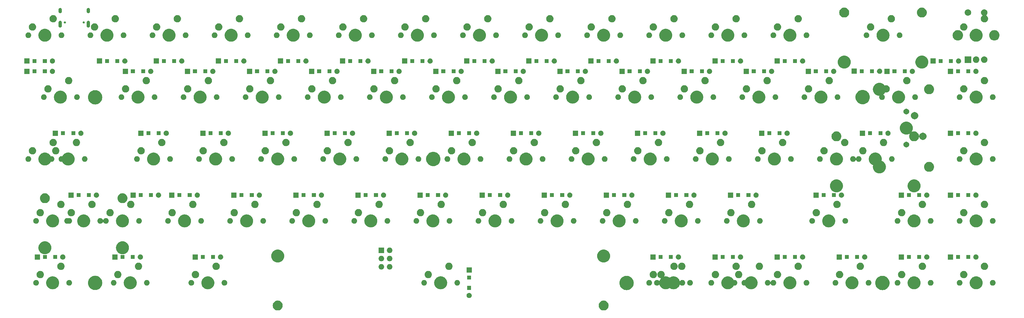
<source format=gts>
%TF.GenerationSoftware,KiCad,Pcbnew,7.0.8*%
%TF.CreationDate,2023-11-19T13:12:32+01:00*%
%TF.ProjectId,mini-eLiXiVy,6d696e69-2d65-44c6-9958-6956792e6b69,1.2*%
%TF.SameCoordinates,Original*%
%TF.FileFunction,Soldermask,Top*%
%TF.FilePolarity,Negative*%
%FSLAX46Y46*%
G04 Gerber Fmt 4.6, Leading zero omitted, Abs format (unit mm)*
G04 Created by KiCad (PCBNEW 7.0.8) date 2023-11-19 13:12:32*
%MOMM*%
%LPD*%
G01*
G04 APERTURE LIST*
G04 APERTURE END LIST*
G36*
X93907256Y-106286013D02*
G01*
X94139792Y-106341840D01*
X94360732Y-106433356D01*
X94564635Y-106558308D01*
X94746481Y-106713619D01*
X94901792Y-106895465D01*
X95026744Y-107099368D01*
X95118260Y-107320308D01*
X95174087Y-107552844D01*
X95192850Y-107791250D01*
X95174087Y-108029656D01*
X95118260Y-108262192D01*
X95026744Y-108483132D01*
X94901792Y-108687035D01*
X94746481Y-108868881D01*
X94564635Y-109024192D01*
X94360732Y-109149144D01*
X94139792Y-109240660D01*
X93907256Y-109296487D01*
X93668850Y-109315250D01*
X93430444Y-109296487D01*
X93197908Y-109240660D01*
X92976968Y-109149144D01*
X92773065Y-109024192D01*
X92591219Y-108868881D01*
X92435908Y-108687035D01*
X92310956Y-108483132D01*
X92219440Y-108262192D01*
X92163613Y-108029656D01*
X92144850Y-107791250D01*
X92163613Y-107552844D01*
X92219440Y-107320308D01*
X92310956Y-107099368D01*
X92435908Y-106895465D01*
X92591219Y-106713619D01*
X92773065Y-106558308D01*
X92976968Y-106433356D01*
X93197908Y-106341840D01*
X93430444Y-106286013D01*
X93668850Y-106267250D01*
X93907256Y-106286013D01*
G37*
G36*
X193907056Y-106286013D02*
G01*
X194139592Y-106341840D01*
X194360532Y-106433356D01*
X194564435Y-106558308D01*
X194746281Y-106713619D01*
X194901592Y-106895465D01*
X195026544Y-107099368D01*
X195118060Y-107320308D01*
X195173887Y-107552844D01*
X195192650Y-107791250D01*
X195173887Y-108029656D01*
X195118060Y-108262192D01*
X195026544Y-108483132D01*
X194901592Y-108687035D01*
X194746281Y-108868881D01*
X194564435Y-109024192D01*
X194360532Y-109149144D01*
X194139592Y-109240660D01*
X193907056Y-109296487D01*
X193668650Y-109315250D01*
X193430244Y-109296487D01*
X193197708Y-109240660D01*
X192976768Y-109149144D01*
X192772865Y-109024192D01*
X192591019Y-108868881D01*
X192435708Y-108687035D01*
X192310756Y-108483132D01*
X192219240Y-108262192D01*
X192163413Y-108029656D01*
X192144650Y-107791250D01*
X192163413Y-107552844D01*
X192219240Y-107320308D01*
X192310756Y-107099368D01*
X192435708Y-106895465D01*
X192591019Y-106713619D01*
X192772865Y-106558308D01*
X192976768Y-106433356D01*
X193197708Y-106341840D01*
X193430244Y-106286013D01*
X193668650Y-106267250D01*
X193907056Y-106286013D01*
G37*
G36*
X152441811Y-103910961D02*
G01*
X152483588Y-103910961D01*
X152530718Y-103920978D01*
X152578017Y-103926308D01*
X152612408Y-103938342D01*
X152647110Y-103945718D01*
X152697117Y-103967983D01*
X152747107Y-103985475D01*
X152773128Y-104001825D01*
X152799835Y-104013716D01*
X152849633Y-104049896D01*
X152898792Y-104080785D01*
X152916444Y-104098437D01*
X152935084Y-104111980D01*
X152981165Y-104163158D01*
X153025465Y-104207458D01*
X153035654Y-104223674D01*
X153046946Y-104236215D01*
X153085573Y-104303120D01*
X153120775Y-104359143D01*
X153125170Y-104371703D01*
X153130535Y-104380996D01*
X153158010Y-104465555D01*
X153179942Y-104528233D01*
X153180773Y-104535613D01*
X153182195Y-104539988D01*
X153195076Y-104662556D01*
X153200000Y-104706250D01*
X153195076Y-104749947D01*
X153182195Y-104872511D01*
X153180773Y-104876885D01*
X153179942Y-104884267D01*
X153158005Y-104946957D01*
X153130535Y-105031503D01*
X153125171Y-105040793D01*
X153120775Y-105053357D01*
X153085566Y-105109390D01*
X153046946Y-105176284D01*
X153035656Y-105188822D01*
X153025465Y-105205042D01*
X152981155Y-105249351D01*
X152935084Y-105300519D01*
X152916448Y-105314058D01*
X152898792Y-105331715D01*
X152849623Y-105362609D01*
X152799835Y-105398783D01*
X152773134Y-105410671D01*
X152747107Y-105427025D01*
X152697107Y-105444520D01*
X152647110Y-105466781D01*
X152612414Y-105474155D01*
X152578017Y-105486192D01*
X152530715Y-105491521D01*
X152483588Y-105501539D01*
X152441811Y-105501539D01*
X152400000Y-105506250D01*
X152358189Y-105501539D01*
X152316412Y-105501539D01*
X152269284Y-105491521D01*
X152221983Y-105486192D01*
X152187586Y-105474156D01*
X152152889Y-105466781D01*
X152102887Y-105444518D01*
X152052893Y-105427025D01*
X152026868Y-105410672D01*
X152000164Y-105398783D01*
X151950369Y-105362605D01*
X151901208Y-105331715D01*
X151883554Y-105314061D01*
X151864915Y-105300519D01*
X151818833Y-105249340D01*
X151774535Y-105205042D01*
X151764345Y-105188825D01*
X151753053Y-105176284D01*
X151714420Y-105109370D01*
X151679225Y-105053357D01*
X151674830Y-105040797D01*
X151669464Y-105031503D01*
X151641980Y-104946917D01*
X151620058Y-104884267D01*
X151619226Y-104876889D01*
X151617804Y-104872511D01*
X151604908Y-104749815D01*
X151600000Y-104706250D01*
X151604908Y-104662688D01*
X151617804Y-104539988D01*
X151619226Y-104535608D01*
X151620058Y-104528233D01*
X151641975Y-104465595D01*
X151669464Y-104380996D01*
X151674831Y-104371699D01*
X151679225Y-104359143D01*
X151714413Y-104303140D01*
X151753053Y-104236215D01*
X151764347Y-104223671D01*
X151774535Y-104207458D01*
X151818826Y-104163166D01*
X151864917Y-104111978D01*
X151883559Y-104098433D01*
X151901208Y-104080785D01*
X151950354Y-104049904D01*
X152000162Y-104013717D01*
X152026873Y-104001824D01*
X152052893Y-103985475D01*
X152102877Y-103967984D01*
X152152889Y-103945718D01*
X152187592Y-103938341D01*
X152221983Y-103926308D01*
X152269281Y-103920978D01*
X152316412Y-103910961D01*
X152358189Y-103910961D01*
X152400000Y-103906250D01*
X152441811Y-103910961D01*
G37*
G36*
X200991608Y-98675871D02*
G01*
X201273852Y-98732013D01*
X201546354Y-98824515D01*
X201804450Y-98951794D01*
X202043725Y-99111673D01*
X202260085Y-99301415D01*
X202449827Y-99517775D01*
X202609706Y-99757050D01*
X202736985Y-100015146D01*
X202829487Y-100287648D01*
X202885629Y-100569892D01*
X202904450Y-100857050D01*
X202885629Y-101144208D01*
X202829487Y-101426452D01*
X202736985Y-101698954D01*
X202609706Y-101957050D01*
X202449827Y-102196325D01*
X202260085Y-102412685D01*
X202043725Y-102602427D01*
X201804450Y-102762306D01*
X201546354Y-102889585D01*
X201273852Y-102982087D01*
X200991608Y-103038229D01*
X200704450Y-103057050D01*
X200417292Y-103038229D01*
X200135048Y-102982087D01*
X199862546Y-102889585D01*
X199604450Y-102762306D01*
X199365175Y-102602427D01*
X199148815Y-102412685D01*
X198959073Y-102196325D01*
X198799194Y-101957050D01*
X198671915Y-101698954D01*
X198579413Y-101426452D01*
X198523271Y-101144208D01*
X198504450Y-100857050D01*
X198523271Y-100569892D01*
X198579413Y-100287648D01*
X198671915Y-100015146D01*
X198799194Y-99757050D01*
X198959073Y-99517775D01*
X199148815Y-99301415D01*
X199365175Y-99111673D01*
X199604450Y-98951794D01*
X199862546Y-98824515D01*
X200135048Y-98732013D01*
X200417292Y-98675871D01*
X200704450Y-98657050D01*
X200991608Y-98675871D01*
G37*
G36*
X279496658Y-98675871D02*
G01*
X279778902Y-98732013D01*
X280051404Y-98824515D01*
X280309500Y-98951794D01*
X280548775Y-99111673D01*
X280765135Y-99301415D01*
X280954877Y-99517775D01*
X281114756Y-99757050D01*
X281242035Y-100015146D01*
X281334537Y-100287648D01*
X281390679Y-100569892D01*
X281409500Y-100857050D01*
X281390679Y-101144208D01*
X281334537Y-101426452D01*
X281242035Y-101698954D01*
X281114756Y-101957050D01*
X280954877Y-102196325D01*
X280765135Y-102412685D01*
X280548775Y-102602427D01*
X280309500Y-102762306D01*
X280051404Y-102889585D01*
X279778902Y-102982087D01*
X279496658Y-103038229D01*
X279209500Y-103057050D01*
X278922342Y-103038229D01*
X278640098Y-102982087D01*
X278367596Y-102889585D01*
X278109500Y-102762306D01*
X277870225Y-102602427D01*
X277653865Y-102412685D01*
X277464123Y-102196325D01*
X277304244Y-101957050D01*
X277176965Y-101698954D01*
X277084463Y-101426452D01*
X277028321Y-101144208D01*
X277009500Y-100857050D01*
X277028321Y-100569892D01*
X277084463Y-100287648D01*
X277176965Y-100015146D01*
X277304244Y-99757050D01*
X277464123Y-99517775D01*
X277653865Y-99301415D01*
X277870225Y-99111673D01*
X278109500Y-98951794D01*
X278367596Y-98824515D01*
X278640098Y-98732013D01*
X278922342Y-98675871D01*
X279209500Y-98657050D01*
X279496658Y-98675871D01*
G37*
G36*
X37929958Y-98663171D02*
G01*
X38212202Y-98719313D01*
X38484704Y-98811815D01*
X38742800Y-98939094D01*
X38982075Y-99098973D01*
X39198435Y-99288715D01*
X39388177Y-99505075D01*
X39548056Y-99744350D01*
X39675335Y-100002446D01*
X39767837Y-100274948D01*
X39823979Y-100557192D01*
X39842800Y-100844350D01*
X39823979Y-101131508D01*
X39767837Y-101413752D01*
X39675335Y-101686254D01*
X39548056Y-101944350D01*
X39388177Y-102183625D01*
X39198435Y-102399985D01*
X38982075Y-102589727D01*
X38742800Y-102749606D01*
X38484704Y-102876885D01*
X38212202Y-102969387D01*
X37929958Y-103025529D01*
X37642800Y-103044350D01*
X37355642Y-103025529D01*
X37073398Y-102969387D01*
X36800896Y-102876885D01*
X36542800Y-102749606D01*
X36303525Y-102589727D01*
X36087165Y-102399985D01*
X35897423Y-102183625D01*
X35737544Y-101944350D01*
X35610265Y-101686254D01*
X35517763Y-101413752D01*
X35461621Y-101131508D01*
X35442800Y-100844350D01*
X35461621Y-100557192D01*
X35517763Y-100274948D01*
X35610265Y-100002446D01*
X35737544Y-99744350D01*
X35897423Y-99505075D01*
X36087165Y-99288715D01*
X36303525Y-99098973D01*
X36542800Y-98939094D01*
X36800896Y-98811815D01*
X37073398Y-98719313D01*
X37355642Y-98663171D01*
X37642800Y-98644350D01*
X37929958Y-98663171D01*
G37*
G36*
X153000000Y-102981250D02*
G01*
X151800000Y-102981250D01*
X151800000Y-101781250D01*
X153000000Y-101781250D01*
X153000000Y-102981250D01*
G37*
G36*
X24673195Y-98817138D02*
G01*
X24742310Y-98817138D01*
X24817294Y-98827444D01*
X24890012Y-98832645D01*
X24949862Y-98845664D01*
X25011890Y-98854190D01*
X25091184Y-98876407D01*
X25167997Y-98893117D01*
X25219858Y-98912460D01*
X25273917Y-98927607D01*
X25355642Y-98963105D01*
X25434546Y-98992535D01*
X25477911Y-99016214D01*
X25523511Y-99036021D01*
X25605555Y-99085913D01*
X25684234Y-99128875D01*
X25718999Y-99154899D01*
X25756009Y-99177406D01*
X25836027Y-99242505D01*
X25911977Y-99299361D01*
X25938445Y-99325829D01*
X25967098Y-99349140D01*
X26042619Y-99430003D01*
X26113139Y-99500523D01*
X26131954Y-99525657D01*
X26152834Y-99548014D01*
X26221316Y-99645030D01*
X26283625Y-99728266D01*
X26295770Y-99750508D01*
X26309757Y-99770323D01*
X26368611Y-99883906D01*
X26419965Y-99977954D01*
X26426702Y-99996017D01*
X26434947Y-100011929D01*
X26481641Y-100143314D01*
X26519383Y-100244503D01*
X26522190Y-100257407D01*
X26526076Y-100268341D01*
X26558256Y-100423202D01*
X26579855Y-100522488D01*
X26580362Y-100529579D01*
X26581440Y-100534766D01*
X26596920Y-100761102D01*
X26600150Y-100806250D01*
X26596920Y-100851401D01*
X26581440Y-101077733D01*
X26580362Y-101082919D01*
X26579855Y-101090012D01*
X26558251Y-101189319D01*
X26526076Y-101344158D01*
X26522190Y-101355090D01*
X26519383Y-101367997D01*
X26481633Y-101469206D01*
X26434947Y-101600570D01*
X26426703Y-101616478D01*
X26419965Y-101634546D01*
X26368600Y-101728612D01*
X26309757Y-101842176D01*
X26295772Y-101861987D01*
X26283625Y-101884234D01*
X26221303Y-101967485D01*
X26152834Y-102064485D01*
X26131958Y-102086837D01*
X26113139Y-102111977D01*
X26042605Y-102182510D01*
X25967098Y-102263359D01*
X25938450Y-102286665D01*
X25911977Y-102313139D01*
X25836011Y-102370005D01*
X25756009Y-102435093D01*
X25719006Y-102457594D01*
X25684234Y-102483625D01*
X25605538Y-102526595D01*
X25523511Y-102576478D01*
X25477920Y-102596280D01*
X25434546Y-102619965D01*
X25355626Y-102649400D01*
X25273917Y-102684892D01*
X25219869Y-102700035D01*
X25167997Y-102719383D01*
X25091168Y-102736095D01*
X25011890Y-102758309D01*
X24949872Y-102766833D01*
X24890012Y-102779855D01*
X24817290Y-102785056D01*
X24742310Y-102795362D01*
X24673195Y-102795362D01*
X24606250Y-102800150D01*
X24539305Y-102795362D01*
X24470190Y-102795362D01*
X24395208Y-102785056D01*
X24322488Y-102779855D01*
X24262628Y-102766833D01*
X24200609Y-102758309D01*
X24121326Y-102736094D01*
X24044503Y-102719383D01*
X23992633Y-102700036D01*
X23938582Y-102684892D01*
X23856866Y-102649397D01*
X23777954Y-102619965D01*
X23734583Y-102596282D01*
X23688988Y-102576478D01*
X23606951Y-102526590D01*
X23528266Y-102483625D01*
X23493497Y-102457598D01*
X23456490Y-102435093D01*
X23376475Y-102369996D01*
X23300523Y-102313139D01*
X23274053Y-102286669D01*
X23245401Y-102263359D01*
X23169879Y-102182495D01*
X23099361Y-102111977D01*
X23080545Y-102086842D01*
X23059665Y-102064485D01*
X22991178Y-101967462D01*
X22928875Y-101884234D01*
X22916730Y-101861993D01*
X22902742Y-101842176D01*
X22843879Y-101728576D01*
X22792535Y-101634546D01*
X22785798Y-101616485D01*
X22777552Y-101600570D01*
X22730844Y-101469149D01*
X22693117Y-101367997D01*
X22690310Y-101355097D01*
X22686423Y-101344158D01*
X22654225Y-101189216D01*
X22632645Y-101090012D01*
X22632138Y-101082926D01*
X22631059Y-101077733D01*
X22615556Y-100851081D01*
X22612350Y-100806250D01*
X22615556Y-100761422D01*
X22631059Y-100534766D01*
X22632138Y-100529571D01*
X22632645Y-100522488D01*
X22654221Y-100423304D01*
X22686423Y-100268341D01*
X22690311Y-100257400D01*
X22693117Y-100244503D01*
X22730837Y-100143371D01*
X22777552Y-100011929D01*
X22785800Y-99996010D01*
X22792535Y-99977954D01*
X22843869Y-99883942D01*
X22902742Y-99770323D01*
X22916733Y-99750501D01*
X22928875Y-99728266D01*
X22991166Y-99645054D01*
X23059665Y-99548014D01*
X23080549Y-99525652D01*
X23099361Y-99500523D01*
X23169865Y-99430018D01*
X23245401Y-99349140D01*
X23274059Y-99325824D01*
X23300523Y-99299361D01*
X23376460Y-99242515D01*
X23456490Y-99177406D01*
X23493505Y-99154896D01*
X23528266Y-99128875D01*
X23606935Y-99085918D01*
X23688988Y-99036021D01*
X23734592Y-99016212D01*
X23777954Y-98992535D01*
X23856850Y-98963108D01*
X23938582Y-98927607D01*
X23992644Y-98912459D01*
X24044503Y-98893117D01*
X24121310Y-98876408D01*
X24200609Y-98854190D01*
X24262638Y-98845664D01*
X24322488Y-98832645D01*
X24395204Y-98827444D01*
X24470190Y-98817138D01*
X24539305Y-98817138D01*
X24606250Y-98812350D01*
X24673195Y-98817138D01*
G37*
G36*
X48485695Y-98817138D02*
G01*
X48554810Y-98817138D01*
X48629794Y-98827444D01*
X48702512Y-98832645D01*
X48762362Y-98845664D01*
X48824390Y-98854190D01*
X48903684Y-98876407D01*
X48980497Y-98893117D01*
X49032358Y-98912460D01*
X49086417Y-98927607D01*
X49168142Y-98963105D01*
X49247046Y-98992535D01*
X49290411Y-99016214D01*
X49336011Y-99036021D01*
X49418055Y-99085913D01*
X49496734Y-99128875D01*
X49531499Y-99154899D01*
X49568509Y-99177406D01*
X49648527Y-99242505D01*
X49724477Y-99299361D01*
X49750945Y-99325829D01*
X49779598Y-99349140D01*
X49855119Y-99430003D01*
X49925639Y-99500523D01*
X49944454Y-99525657D01*
X49965334Y-99548014D01*
X50033816Y-99645030D01*
X50096125Y-99728266D01*
X50108270Y-99750508D01*
X50122257Y-99770323D01*
X50181111Y-99883906D01*
X50232465Y-99977954D01*
X50239202Y-99996017D01*
X50247447Y-100011929D01*
X50294141Y-100143314D01*
X50331883Y-100244503D01*
X50334690Y-100257407D01*
X50338576Y-100268341D01*
X50370756Y-100423202D01*
X50392355Y-100522488D01*
X50392862Y-100529579D01*
X50393940Y-100534766D01*
X50409420Y-100761102D01*
X50412650Y-100806250D01*
X50409420Y-100851401D01*
X50393940Y-101077733D01*
X50392862Y-101082919D01*
X50392355Y-101090012D01*
X50370751Y-101189319D01*
X50338576Y-101344158D01*
X50334690Y-101355090D01*
X50331883Y-101367997D01*
X50294133Y-101469206D01*
X50247447Y-101600570D01*
X50239203Y-101616478D01*
X50232465Y-101634546D01*
X50181100Y-101728612D01*
X50122257Y-101842176D01*
X50108272Y-101861987D01*
X50096125Y-101884234D01*
X50033803Y-101967485D01*
X49965334Y-102064485D01*
X49944458Y-102086837D01*
X49925639Y-102111977D01*
X49855105Y-102182510D01*
X49779598Y-102263359D01*
X49750950Y-102286665D01*
X49724477Y-102313139D01*
X49648511Y-102370005D01*
X49568509Y-102435093D01*
X49531506Y-102457594D01*
X49496734Y-102483625D01*
X49418038Y-102526595D01*
X49336011Y-102576478D01*
X49290420Y-102596280D01*
X49247046Y-102619965D01*
X49168126Y-102649400D01*
X49086417Y-102684892D01*
X49032369Y-102700035D01*
X48980497Y-102719383D01*
X48903668Y-102736095D01*
X48824390Y-102758309D01*
X48762372Y-102766833D01*
X48702512Y-102779855D01*
X48629790Y-102785056D01*
X48554810Y-102795362D01*
X48485695Y-102795362D01*
X48418750Y-102800150D01*
X48351805Y-102795362D01*
X48282690Y-102795362D01*
X48207708Y-102785056D01*
X48134988Y-102779855D01*
X48075128Y-102766833D01*
X48013109Y-102758309D01*
X47933826Y-102736094D01*
X47857003Y-102719383D01*
X47805133Y-102700036D01*
X47751082Y-102684892D01*
X47669366Y-102649397D01*
X47590454Y-102619965D01*
X47547083Y-102596282D01*
X47501488Y-102576478D01*
X47419451Y-102526590D01*
X47340766Y-102483625D01*
X47305997Y-102457598D01*
X47268990Y-102435093D01*
X47188975Y-102369996D01*
X47113023Y-102313139D01*
X47086553Y-102286669D01*
X47057901Y-102263359D01*
X46982379Y-102182495D01*
X46911861Y-102111977D01*
X46893045Y-102086842D01*
X46872165Y-102064485D01*
X46803678Y-101967462D01*
X46741375Y-101884234D01*
X46729230Y-101861993D01*
X46715242Y-101842176D01*
X46656379Y-101728576D01*
X46605035Y-101634546D01*
X46598298Y-101616485D01*
X46590052Y-101600570D01*
X46543344Y-101469149D01*
X46505617Y-101367997D01*
X46502810Y-101355097D01*
X46498923Y-101344158D01*
X46466725Y-101189216D01*
X46445145Y-101090012D01*
X46444638Y-101082926D01*
X46443559Y-101077733D01*
X46428056Y-100851081D01*
X46424850Y-100806250D01*
X46428056Y-100761422D01*
X46443559Y-100534766D01*
X46444638Y-100529571D01*
X46445145Y-100522488D01*
X46466721Y-100423304D01*
X46498923Y-100268341D01*
X46502811Y-100257400D01*
X46505617Y-100244503D01*
X46543337Y-100143371D01*
X46590052Y-100011929D01*
X46598300Y-99996010D01*
X46605035Y-99977954D01*
X46656369Y-99883942D01*
X46715242Y-99770323D01*
X46729233Y-99750501D01*
X46741375Y-99728266D01*
X46803666Y-99645054D01*
X46872165Y-99548014D01*
X46893049Y-99525652D01*
X46911861Y-99500523D01*
X46982365Y-99430018D01*
X47057901Y-99349140D01*
X47086559Y-99325824D01*
X47113023Y-99299361D01*
X47188960Y-99242515D01*
X47268990Y-99177406D01*
X47306005Y-99154896D01*
X47340766Y-99128875D01*
X47419435Y-99085918D01*
X47501488Y-99036021D01*
X47547092Y-99016212D01*
X47590454Y-98992535D01*
X47669350Y-98963108D01*
X47751082Y-98927607D01*
X47805144Y-98912459D01*
X47857003Y-98893117D01*
X47933810Y-98876408D01*
X48013109Y-98854190D01*
X48075138Y-98845664D01*
X48134988Y-98832645D01*
X48207704Y-98827444D01*
X48282690Y-98817138D01*
X48351805Y-98817138D01*
X48418750Y-98812350D01*
X48485695Y-98817138D01*
G37*
G36*
X72298195Y-98817138D02*
G01*
X72367310Y-98817138D01*
X72442294Y-98827444D01*
X72515012Y-98832645D01*
X72574862Y-98845664D01*
X72636890Y-98854190D01*
X72716184Y-98876407D01*
X72792997Y-98893117D01*
X72844858Y-98912460D01*
X72898917Y-98927607D01*
X72980642Y-98963105D01*
X73059546Y-98992535D01*
X73102911Y-99016214D01*
X73148511Y-99036021D01*
X73230555Y-99085913D01*
X73309234Y-99128875D01*
X73343999Y-99154899D01*
X73381009Y-99177406D01*
X73461027Y-99242505D01*
X73536977Y-99299361D01*
X73563445Y-99325829D01*
X73592098Y-99349140D01*
X73667619Y-99430003D01*
X73738139Y-99500523D01*
X73756954Y-99525657D01*
X73777834Y-99548014D01*
X73846316Y-99645030D01*
X73908625Y-99728266D01*
X73920770Y-99750508D01*
X73934757Y-99770323D01*
X73993611Y-99883906D01*
X74044965Y-99977954D01*
X74051702Y-99996017D01*
X74059947Y-100011929D01*
X74106641Y-100143314D01*
X74144383Y-100244503D01*
X74147190Y-100257407D01*
X74151076Y-100268341D01*
X74183256Y-100423202D01*
X74204855Y-100522488D01*
X74205362Y-100529579D01*
X74206440Y-100534766D01*
X74221920Y-100761102D01*
X74225150Y-100806250D01*
X74221920Y-100851401D01*
X74206440Y-101077733D01*
X74205362Y-101082919D01*
X74204855Y-101090012D01*
X74183251Y-101189319D01*
X74151076Y-101344158D01*
X74147190Y-101355090D01*
X74144383Y-101367997D01*
X74106633Y-101469206D01*
X74059947Y-101600570D01*
X74051703Y-101616478D01*
X74044965Y-101634546D01*
X73993600Y-101728612D01*
X73934757Y-101842176D01*
X73920772Y-101861987D01*
X73908625Y-101884234D01*
X73846303Y-101967485D01*
X73777834Y-102064485D01*
X73756958Y-102086837D01*
X73738139Y-102111977D01*
X73667605Y-102182510D01*
X73592098Y-102263359D01*
X73563450Y-102286665D01*
X73536977Y-102313139D01*
X73461011Y-102370005D01*
X73381009Y-102435093D01*
X73344006Y-102457594D01*
X73309234Y-102483625D01*
X73230538Y-102526595D01*
X73148511Y-102576478D01*
X73102920Y-102596280D01*
X73059546Y-102619965D01*
X72980626Y-102649400D01*
X72898917Y-102684892D01*
X72844869Y-102700035D01*
X72792997Y-102719383D01*
X72716168Y-102736095D01*
X72636890Y-102758309D01*
X72574872Y-102766833D01*
X72515012Y-102779855D01*
X72442290Y-102785056D01*
X72367310Y-102795362D01*
X72298195Y-102795362D01*
X72231250Y-102800150D01*
X72164305Y-102795362D01*
X72095190Y-102795362D01*
X72020208Y-102785056D01*
X71947488Y-102779855D01*
X71887628Y-102766833D01*
X71825609Y-102758309D01*
X71746326Y-102736094D01*
X71669503Y-102719383D01*
X71617633Y-102700036D01*
X71563582Y-102684892D01*
X71481866Y-102649397D01*
X71402954Y-102619965D01*
X71359583Y-102596282D01*
X71313988Y-102576478D01*
X71231951Y-102526590D01*
X71153266Y-102483625D01*
X71118497Y-102457598D01*
X71081490Y-102435093D01*
X71001475Y-102369996D01*
X70925523Y-102313139D01*
X70899053Y-102286669D01*
X70870401Y-102263359D01*
X70794879Y-102182495D01*
X70724361Y-102111977D01*
X70705545Y-102086842D01*
X70684665Y-102064485D01*
X70616178Y-101967462D01*
X70553875Y-101884234D01*
X70541730Y-101861993D01*
X70527742Y-101842176D01*
X70468879Y-101728576D01*
X70417535Y-101634546D01*
X70410798Y-101616485D01*
X70402552Y-101600570D01*
X70355844Y-101469149D01*
X70318117Y-101367997D01*
X70315310Y-101355097D01*
X70311423Y-101344158D01*
X70279225Y-101189216D01*
X70257645Y-101090012D01*
X70257138Y-101082926D01*
X70256059Y-101077733D01*
X70240556Y-100851081D01*
X70237350Y-100806250D01*
X70240556Y-100761422D01*
X70256059Y-100534766D01*
X70257138Y-100529571D01*
X70257645Y-100522488D01*
X70279221Y-100423304D01*
X70311423Y-100268341D01*
X70315311Y-100257400D01*
X70318117Y-100244503D01*
X70355837Y-100143371D01*
X70402552Y-100011929D01*
X70410800Y-99996010D01*
X70417535Y-99977954D01*
X70468869Y-99883942D01*
X70527742Y-99770323D01*
X70541733Y-99750501D01*
X70553875Y-99728266D01*
X70616166Y-99645054D01*
X70684665Y-99548014D01*
X70705549Y-99525652D01*
X70724361Y-99500523D01*
X70794865Y-99430018D01*
X70870401Y-99349140D01*
X70899059Y-99325824D01*
X70925523Y-99299361D01*
X71001460Y-99242515D01*
X71081490Y-99177406D01*
X71118505Y-99154896D01*
X71153266Y-99128875D01*
X71231935Y-99085918D01*
X71313988Y-99036021D01*
X71359592Y-99016212D01*
X71402954Y-98992535D01*
X71481850Y-98963108D01*
X71563582Y-98927607D01*
X71617644Y-98912459D01*
X71669503Y-98893117D01*
X71746310Y-98876408D01*
X71825609Y-98854190D01*
X71887638Y-98845664D01*
X71947488Y-98832645D01*
X72020204Y-98827444D01*
X72095190Y-98817138D01*
X72164305Y-98817138D01*
X72231250Y-98812350D01*
X72298195Y-98817138D01*
G37*
G36*
X143735695Y-98817138D02*
G01*
X143804810Y-98817138D01*
X143879794Y-98827444D01*
X143952512Y-98832645D01*
X144012362Y-98845664D01*
X144074390Y-98854190D01*
X144153684Y-98876407D01*
X144230497Y-98893117D01*
X144282358Y-98912460D01*
X144336417Y-98927607D01*
X144418142Y-98963105D01*
X144497046Y-98992535D01*
X144540411Y-99016214D01*
X144586011Y-99036021D01*
X144668055Y-99085913D01*
X144746734Y-99128875D01*
X144781499Y-99154899D01*
X144818509Y-99177406D01*
X144898527Y-99242505D01*
X144974477Y-99299361D01*
X145000945Y-99325829D01*
X145029598Y-99349140D01*
X145105119Y-99430003D01*
X145175639Y-99500523D01*
X145194454Y-99525657D01*
X145215334Y-99548014D01*
X145283816Y-99645030D01*
X145346125Y-99728266D01*
X145358270Y-99750508D01*
X145372257Y-99770323D01*
X145431111Y-99883906D01*
X145482465Y-99977954D01*
X145489202Y-99996017D01*
X145497447Y-100011929D01*
X145544141Y-100143314D01*
X145581883Y-100244503D01*
X145584690Y-100257407D01*
X145588576Y-100268341D01*
X145620756Y-100423202D01*
X145642355Y-100522488D01*
X145642862Y-100529579D01*
X145643940Y-100534766D01*
X145659420Y-100761102D01*
X145662650Y-100806250D01*
X145659420Y-100851401D01*
X145643940Y-101077733D01*
X145642862Y-101082919D01*
X145642355Y-101090012D01*
X145620751Y-101189319D01*
X145588576Y-101344158D01*
X145584690Y-101355090D01*
X145581883Y-101367997D01*
X145544133Y-101469206D01*
X145497447Y-101600570D01*
X145489203Y-101616478D01*
X145482465Y-101634546D01*
X145431100Y-101728612D01*
X145372257Y-101842176D01*
X145358272Y-101861987D01*
X145346125Y-101884234D01*
X145283803Y-101967485D01*
X145215334Y-102064485D01*
X145194458Y-102086837D01*
X145175639Y-102111977D01*
X145105105Y-102182510D01*
X145029598Y-102263359D01*
X145000950Y-102286665D01*
X144974477Y-102313139D01*
X144898511Y-102370005D01*
X144818509Y-102435093D01*
X144781506Y-102457594D01*
X144746734Y-102483625D01*
X144668038Y-102526595D01*
X144586011Y-102576478D01*
X144540420Y-102596280D01*
X144497046Y-102619965D01*
X144418126Y-102649400D01*
X144336417Y-102684892D01*
X144282369Y-102700035D01*
X144230497Y-102719383D01*
X144153668Y-102736095D01*
X144074390Y-102758309D01*
X144012372Y-102766833D01*
X143952512Y-102779855D01*
X143879790Y-102785056D01*
X143804810Y-102795362D01*
X143735695Y-102795362D01*
X143668750Y-102800150D01*
X143601805Y-102795362D01*
X143532690Y-102795362D01*
X143457708Y-102785056D01*
X143384988Y-102779855D01*
X143325128Y-102766833D01*
X143263109Y-102758309D01*
X143183826Y-102736094D01*
X143107003Y-102719383D01*
X143055133Y-102700036D01*
X143001082Y-102684892D01*
X142919366Y-102649397D01*
X142840454Y-102619965D01*
X142797083Y-102596282D01*
X142751488Y-102576478D01*
X142669451Y-102526590D01*
X142590766Y-102483625D01*
X142555997Y-102457598D01*
X142518990Y-102435093D01*
X142438975Y-102369996D01*
X142363023Y-102313139D01*
X142336553Y-102286669D01*
X142307901Y-102263359D01*
X142232379Y-102182495D01*
X142161861Y-102111977D01*
X142143045Y-102086842D01*
X142122165Y-102064485D01*
X142053678Y-101967462D01*
X141991375Y-101884234D01*
X141979230Y-101861993D01*
X141965242Y-101842176D01*
X141906379Y-101728576D01*
X141855035Y-101634546D01*
X141848298Y-101616485D01*
X141840052Y-101600570D01*
X141793344Y-101469149D01*
X141755617Y-101367997D01*
X141752810Y-101355097D01*
X141748923Y-101344158D01*
X141716725Y-101189216D01*
X141695145Y-101090012D01*
X141694638Y-101082926D01*
X141693559Y-101077733D01*
X141678056Y-100851081D01*
X141674850Y-100806250D01*
X141678056Y-100761422D01*
X141693559Y-100534766D01*
X141694638Y-100529571D01*
X141695145Y-100522488D01*
X141716721Y-100423304D01*
X141748923Y-100268341D01*
X141752811Y-100257400D01*
X141755617Y-100244503D01*
X141793337Y-100143371D01*
X141840052Y-100011929D01*
X141848300Y-99996010D01*
X141855035Y-99977954D01*
X141906369Y-99883942D01*
X141965242Y-99770323D01*
X141979233Y-99750501D01*
X141991375Y-99728266D01*
X142053666Y-99645054D01*
X142122165Y-99548014D01*
X142143049Y-99525652D01*
X142161861Y-99500523D01*
X142232365Y-99430018D01*
X142307901Y-99349140D01*
X142336559Y-99325824D01*
X142363023Y-99299361D01*
X142438960Y-99242515D01*
X142518990Y-99177406D01*
X142556005Y-99154896D01*
X142590766Y-99128875D01*
X142669435Y-99085918D01*
X142751488Y-99036021D01*
X142797092Y-99016212D01*
X142840454Y-98992535D01*
X142919350Y-98963108D01*
X143001082Y-98927607D01*
X143055144Y-98912459D01*
X143107003Y-98893117D01*
X143183810Y-98876408D01*
X143263109Y-98854190D01*
X143325138Y-98845664D01*
X143384988Y-98832645D01*
X143457704Y-98827444D01*
X143532690Y-98817138D01*
X143601805Y-98817138D01*
X143668750Y-98812350D01*
X143735695Y-98817138D01*
G37*
G36*
X211604121Y-97184196D02*
G01*
X211797706Y-97259191D01*
X211974214Y-97368481D01*
X212127635Y-97508342D01*
X212252744Y-97674014D01*
X212345281Y-97859853D01*
X212402095Y-98059532D01*
X212421250Y-98266250D01*
X212402095Y-98472968D01*
X212345281Y-98672647D01*
X212284504Y-98794702D01*
X212326510Y-98853207D01*
X212381389Y-98845664D01*
X212441238Y-98832645D01*
X212513953Y-98827444D01*
X212588940Y-98817138D01*
X212658055Y-98817138D01*
X212725000Y-98812350D01*
X212791945Y-98817138D01*
X212861060Y-98817138D01*
X212936044Y-98827444D01*
X213008762Y-98832645D01*
X213068612Y-98845664D01*
X213130640Y-98854190D01*
X213209934Y-98876407D01*
X213286747Y-98893117D01*
X213338608Y-98912460D01*
X213392667Y-98927607D01*
X213474392Y-98963105D01*
X213553296Y-98992535D01*
X213596661Y-99016214D01*
X213642261Y-99036021D01*
X213724305Y-99085913D01*
X213802984Y-99128875D01*
X213837749Y-99154899D01*
X213874764Y-99177409D01*
X213894303Y-99193304D01*
X213936947Y-99193304D01*
X213956485Y-99177409D01*
X213993505Y-99154896D01*
X214028266Y-99128875D01*
X214106934Y-99085918D01*
X214188988Y-99036021D01*
X214234592Y-99016212D01*
X214277954Y-98992535D01*
X214356850Y-98963108D01*
X214438582Y-98927607D01*
X214492644Y-98912459D01*
X214544503Y-98893117D01*
X214621310Y-98876408D01*
X214700609Y-98854190D01*
X214762638Y-98845664D01*
X214822488Y-98832645D01*
X214895204Y-98827444D01*
X214970190Y-98817138D01*
X215039305Y-98817138D01*
X215106250Y-98812350D01*
X215173195Y-98817138D01*
X215242310Y-98817138D01*
X215317294Y-98827444D01*
X215390012Y-98832645D01*
X215449862Y-98845664D01*
X215511890Y-98854190D01*
X215591184Y-98876407D01*
X215667997Y-98893117D01*
X215719858Y-98912460D01*
X215773917Y-98927607D01*
X215855642Y-98963105D01*
X215934546Y-98992535D01*
X215977911Y-99016214D01*
X216023511Y-99036021D01*
X216105555Y-99085913D01*
X216184234Y-99128875D01*
X216218999Y-99154899D01*
X216256009Y-99177406D01*
X216336027Y-99242505D01*
X216411977Y-99299361D01*
X216438445Y-99325829D01*
X216467098Y-99349140D01*
X216542619Y-99430003D01*
X216613139Y-99500523D01*
X216631954Y-99525657D01*
X216652834Y-99548014D01*
X216721316Y-99645030D01*
X216783625Y-99728266D01*
X216795770Y-99750508D01*
X216809757Y-99770323D01*
X216868611Y-99883906D01*
X216919965Y-99977954D01*
X216926702Y-99996017D01*
X216934947Y-100011929D01*
X216981637Y-100143303D01*
X217019383Y-100244503D01*
X217022190Y-100257409D01*
X217030006Y-100279400D01*
X217096710Y-100292629D01*
X217097110Y-100291938D01*
X217219511Y-100155998D01*
X217367500Y-100048478D01*
X217534610Y-99974076D01*
X217713538Y-99936043D01*
X217896462Y-99936043D01*
X218075390Y-99974076D01*
X218242500Y-100048478D01*
X218390489Y-100155998D01*
X218512890Y-100291938D01*
X218604352Y-100450355D01*
X218660879Y-100624327D01*
X218680000Y-100806250D01*
X218660879Y-100988173D01*
X218604352Y-101162145D01*
X218512890Y-101320562D01*
X218390489Y-101456502D01*
X218242500Y-101564022D01*
X218075390Y-101638424D01*
X217896462Y-101676457D01*
X217713538Y-101676457D01*
X217534610Y-101638424D01*
X217367500Y-101564022D01*
X217219511Y-101456502D01*
X217097110Y-101320562D01*
X217096710Y-101319869D01*
X217030006Y-101333099D01*
X217022191Y-101355087D01*
X217019383Y-101367997D01*
X216981629Y-101469216D01*
X216934947Y-101600570D01*
X216926703Y-101616478D01*
X216919965Y-101634546D01*
X216868600Y-101728612D01*
X216809757Y-101842176D01*
X216795772Y-101861987D01*
X216783625Y-101884234D01*
X216721303Y-101967485D01*
X216652834Y-102064485D01*
X216631958Y-102086837D01*
X216613139Y-102111977D01*
X216542605Y-102182510D01*
X216467098Y-102263359D01*
X216438450Y-102286665D01*
X216411977Y-102313139D01*
X216336011Y-102370005D01*
X216256009Y-102435093D01*
X216219006Y-102457594D01*
X216184234Y-102483625D01*
X216105538Y-102526595D01*
X216023511Y-102576478D01*
X215977920Y-102596280D01*
X215934546Y-102619965D01*
X215855626Y-102649400D01*
X215773917Y-102684892D01*
X215719869Y-102700035D01*
X215667997Y-102719383D01*
X215591168Y-102736095D01*
X215511890Y-102758309D01*
X215449872Y-102766833D01*
X215390012Y-102779855D01*
X215317290Y-102785056D01*
X215242310Y-102795362D01*
X215173195Y-102795362D01*
X215106250Y-102800150D01*
X215039305Y-102795362D01*
X214970190Y-102795362D01*
X214895208Y-102785056D01*
X214822488Y-102779855D01*
X214762628Y-102766833D01*
X214700609Y-102758309D01*
X214621326Y-102736094D01*
X214544503Y-102719383D01*
X214492633Y-102700036D01*
X214438582Y-102684892D01*
X214356866Y-102649397D01*
X214277954Y-102619965D01*
X214234583Y-102596282D01*
X214188988Y-102576478D01*
X214106947Y-102526588D01*
X214028266Y-102483625D01*
X213993501Y-102457600D01*
X213956489Y-102435093D01*
X213936951Y-102419195D01*
X213894299Y-102419195D01*
X213874760Y-102435093D01*
X213837752Y-102457597D01*
X213802984Y-102483625D01*
X213724292Y-102526593D01*
X213642261Y-102576478D01*
X213596670Y-102596280D01*
X213553296Y-102619965D01*
X213474376Y-102649400D01*
X213392667Y-102684892D01*
X213338619Y-102700035D01*
X213286747Y-102719383D01*
X213209918Y-102736095D01*
X213130640Y-102758309D01*
X213068622Y-102766833D01*
X213008762Y-102779855D01*
X212936040Y-102785056D01*
X212861060Y-102795362D01*
X212791945Y-102795362D01*
X212725000Y-102800150D01*
X212658055Y-102795362D01*
X212588940Y-102795362D01*
X212513958Y-102785056D01*
X212441238Y-102779855D01*
X212381378Y-102766833D01*
X212319359Y-102758309D01*
X212240076Y-102736094D01*
X212163253Y-102719383D01*
X212111383Y-102700036D01*
X212057332Y-102684892D01*
X211975616Y-102649397D01*
X211896704Y-102619965D01*
X211853333Y-102596282D01*
X211807738Y-102576478D01*
X211725701Y-102526590D01*
X211647016Y-102483625D01*
X211612247Y-102457598D01*
X211575240Y-102435093D01*
X211495225Y-102369996D01*
X211419273Y-102313139D01*
X211392803Y-102286669D01*
X211364151Y-102263359D01*
X211288629Y-102182495D01*
X211218111Y-102111977D01*
X211199295Y-102086842D01*
X211178415Y-102064485D01*
X211109928Y-101967462D01*
X211047625Y-101884234D01*
X211035480Y-101861993D01*
X211021492Y-101842176D01*
X210962629Y-101728575D01*
X210911285Y-101634546D01*
X210904548Y-101616485D01*
X210896303Y-101600572D01*
X210849591Y-101469140D01*
X210811867Y-101367997D01*
X210809061Y-101355101D01*
X210801242Y-101333099D01*
X210734539Y-101319869D01*
X210734140Y-101320562D01*
X210611739Y-101456502D01*
X210463750Y-101564022D01*
X210296640Y-101638424D01*
X210117712Y-101676457D01*
X209934788Y-101676457D01*
X209755860Y-101638424D01*
X209588750Y-101564022D01*
X209440761Y-101456502D01*
X209318360Y-101320562D01*
X209226898Y-101162145D01*
X209170371Y-100988173D01*
X209151250Y-100806250D01*
X209170371Y-100624327D01*
X209226898Y-100450355D01*
X209318360Y-100291938D01*
X209440761Y-100155998D01*
X209588750Y-100048478D01*
X209755860Y-99974076D01*
X209934788Y-99936043D01*
X210117712Y-99936043D01*
X210296640Y-99974076D01*
X210463750Y-100048478D01*
X210611739Y-100155998D01*
X210734140Y-100291938D01*
X210734539Y-100292629D01*
X210801242Y-100279400D01*
X210809062Y-100257396D01*
X210811867Y-100244503D01*
X210849584Y-100143380D01*
X210896303Y-100011927D01*
X210904550Y-99996010D01*
X210911285Y-99977954D01*
X210962619Y-99883942D01*
X211021492Y-99770323D01*
X211035483Y-99750501D01*
X211047625Y-99728266D01*
X211109916Y-99645054D01*
X211178415Y-99548014D01*
X211199298Y-99525653D01*
X211218111Y-99500523D01*
X211261555Y-99457078D01*
X211230877Y-99386451D01*
X211192448Y-99386451D01*
X210988379Y-99348304D01*
X210794794Y-99273309D01*
X210618286Y-99164019D01*
X210464865Y-99024158D01*
X210339756Y-98858486D01*
X210247219Y-98672647D01*
X210190405Y-98472968D01*
X210171250Y-98266250D01*
X210190405Y-98059532D01*
X210247219Y-97859853D01*
X210339756Y-97674014D01*
X210464865Y-97508342D01*
X210618286Y-97368481D01*
X210794794Y-97259191D01*
X210988379Y-97184196D01*
X211192448Y-97146049D01*
X211400052Y-97146049D01*
X211604121Y-97184196D01*
G37*
G36*
X231841945Y-98817138D02*
G01*
X231911060Y-98817138D01*
X231986044Y-98827444D01*
X232058762Y-98832645D01*
X232118612Y-98845664D01*
X232180640Y-98854190D01*
X232259934Y-98876407D01*
X232336747Y-98893117D01*
X232388608Y-98912460D01*
X232442667Y-98927607D01*
X232524392Y-98963105D01*
X232603296Y-98992535D01*
X232646661Y-99016214D01*
X232692261Y-99036021D01*
X232774305Y-99085913D01*
X232852984Y-99128875D01*
X232887749Y-99154899D01*
X232924759Y-99177406D01*
X233004777Y-99242505D01*
X233080727Y-99299361D01*
X233107195Y-99325829D01*
X233135848Y-99349140D01*
X233211369Y-99430003D01*
X233281889Y-99500523D01*
X233300704Y-99525657D01*
X233321584Y-99548014D01*
X233390058Y-99645020D01*
X233452375Y-99728266D01*
X233464523Y-99750513D01*
X233478506Y-99770323D01*
X233537335Y-99883859D01*
X233573403Y-99949913D01*
X233607093Y-99965842D01*
X233747288Y-99936043D01*
X233930212Y-99936043D01*
X234109140Y-99974076D01*
X234276250Y-100048478D01*
X234424239Y-100155998D01*
X234546640Y-100291938D01*
X234638102Y-100450355D01*
X234694629Y-100624327D01*
X234713750Y-100806250D01*
X234694629Y-100988173D01*
X234638102Y-101162145D01*
X234546640Y-101320562D01*
X234424239Y-101456502D01*
X234276250Y-101564022D01*
X234109140Y-101638424D01*
X233930212Y-101676457D01*
X233747288Y-101676457D01*
X233607092Y-101646656D01*
X233573404Y-101662585D01*
X233537325Y-101728659D01*
X233478506Y-101842176D01*
X233464525Y-101861981D01*
X233452375Y-101884234D01*
X233390046Y-101967495D01*
X233321584Y-102064485D01*
X233300708Y-102086837D01*
X233281889Y-102111977D01*
X233211355Y-102182510D01*
X233135848Y-102263359D01*
X233107200Y-102286665D01*
X233080727Y-102313139D01*
X233004761Y-102370005D01*
X232924759Y-102435093D01*
X232887756Y-102457594D01*
X232852984Y-102483625D01*
X232774288Y-102526595D01*
X232692261Y-102576478D01*
X232646670Y-102596280D01*
X232603296Y-102619965D01*
X232524376Y-102649400D01*
X232442667Y-102684892D01*
X232388619Y-102700035D01*
X232336747Y-102719383D01*
X232259918Y-102736095D01*
X232180640Y-102758309D01*
X232118622Y-102766833D01*
X232058762Y-102779855D01*
X231986040Y-102785056D01*
X231911060Y-102795362D01*
X231841945Y-102795362D01*
X231775000Y-102800150D01*
X231708055Y-102795362D01*
X231638940Y-102795362D01*
X231563958Y-102785056D01*
X231491238Y-102779855D01*
X231431378Y-102766833D01*
X231369359Y-102758309D01*
X231290076Y-102736094D01*
X231213253Y-102719383D01*
X231161383Y-102700036D01*
X231107332Y-102684892D01*
X231025616Y-102649397D01*
X230946704Y-102619965D01*
X230903333Y-102596282D01*
X230857738Y-102576478D01*
X230775701Y-102526590D01*
X230697016Y-102483625D01*
X230662247Y-102457598D01*
X230625240Y-102435093D01*
X230545225Y-102369996D01*
X230469273Y-102313139D01*
X230442803Y-102286669D01*
X230414151Y-102263359D01*
X230338629Y-102182495D01*
X230268111Y-102111977D01*
X230249295Y-102086842D01*
X230228415Y-102064485D01*
X230159928Y-101967462D01*
X230097625Y-101884234D01*
X230085480Y-101861993D01*
X230071492Y-101842176D01*
X230012629Y-101728576D01*
X229961285Y-101634546D01*
X229954548Y-101616485D01*
X229946302Y-101600570D01*
X229899594Y-101469149D01*
X229861867Y-101367997D01*
X229859060Y-101355097D01*
X229855173Y-101344158D01*
X229822975Y-101189216D01*
X229801395Y-101090012D01*
X229800888Y-101082926D01*
X229799809Y-101077733D01*
X229784306Y-100851081D01*
X229781100Y-100806250D01*
X229784306Y-100761422D01*
X229799809Y-100534766D01*
X229800888Y-100529571D01*
X229801395Y-100522488D01*
X229822971Y-100423304D01*
X229855173Y-100268341D01*
X229859061Y-100257400D01*
X229861867Y-100244503D01*
X229899587Y-100143371D01*
X229946302Y-100011929D01*
X229954550Y-99996010D01*
X229961285Y-99977954D01*
X230012619Y-99883942D01*
X230071492Y-99770323D01*
X230085483Y-99750501D01*
X230097625Y-99728266D01*
X230159916Y-99645054D01*
X230228415Y-99548014D01*
X230249299Y-99525652D01*
X230268111Y-99500523D01*
X230338615Y-99430018D01*
X230414151Y-99349140D01*
X230442809Y-99325824D01*
X230469273Y-99299361D01*
X230545210Y-99242515D01*
X230625240Y-99177406D01*
X230662255Y-99154896D01*
X230697016Y-99128875D01*
X230775685Y-99085918D01*
X230857738Y-99036021D01*
X230903342Y-99016212D01*
X230946704Y-98992535D01*
X231025600Y-98963108D01*
X231107332Y-98927607D01*
X231161394Y-98912459D01*
X231213253Y-98893117D01*
X231290060Y-98876408D01*
X231369359Y-98854190D01*
X231431388Y-98845664D01*
X231491238Y-98832645D01*
X231563954Y-98827444D01*
X231638940Y-98817138D01*
X231708055Y-98817138D01*
X231775000Y-98812350D01*
X231841945Y-98817138D01*
G37*
G36*
X238985695Y-98817138D02*
G01*
X239054810Y-98817138D01*
X239129794Y-98827444D01*
X239202512Y-98832645D01*
X239262362Y-98845664D01*
X239324390Y-98854190D01*
X239403684Y-98876407D01*
X239480497Y-98893117D01*
X239532358Y-98912460D01*
X239586417Y-98927607D01*
X239668142Y-98963105D01*
X239747046Y-98992535D01*
X239790411Y-99016214D01*
X239836011Y-99036021D01*
X239918055Y-99085913D01*
X239996734Y-99128875D01*
X240031499Y-99154899D01*
X240068509Y-99177406D01*
X240148527Y-99242505D01*
X240224477Y-99299361D01*
X240250945Y-99325829D01*
X240279598Y-99349140D01*
X240355119Y-99430003D01*
X240425639Y-99500523D01*
X240444454Y-99525657D01*
X240465334Y-99548014D01*
X240533816Y-99645030D01*
X240596125Y-99728266D01*
X240608270Y-99750508D01*
X240622257Y-99770323D01*
X240681111Y-99883906D01*
X240732465Y-99977954D01*
X240739202Y-99996017D01*
X240747447Y-100011929D01*
X240794141Y-100143314D01*
X240831883Y-100244503D01*
X240834690Y-100257407D01*
X240838576Y-100268341D01*
X240870756Y-100423202D01*
X240892355Y-100522488D01*
X240892862Y-100529579D01*
X240893940Y-100534766D01*
X240909420Y-100761102D01*
X240912650Y-100806250D01*
X240909420Y-100851401D01*
X240893940Y-101077733D01*
X240892862Y-101082919D01*
X240892355Y-101090012D01*
X240870751Y-101189319D01*
X240838576Y-101344158D01*
X240834690Y-101355090D01*
X240831883Y-101367997D01*
X240794133Y-101469206D01*
X240747447Y-101600570D01*
X240739203Y-101616478D01*
X240732465Y-101634546D01*
X240681100Y-101728612D01*
X240622257Y-101842176D01*
X240608272Y-101861987D01*
X240596125Y-101884234D01*
X240533803Y-101967485D01*
X240465334Y-102064485D01*
X240444458Y-102086837D01*
X240425639Y-102111977D01*
X240355105Y-102182510D01*
X240279598Y-102263359D01*
X240250950Y-102286665D01*
X240224477Y-102313139D01*
X240148511Y-102370005D01*
X240068509Y-102435093D01*
X240031506Y-102457594D01*
X239996734Y-102483625D01*
X239918038Y-102526595D01*
X239836011Y-102576478D01*
X239790420Y-102596280D01*
X239747046Y-102619965D01*
X239668126Y-102649400D01*
X239586417Y-102684892D01*
X239532369Y-102700035D01*
X239480497Y-102719383D01*
X239403668Y-102736095D01*
X239324390Y-102758309D01*
X239262372Y-102766833D01*
X239202512Y-102779855D01*
X239129790Y-102785056D01*
X239054810Y-102795362D01*
X238985695Y-102795362D01*
X238918750Y-102800150D01*
X238851805Y-102795362D01*
X238782690Y-102795362D01*
X238707708Y-102785056D01*
X238634988Y-102779855D01*
X238575128Y-102766833D01*
X238513109Y-102758309D01*
X238433826Y-102736094D01*
X238357003Y-102719383D01*
X238305133Y-102700036D01*
X238251082Y-102684892D01*
X238169366Y-102649397D01*
X238090454Y-102619965D01*
X238047083Y-102596282D01*
X238001488Y-102576478D01*
X237919451Y-102526590D01*
X237840766Y-102483625D01*
X237805997Y-102457598D01*
X237768990Y-102435093D01*
X237688975Y-102369996D01*
X237613023Y-102313139D01*
X237586553Y-102286669D01*
X237557901Y-102263359D01*
X237482379Y-102182495D01*
X237411861Y-102111977D01*
X237393045Y-102086842D01*
X237372165Y-102064485D01*
X237303686Y-101967472D01*
X237241375Y-101884234D01*
X237229227Y-101861987D01*
X237215243Y-101842176D01*
X237156411Y-101728635D01*
X237120345Y-101662584D01*
X237086656Y-101646657D01*
X236946462Y-101676457D01*
X236763538Y-101676457D01*
X236584610Y-101638424D01*
X236417500Y-101564022D01*
X236269511Y-101456502D01*
X236147110Y-101320562D01*
X236055648Y-101162145D01*
X235999121Y-100988173D01*
X235980000Y-100806250D01*
X235999121Y-100624327D01*
X236055648Y-100450355D01*
X236147110Y-100291938D01*
X236269511Y-100155998D01*
X236417500Y-100048478D01*
X236584610Y-99974076D01*
X236763538Y-99936043D01*
X236946462Y-99936043D01*
X237086655Y-99965842D01*
X237120345Y-99949914D01*
X237156401Y-99883883D01*
X237215244Y-99770321D01*
X237229231Y-99750505D01*
X237241375Y-99728266D01*
X237303670Y-99645048D01*
X237372165Y-99548014D01*
X237393049Y-99525652D01*
X237411861Y-99500523D01*
X237482365Y-99430018D01*
X237557901Y-99349140D01*
X237586559Y-99325824D01*
X237613023Y-99299361D01*
X237688960Y-99242515D01*
X237768990Y-99177406D01*
X237806005Y-99154896D01*
X237840766Y-99128875D01*
X237919435Y-99085918D01*
X238001488Y-99036021D01*
X238047092Y-99016212D01*
X238090454Y-98992535D01*
X238169350Y-98963108D01*
X238251082Y-98927607D01*
X238305144Y-98912459D01*
X238357003Y-98893117D01*
X238433810Y-98876408D01*
X238513109Y-98854190D01*
X238575138Y-98845664D01*
X238634988Y-98832645D01*
X238707704Y-98827444D01*
X238782690Y-98817138D01*
X238851805Y-98817138D01*
X238918750Y-98812350D01*
X238985695Y-98817138D01*
G37*
G36*
X250891945Y-98817138D02*
G01*
X250961060Y-98817138D01*
X251036044Y-98827444D01*
X251108762Y-98832645D01*
X251168612Y-98845664D01*
X251230640Y-98854190D01*
X251309934Y-98876407D01*
X251386747Y-98893117D01*
X251438608Y-98912460D01*
X251492667Y-98927607D01*
X251574392Y-98963105D01*
X251653296Y-98992535D01*
X251696661Y-99016214D01*
X251742261Y-99036021D01*
X251824305Y-99085913D01*
X251902984Y-99128875D01*
X251937749Y-99154899D01*
X251974759Y-99177406D01*
X252054777Y-99242505D01*
X252130727Y-99299361D01*
X252157195Y-99325829D01*
X252185848Y-99349140D01*
X252261369Y-99430003D01*
X252331889Y-99500523D01*
X252350704Y-99525657D01*
X252371584Y-99548014D01*
X252440066Y-99645030D01*
X252502375Y-99728266D01*
X252514520Y-99750508D01*
X252528507Y-99770323D01*
X252587361Y-99883906D01*
X252638715Y-99977954D01*
X252645452Y-99996017D01*
X252653697Y-100011929D01*
X252700391Y-100143314D01*
X252738133Y-100244503D01*
X252740940Y-100257407D01*
X252744826Y-100268341D01*
X252777006Y-100423202D01*
X252798605Y-100522488D01*
X252799112Y-100529579D01*
X252800190Y-100534766D01*
X252815670Y-100761102D01*
X252818900Y-100806250D01*
X252815670Y-100851401D01*
X252800190Y-101077733D01*
X252799112Y-101082919D01*
X252798605Y-101090012D01*
X252777001Y-101189319D01*
X252744826Y-101344158D01*
X252740940Y-101355090D01*
X252738133Y-101367997D01*
X252700383Y-101469206D01*
X252653697Y-101600570D01*
X252645453Y-101616478D01*
X252638715Y-101634546D01*
X252587350Y-101728612D01*
X252528507Y-101842176D01*
X252514522Y-101861987D01*
X252502375Y-101884234D01*
X252440053Y-101967485D01*
X252371584Y-102064485D01*
X252350708Y-102086837D01*
X252331889Y-102111977D01*
X252261355Y-102182510D01*
X252185848Y-102263359D01*
X252157200Y-102286665D01*
X252130727Y-102313139D01*
X252054761Y-102370005D01*
X251974759Y-102435093D01*
X251937756Y-102457594D01*
X251902984Y-102483625D01*
X251824288Y-102526595D01*
X251742261Y-102576478D01*
X251696670Y-102596280D01*
X251653296Y-102619965D01*
X251574376Y-102649400D01*
X251492667Y-102684892D01*
X251438619Y-102700035D01*
X251386747Y-102719383D01*
X251309918Y-102736095D01*
X251230640Y-102758309D01*
X251168622Y-102766833D01*
X251108762Y-102779855D01*
X251036040Y-102785056D01*
X250961060Y-102795362D01*
X250891945Y-102795362D01*
X250825000Y-102800150D01*
X250758055Y-102795362D01*
X250688940Y-102795362D01*
X250613958Y-102785056D01*
X250541238Y-102779855D01*
X250481378Y-102766833D01*
X250419359Y-102758309D01*
X250340076Y-102736094D01*
X250263253Y-102719383D01*
X250211383Y-102700036D01*
X250157332Y-102684892D01*
X250075616Y-102649397D01*
X249996704Y-102619965D01*
X249953333Y-102596282D01*
X249907738Y-102576478D01*
X249825701Y-102526590D01*
X249747016Y-102483625D01*
X249712247Y-102457598D01*
X249675240Y-102435093D01*
X249595225Y-102369996D01*
X249519273Y-102313139D01*
X249492803Y-102286669D01*
X249464151Y-102263359D01*
X249388629Y-102182495D01*
X249318111Y-102111977D01*
X249299295Y-102086842D01*
X249278415Y-102064485D01*
X249209928Y-101967462D01*
X249147625Y-101884234D01*
X249135480Y-101861993D01*
X249121492Y-101842176D01*
X249062629Y-101728576D01*
X249011285Y-101634546D01*
X249004548Y-101616485D01*
X248996302Y-101600570D01*
X248949594Y-101469149D01*
X248911867Y-101367997D01*
X248909060Y-101355097D01*
X248905173Y-101344158D01*
X248872975Y-101189216D01*
X248851395Y-101090012D01*
X248850888Y-101082926D01*
X248849809Y-101077733D01*
X248834306Y-100851081D01*
X248831100Y-100806250D01*
X248834306Y-100761422D01*
X248849809Y-100534766D01*
X248850888Y-100529571D01*
X248851395Y-100522488D01*
X248872971Y-100423304D01*
X248905173Y-100268341D01*
X248909061Y-100257400D01*
X248911867Y-100244503D01*
X248949587Y-100143371D01*
X248996302Y-100011929D01*
X249004550Y-99996010D01*
X249011285Y-99977954D01*
X249062619Y-99883942D01*
X249121492Y-99770323D01*
X249135483Y-99750501D01*
X249147625Y-99728266D01*
X249209916Y-99645054D01*
X249278415Y-99548014D01*
X249299299Y-99525652D01*
X249318111Y-99500523D01*
X249388615Y-99430018D01*
X249464151Y-99349140D01*
X249492809Y-99325824D01*
X249519273Y-99299361D01*
X249595210Y-99242515D01*
X249675240Y-99177406D01*
X249712255Y-99154896D01*
X249747016Y-99128875D01*
X249825685Y-99085918D01*
X249907738Y-99036021D01*
X249953342Y-99016212D01*
X249996704Y-98992535D01*
X250075600Y-98963108D01*
X250157332Y-98927607D01*
X250211394Y-98912459D01*
X250263253Y-98893117D01*
X250340060Y-98876408D01*
X250419359Y-98854190D01*
X250481388Y-98845664D01*
X250541238Y-98832645D01*
X250613954Y-98827444D01*
X250688940Y-98817138D01*
X250758055Y-98817138D01*
X250825000Y-98812350D01*
X250891945Y-98817138D01*
G37*
G36*
X269941945Y-98817138D02*
G01*
X270011060Y-98817138D01*
X270086044Y-98827444D01*
X270158762Y-98832645D01*
X270218612Y-98845664D01*
X270280640Y-98854190D01*
X270359934Y-98876407D01*
X270436747Y-98893117D01*
X270488608Y-98912460D01*
X270542667Y-98927607D01*
X270624392Y-98963105D01*
X270703296Y-98992535D01*
X270746661Y-99016214D01*
X270792261Y-99036021D01*
X270874305Y-99085913D01*
X270952984Y-99128875D01*
X270987749Y-99154899D01*
X271024759Y-99177406D01*
X271104777Y-99242505D01*
X271180727Y-99299361D01*
X271207195Y-99325829D01*
X271235848Y-99349140D01*
X271311369Y-99430003D01*
X271381889Y-99500523D01*
X271400704Y-99525657D01*
X271421584Y-99548014D01*
X271490066Y-99645030D01*
X271552375Y-99728266D01*
X271564520Y-99750508D01*
X271578507Y-99770323D01*
X271637361Y-99883906D01*
X271688715Y-99977954D01*
X271695452Y-99996017D01*
X271703697Y-100011929D01*
X271750391Y-100143314D01*
X271788133Y-100244503D01*
X271790940Y-100257407D01*
X271794826Y-100268341D01*
X271827006Y-100423202D01*
X271848605Y-100522488D01*
X271849112Y-100529579D01*
X271850190Y-100534766D01*
X271865670Y-100761102D01*
X271868900Y-100806250D01*
X271865670Y-100851401D01*
X271850190Y-101077733D01*
X271849112Y-101082919D01*
X271848605Y-101090012D01*
X271827001Y-101189319D01*
X271794826Y-101344158D01*
X271790940Y-101355090D01*
X271788133Y-101367997D01*
X271750383Y-101469206D01*
X271703697Y-101600570D01*
X271695453Y-101616478D01*
X271688715Y-101634546D01*
X271637350Y-101728612D01*
X271578507Y-101842176D01*
X271564522Y-101861987D01*
X271552375Y-101884234D01*
X271490053Y-101967485D01*
X271421584Y-102064485D01*
X271400708Y-102086837D01*
X271381889Y-102111977D01*
X271311355Y-102182510D01*
X271235848Y-102263359D01*
X271207200Y-102286665D01*
X271180727Y-102313139D01*
X271104761Y-102370005D01*
X271024759Y-102435093D01*
X270987756Y-102457594D01*
X270952984Y-102483625D01*
X270874288Y-102526595D01*
X270792261Y-102576478D01*
X270746670Y-102596280D01*
X270703296Y-102619965D01*
X270624376Y-102649400D01*
X270542667Y-102684892D01*
X270488619Y-102700035D01*
X270436747Y-102719383D01*
X270359918Y-102736095D01*
X270280640Y-102758309D01*
X270218622Y-102766833D01*
X270158762Y-102779855D01*
X270086040Y-102785056D01*
X270011060Y-102795362D01*
X269941945Y-102795362D01*
X269875000Y-102800150D01*
X269808055Y-102795362D01*
X269738940Y-102795362D01*
X269663958Y-102785056D01*
X269591238Y-102779855D01*
X269531378Y-102766833D01*
X269469359Y-102758309D01*
X269390076Y-102736094D01*
X269313253Y-102719383D01*
X269261383Y-102700036D01*
X269207332Y-102684892D01*
X269125616Y-102649397D01*
X269046704Y-102619965D01*
X269003333Y-102596282D01*
X268957738Y-102576478D01*
X268875701Y-102526590D01*
X268797016Y-102483625D01*
X268762247Y-102457598D01*
X268725240Y-102435093D01*
X268645225Y-102369996D01*
X268569273Y-102313139D01*
X268542803Y-102286669D01*
X268514151Y-102263359D01*
X268438629Y-102182495D01*
X268368111Y-102111977D01*
X268349295Y-102086842D01*
X268328415Y-102064485D01*
X268259928Y-101967462D01*
X268197625Y-101884234D01*
X268185480Y-101861993D01*
X268171492Y-101842176D01*
X268112629Y-101728576D01*
X268061285Y-101634546D01*
X268054548Y-101616485D01*
X268046302Y-101600570D01*
X267999594Y-101469149D01*
X267961867Y-101367997D01*
X267959060Y-101355097D01*
X267955173Y-101344158D01*
X267922975Y-101189216D01*
X267901395Y-101090012D01*
X267900888Y-101082926D01*
X267899809Y-101077733D01*
X267884306Y-100851081D01*
X267881100Y-100806250D01*
X267884306Y-100761422D01*
X267899809Y-100534766D01*
X267900888Y-100529571D01*
X267901395Y-100522488D01*
X267922971Y-100423304D01*
X267955173Y-100268341D01*
X267959061Y-100257400D01*
X267961867Y-100244503D01*
X267999587Y-100143371D01*
X268046302Y-100011929D01*
X268054550Y-99996010D01*
X268061285Y-99977954D01*
X268112619Y-99883942D01*
X268171492Y-99770323D01*
X268185483Y-99750501D01*
X268197625Y-99728266D01*
X268259916Y-99645054D01*
X268328415Y-99548014D01*
X268349299Y-99525652D01*
X268368111Y-99500523D01*
X268438615Y-99430018D01*
X268514151Y-99349140D01*
X268542809Y-99325824D01*
X268569273Y-99299361D01*
X268645210Y-99242515D01*
X268725240Y-99177406D01*
X268762255Y-99154896D01*
X268797016Y-99128875D01*
X268875685Y-99085918D01*
X268957738Y-99036021D01*
X269003342Y-99016212D01*
X269046704Y-98992535D01*
X269125600Y-98963108D01*
X269207332Y-98927607D01*
X269261394Y-98912459D01*
X269313253Y-98893117D01*
X269390060Y-98876408D01*
X269469359Y-98854190D01*
X269531388Y-98845664D01*
X269591238Y-98832645D01*
X269663954Y-98827444D01*
X269738940Y-98817138D01*
X269808055Y-98817138D01*
X269875000Y-98812350D01*
X269941945Y-98817138D01*
G37*
G36*
X288991945Y-98817138D02*
G01*
X289061060Y-98817138D01*
X289136044Y-98827444D01*
X289208762Y-98832645D01*
X289268612Y-98845664D01*
X289330640Y-98854190D01*
X289409934Y-98876407D01*
X289486747Y-98893117D01*
X289538608Y-98912460D01*
X289592667Y-98927607D01*
X289674392Y-98963105D01*
X289753296Y-98992535D01*
X289796661Y-99016214D01*
X289842261Y-99036021D01*
X289924305Y-99085913D01*
X290002984Y-99128875D01*
X290037749Y-99154899D01*
X290074759Y-99177406D01*
X290154777Y-99242505D01*
X290230727Y-99299361D01*
X290257195Y-99325829D01*
X290285848Y-99349140D01*
X290361369Y-99430003D01*
X290431889Y-99500523D01*
X290450704Y-99525657D01*
X290471584Y-99548014D01*
X290540066Y-99645030D01*
X290602375Y-99728266D01*
X290614520Y-99750508D01*
X290628507Y-99770323D01*
X290687361Y-99883906D01*
X290738715Y-99977954D01*
X290745452Y-99996017D01*
X290753697Y-100011929D01*
X290800391Y-100143314D01*
X290838133Y-100244503D01*
X290840940Y-100257407D01*
X290844826Y-100268341D01*
X290877006Y-100423202D01*
X290898605Y-100522488D01*
X290899112Y-100529579D01*
X290900190Y-100534766D01*
X290915670Y-100761102D01*
X290918900Y-100806250D01*
X290915670Y-100851401D01*
X290900190Y-101077733D01*
X290899112Y-101082919D01*
X290898605Y-101090012D01*
X290877001Y-101189319D01*
X290844826Y-101344158D01*
X290840940Y-101355090D01*
X290838133Y-101367997D01*
X290800383Y-101469206D01*
X290753697Y-101600570D01*
X290745453Y-101616478D01*
X290738715Y-101634546D01*
X290687350Y-101728612D01*
X290628507Y-101842176D01*
X290614522Y-101861987D01*
X290602375Y-101884234D01*
X290540053Y-101967485D01*
X290471584Y-102064485D01*
X290450708Y-102086837D01*
X290431889Y-102111977D01*
X290361355Y-102182510D01*
X290285848Y-102263359D01*
X290257200Y-102286665D01*
X290230727Y-102313139D01*
X290154761Y-102370005D01*
X290074759Y-102435093D01*
X290037756Y-102457594D01*
X290002984Y-102483625D01*
X289924288Y-102526595D01*
X289842261Y-102576478D01*
X289796670Y-102596280D01*
X289753296Y-102619965D01*
X289674376Y-102649400D01*
X289592667Y-102684892D01*
X289538619Y-102700035D01*
X289486747Y-102719383D01*
X289409918Y-102736095D01*
X289330640Y-102758309D01*
X289268622Y-102766833D01*
X289208762Y-102779855D01*
X289136040Y-102785056D01*
X289061060Y-102795362D01*
X288991945Y-102795362D01*
X288925000Y-102800150D01*
X288858055Y-102795362D01*
X288788940Y-102795362D01*
X288713958Y-102785056D01*
X288641238Y-102779855D01*
X288581378Y-102766833D01*
X288519359Y-102758309D01*
X288440076Y-102736094D01*
X288363253Y-102719383D01*
X288311383Y-102700036D01*
X288257332Y-102684892D01*
X288175616Y-102649397D01*
X288096704Y-102619965D01*
X288053333Y-102596282D01*
X288007738Y-102576478D01*
X287925701Y-102526590D01*
X287847016Y-102483625D01*
X287812247Y-102457598D01*
X287775240Y-102435093D01*
X287695225Y-102369996D01*
X287619273Y-102313139D01*
X287592803Y-102286669D01*
X287564151Y-102263359D01*
X287488629Y-102182495D01*
X287418111Y-102111977D01*
X287399295Y-102086842D01*
X287378415Y-102064485D01*
X287309928Y-101967462D01*
X287247625Y-101884234D01*
X287235480Y-101861993D01*
X287221492Y-101842176D01*
X287162629Y-101728576D01*
X287111285Y-101634546D01*
X287104548Y-101616485D01*
X287096302Y-101600570D01*
X287049594Y-101469149D01*
X287011867Y-101367997D01*
X287009060Y-101355097D01*
X287005173Y-101344158D01*
X286972975Y-101189216D01*
X286951395Y-101090012D01*
X286950888Y-101082926D01*
X286949809Y-101077733D01*
X286934306Y-100851081D01*
X286931100Y-100806250D01*
X286934306Y-100761422D01*
X286949809Y-100534766D01*
X286950888Y-100529571D01*
X286951395Y-100522488D01*
X286972971Y-100423304D01*
X287005173Y-100268341D01*
X287009061Y-100257400D01*
X287011867Y-100244503D01*
X287049587Y-100143371D01*
X287096302Y-100011929D01*
X287104550Y-99996010D01*
X287111285Y-99977954D01*
X287162619Y-99883942D01*
X287221492Y-99770323D01*
X287235483Y-99750501D01*
X287247625Y-99728266D01*
X287309916Y-99645054D01*
X287378415Y-99548014D01*
X287399299Y-99525652D01*
X287418111Y-99500523D01*
X287488615Y-99430018D01*
X287564151Y-99349140D01*
X287592809Y-99325824D01*
X287619273Y-99299361D01*
X287695210Y-99242515D01*
X287775240Y-99177406D01*
X287812255Y-99154896D01*
X287847016Y-99128875D01*
X287925685Y-99085918D01*
X288007738Y-99036021D01*
X288053342Y-99016212D01*
X288096704Y-98992535D01*
X288175600Y-98963108D01*
X288257332Y-98927607D01*
X288311394Y-98912459D01*
X288363253Y-98893117D01*
X288440060Y-98876408D01*
X288519359Y-98854190D01*
X288581388Y-98845664D01*
X288641238Y-98832645D01*
X288713954Y-98827444D01*
X288788940Y-98817138D01*
X288858055Y-98817138D01*
X288925000Y-98812350D01*
X288991945Y-98817138D01*
G37*
G36*
X308041945Y-98817138D02*
G01*
X308111060Y-98817138D01*
X308186044Y-98827444D01*
X308258762Y-98832645D01*
X308318612Y-98845664D01*
X308380640Y-98854190D01*
X308459934Y-98876407D01*
X308536747Y-98893117D01*
X308588608Y-98912460D01*
X308642667Y-98927607D01*
X308724392Y-98963105D01*
X308803296Y-98992535D01*
X308846661Y-99016214D01*
X308892261Y-99036021D01*
X308974305Y-99085913D01*
X309052984Y-99128875D01*
X309087749Y-99154899D01*
X309124759Y-99177406D01*
X309204777Y-99242505D01*
X309280727Y-99299361D01*
X309307195Y-99325829D01*
X309335848Y-99349140D01*
X309411369Y-99430003D01*
X309481889Y-99500523D01*
X309500704Y-99525657D01*
X309521584Y-99548014D01*
X309590066Y-99645030D01*
X309652375Y-99728266D01*
X309664520Y-99750508D01*
X309678507Y-99770323D01*
X309737361Y-99883906D01*
X309788715Y-99977954D01*
X309795452Y-99996017D01*
X309803697Y-100011929D01*
X309850391Y-100143314D01*
X309888133Y-100244503D01*
X309890940Y-100257407D01*
X309894826Y-100268341D01*
X309927006Y-100423202D01*
X309948605Y-100522488D01*
X309949112Y-100529579D01*
X309950190Y-100534766D01*
X309965670Y-100761102D01*
X309968900Y-100806250D01*
X309965670Y-100851401D01*
X309950190Y-101077733D01*
X309949112Y-101082919D01*
X309948605Y-101090012D01*
X309927001Y-101189319D01*
X309894826Y-101344158D01*
X309890940Y-101355090D01*
X309888133Y-101367997D01*
X309850383Y-101469206D01*
X309803697Y-101600570D01*
X309795453Y-101616478D01*
X309788715Y-101634546D01*
X309737350Y-101728612D01*
X309678507Y-101842176D01*
X309664522Y-101861987D01*
X309652375Y-101884234D01*
X309590053Y-101967485D01*
X309521584Y-102064485D01*
X309500708Y-102086837D01*
X309481889Y-102111977D01*
X309411355Y-102182510D01*
X309335848Y-102263359D01*
X309307200Y-102286665D01*
X309280727Y-102313139D01*
X309204761Y-102370005D01*
X309124759Y-102435093D01*
X309087756Y-102457594D01*
X309052984Y-102483625D01*
X308974288Y-102526595D01*
X308892261Y-102576478D01*
X308846670Y-102596280D01*
X308803296Y-102619965D01*
X308724376Y-102649400D01*
X308642667Y-102684892D01*
X308588619Y-102700035D01*
X308536747Y-102719383D01*
X308459918Y-102736095D01*
X308380640Y-102758309D01*
X308318622Y-102766833D01*
X308258762Y-102779855D01*
X308186040Y-102785056D01*
X308111060Y-102795362D01*
X308041945Y-102795362D01*
X307975000Y-102800150D01*
X307908055Y-102795362D01*
X307838940Y-102795362D01*
X307763958Y-102785056D01*
X307691238Y-102779855D01*
X307631378Y-102766833D01*
X307569359Y-102758309D01*
X307490076Y-102736094D01*
X307413253Y-102719383D01*
X307361383Y-102700036D01*
X307307332Y-102684892D01*
X307225616Y-102649397D01*
X307146704Y-102619965D01*
X307103333Y-102596282D01*
X307057738Y-102576478D01*
X306975701Y-102526590D01*
X306897016Y-102483625D01*
X306862247Y-102457598D01*
X306825240Y-102435093D01*
X306745225Y-102369996D01*
X306669273Y-102313139D01*
X306642803Y-102286669D01*
X306614151Y-102263359D01*
X306538629Y-102182495D01*
X306468111Y-102111977D01*
X306449295Y-102086842D01*
X306428415Y-102064485D01*
X306359928Y-101967462D01*
X306297625Y-101884234D01*
X306285480Y-101861993D01*
X306271492Y-101842176D01*
X306212629Y-101728576D01*
X306161285Y-101634546D01*
X306154548Y-101616485D01*
X306146302Y-101600570D01*
X306099594Y-101469149D01*
X306061867Y-101367997D01*
X306059060Y-101355097D01*
X306055173Y-101344158D01*
X306022975Y-101189216D01*
X306001395Y-101090012D01*
X306000888Y-101082926D01*
X305999809Y-101077733D01*
X305984306Y-100851081D01*
X305981100Y-100806250D01*
X305984306Y-100761422D01*
X305999809Y-100534766D01*
X306000888Y-100529571D01*
X306001395Y-100522488D01*
X306022971Y-100423304D01*
X306055173Y-100268341D01*
X306059061Y-100257400D01*
X306061867Y-100244503D01*
X306099587Y-100143371D01*
X306146302Y-100011929D01*
X306154550Y-99996010D01*
X306161285Y-99977954D01*
X306212619Y-99883942D01*
X306271492Y-99770323D01*
X306285483Y-99750501D01*
X306297625Y-99728266D01*
X306359916Y-99645054D01*
X306428415Y-99548014D01*
X306449299Y-99525652D01*
X306468111Y-99500523D01*
X306538615Y-99430018D01*
X306614151Y-99349140D01*
X306642809Y-99325824D01*
X306669273Y-99299361D01*
X306745210Y-99242515D01*
X306825240Y-99177406D01*
X306862255Y-99154896D01*
X306897016Y-99128875D01*
X306975685Y-99085918D01*
X307057738Y-99036021D01*
X307103342Y-99016212D01*
X307146704Y-98992535D01*
X307225600Y-98963108D01*
X307307332Y-98927607D01*
X307361394Y-98912459D01*
X307413253Y-98893117D01*
X307490060Y-98876408D01*
X307569359Y-98854190D01*
X307631388Y-98845664D01*
X307691238Y-98832645D01*
X307763954Y-98827444D01*
X307838940Y-98817138D01*
X307908055Y-98817138D01*
X307975000Y-98812350D01*
X308041945Y-98817138D01*
G37*
G36*
X19796640Y-99974076D02*
G01*
X19963750Y-100048478D01*
X20111739Y-100155998D01*
X20234140Y-100291938D01*
X20325602Y-100450355D01*
X20382129Y-100624327D01*
X20401250Y-100806250D01*
X20382129Y-100988173D01*
X20325602Y-101162145D01*
X20234140Y-101320562D01*
X20111739Y-101456502D01*
X19963750Y-101564022D01*
X19796640Y-101638424D01*
X19617712Y-101676457D01*
X19434788Y-101676457D01*
X19255860Y-101638424D01*
X19088750Y-101564022D01*
X18940761Y-101456502D01*
X18818360Y-101320562D01*
X18726898Y-101162145D01*
X18670371Y-100988173D01*
X18651250Y-100806250D01*
X18670371Y-100624327D01*
X18726898Y-100450355D01*
X18818360Y-100291938D01*
X18940761Y-100155998D01*
X19088750Y-100048478D01*
X19255860Y-99974076D01*
X19434788Y-99936043D01*
X19617712Y-99936043D01*
X19796640Y-99974076D01*
G37*
G36*
X29956640Y-99974076D02*
G01*
X30123750Y-100048478D01*
X30271739Y-100155998D01*
X30394140Y-100291938D01*
X30485602Y-100450355D01*
X30542129Y-100624327D01*
X30561250Y-100806250D01*
X30542129Y-100988173D01*
X30485602Y-101162145D01*
X30394140Y-101320562D01*
X30271739Y-101456502D01*
X30123750Y-101564022D01*
X29956640Y-101638424D01*
X29777712Y-101676457D01*
X29594788Y-101676457D01*
X29415860Y-101638424D01*
X29248750Y-101564022D01*
X29100761Y-101456502D01*
X28978360Y-101320562D01*
X28886898Y-101162145D01*
X28830371Y-100988173D01*
X28811250Y-100806250D01*
X28830371Y-100624327D01*
X28886898Y-100450355D01*
X28978360Y-100291938D01*
X29100761Y-100155998D01*
X29248750Y-100048478D01*
X29415860Y-99974076D01*
X29594788Y-99936043D01*
X29777712Y-99936043D01*
X29956640Y-99974076D01*
G37*
G36*
X43609140Y-99974076D02*
G01*
X43776250Y-100048478D01*
X43924239Y-100155998D01*
X44046640Y-100291938D01*
X44138102Y-100450355D01*
X44194629Y-100624327D01*
X44213750Y-100806250D01*
X44194629Y-100988173D01*
X44138102Y-101162145D01*
X44046640Y-101320562D01*
X43924239Y-101456502D01*
X43776250Y-101564022D01*
X43609140Y-101638424D01*
X43430212Y-101676457D01*
X43247288Y-101676457D01*
X43068360Y-101638424D01*
X42901250Y-101564022D01*
X42753261Y-101456502D01*
X42630860Y-101320562D01*
X42539398Y-101162145D01*
X42482871Y-100988173D01*
X42463750Y-100806250D01*
X42482871Y-100624327D01*
X42539398Y-100450355D01*
X42630860Y-100291938D01*
X42753261Y-100155998D01*
X42901250Y-100048478D01*
X43068360Y-99974076D01*
X43247288Y-99936043D01*
X43430212Y-99936043D01*
X43609140Y-99974076D01*
G37*
G36*
X53769140Y-99974076D02*
G01*
X53936250Y-100048478D01*
X54084239Y-100155998D01*
X54206640Y-100291938D01*
X54298102Y-100450355D01*
X54354629Y-100624327D01*
X54373750Y-100806250D01*
X54354629Y-100988173D01*
X54298102Y-101162145D01*
X54206640Y-101320562D01*
X54084239Y-101456502D01*
X53936250Y-101564022D01*
X53769140Y-101638424D01*
X53590212Y-101676457D01*
X53407288Y-101676457D01*
X53228360Y-101638424D01*
X53061250Y-101564022D01*
X52913261Y-101456502D01*
X52790860Y-101320562D01*
X52699398Y-101162145D01*
X52642871Y-100988173D01*
X52623750Y-100806250D01*
X52642871Y-100624327D01*
X52699398Y-100450355D01*
X52790860Y-100291938D01*
X52913261Y-100155998D01*
X53061250Y-100048478D01*
X53228360Y-99974076D01*
X53407288Y-99936043D01*
X53590212Y-99936043D01*
X53769140Y-99974076D01*
G37*
G36*
X67421640Y-99974076D02*
G01*
X67588750Y-100048478D01*
X67736739Y-100155998D01*
X67859140Y-100291938D01*
X67950602Y-100450355D01*
X68007129Y-100624327D01*
X68026250Y-100806250D01*
X68007129Y-100988173D01*
X67950602Y-101162145D01*
X67859140Y-101320562D01*
X67736739Y-101456502D01*
X67588750Y-101564022D01*
X67421640Y-101638424D01*
X67242712Y-101676457D01*
X67059788Y-101676457D01*
X66880860Y-101638424D01*
X66713750Y-101564022D01*
X66565761Y-101456502D01*
X66443360Y-101320562D01*
X66351898Y-101162145D01*
X66295371Y-100988173D01*
X66276250Y-100806250D01*
X66295371Y-100624327D01*
X66351898Y-100450355D01*
X66443360Y-100291938D01*
X66565761Y-100155998D01*
X66713750Y-100048478D01*
X66880860Y-99974076D01*
X67059788Y-99936043D01*
X67242712Y-99936043D01*
X67421640Y-99974076D01*
G37*
G36*
X77581640Y-99974076D02*
G01*
X77748750Y-100048478D01*
X77896739Y-100155998D01*
X78019140Y-100291938D01*
X78110602Y-100450355D01*
X78167129Y-100624327D01*
X78186250Y-100806250D01*
X78167129Y-100988173D01*
X78110602Y-101162145D01*
X78019140Y-101320562D01*
X77896739Y-101456502D01*
X77748750Y-101564022D01*
X77581640Y-101638424D01*
X77402712Y-101676457D01*
X77219788Y-101676457D01*
X77040860Y-101638424D01*
X76873750Y-101564022D01*
X76725761Y-101456502D01*
X76603360Y-101320562D01*
X76511898Y-101162145D01*
X76455371Y-100988173D01*
X76436250Y-100806250D01*
X76455371Y-100624327D01*
X76511898Y-100450355D01*
X76603360Y-100291938D01*
X76725761Y-100155998D01*
X76873750Y-100048478D01*
X77040860Y-99974076D01*
X77219788Y-99936043D01*
X77402712Y-99936043D01*
X77581640Y-99974076D01*
G37*
G36*
X138859140Y-99974076D02*
G01*
X139026250Y-100048478D01*
X139174239Y-100155998D01*
X139296640Y-100291938D01*
X139388102Y-100450355D01*
X139444629Y-100624327D01*
X139463750Y-100806250D01*
X139444629Y-100988173D01*
X139388102Y-101162145D01*
X139296640Y-101320562D01*
X139174239Y-101456502D01*
X139026250Y-101564022D01*
X138859140Y-101638424D01*
X138680212Y-101676457D01*
X138497288Y-101676457D01*
X138318360Y-101638424D01*
X138151250Y-101564022D01*
X138003261Y-101456502D01*
X137880860Y-101320562D01*
X137789398Y-101162145D01*
X137732871Y-100988173D01*
X137713750Y-100806250D01*
X137732871Y-100624327D01*
X137789398Y-100450355D01*
X137880860Y-100291938D01*
X138003261Y-100155998D01*
X138151250Y-100048478D01*
X138318360Y-99974076D01*
X138497288Y-99936043D01*
X138680212Y-99936043D01*
X138859140Y-99974076D01*
G37*
G36*
X149019140Y-99974076D02*
G01*
X149186250Y-100048478D01*
X149334239Y-100155998D01*
X149456640Y-100291938D01*
X149548102Y-100450355D01*
X149604629Y-100624327D01*
X149623750Y-100806250D01*
X149604629Y-100988173D01*
X149548102Y-101162145D01*
X149456640Y-101320562D01*
X149334239Y-101456502D01*
X149186250Y-101564022D01*
X149019140Y-101638424D01*
X148840212Y-101676457D01*
X148657288Y-101676457D01*
X148478360Y-101638424D01*
X148311250Y-101564022D01*
X148163261Y-101456502D01*
X148040860Y-101320562D01*
X147949398Y-101162145D01*
X147892871Y-100988173D01*
X147873750Y-100806250D01*
X147892871Y-100624327D01*
X147949398Y-100450355D01*
X148040860Y-100291938D01*
X148163261Y-100155998D01*
X148311250Y-100048478D01*
X148478360Y-99974076D01*
X148657288Y-99936043D01*
X148840212Y-99936043D01*
X149019140Y-99974076D01*
G37*
G36*
X207915390Y-99974076D02*
G01*
X208082500Y-100048478D01*
X208230489Y-100155998D01*
X208352890Y-100291938D01*
X208444352Y-100450355D01*
X208500879Y-100624327D01*
X208520000Y-100806250D01*
X208500879Y-100988173D01*
X208444352Y-101162145D01*
X208352890Y-101320562D01*
X208230489Y-101456502D01*
X208082500Y-101564022D01*
X207915390Y-101638424D01*
X207736462Y-101676457D01*
X207553538Y-101676457D01*
X207374610Y-101638424D01*
X207207500Y-101564022D01*
X207059511Y-101456502D01*
X206937110Y-101320562D01*
X206845648Y-101162145D01*
X206789121Y-100988173D01*
X206770000Y-100806250D01*
X206789121Y-100624327D01*
X206845648Y-100450355D01*
X206937110Y-100291938D01*
X207059511Y-100155998D01*
X207207500Y-100048478D01*
X207374610Y-99974076D01*
X207553538Y-99936043D01*
X207736462Y-99936043D01*
X207915390Y-99974076D01*
G37*
G36*
X220456640Y-99974076D02*
G01*
X220623750Y-100048478D01*
X220771739Y-100155998D01*
X220894140Y-100291938D01*
X220985602Y-100450355D01*
X221042129Y-100624327D01*
X221061250Y-100806250D01*
X221042129Y-100988173D01*
X220985602Y-101162145D01*
X220894140Y-101320562D01*
X220771739Y-101456502D01*
X220623750Y-101564022D01*
X220456640Y-101638424D01*
X220277712Y-101676457D01*
X220094788Y-101676457D01*
X219915860Y-101638424D01*
X219748750Y-101564022D01*
X219600761Y-101456502D01*
X219478360Y-101320562D01*
X219386898Y-101162145D01*
X219330371Y-100988173D01*
X219311250Y-100806250D01*
X219330371Y-100624327D01*
X219386898Y-100450355D01*
X219478360Y-100291938D01*
X219600761Y-100155998D01*
X219748750Y-100048478D01*
X219915860Y-99974076D01*
X220094788Y-99936043D01*
X220277712Y-99936043D01*
X220456640Y-99974076D01*
G37*
G36*
X226965390Y-99974076D02*
G01*
X227132500Y-100048478D01*
X227280489Y-100155998D01*
X227402890Y-100291938D01*
X227494352Y-100450355D01*
X227550879Y-100624327D01*
X227570000Y-100806250D01*
X227550879Y-100988173D01*
X227494352Y-101162145D01*
X227402890Y-101320562D01*
X227280489Y-101456502D01*
X227132500Y-101564022D01*
X226965390Y-101638424D01*
X226786462Y-101676457D01*
X226603538Y-101676457D01*
X226424610Y-101638424D01*
X226257500Y-101564022D01*
X226109511Y-101456502D01*
X225987110Y-101320562D01*
X225895648Y-101162145D01*
X225839121Y-100988173D01*
X225820000Y-100806250D01*
X225839121Y-100624327D01*
X225895648Y-100450355D01*
X225987110Y-100291938D01*
X226109511Y-100155998D01*
X226257500Y-100048478D01*
X226424610Y-99974076D01*
X226603538Y-99936043D01*
X226786462Y-99936043D01*
X226965390Y-99974076D01*
G37*
G36*
X244269140Y-99974076D02*
G01*
X244436250Y-100048478D01*
X244584239Y-100155998D01*
X244706640Y-100291938D01*
X244798102Y-100450355D01*
X244828629Y-100544306D01*
X244915121Y-100544306D01*
X244945648Y-100450355D01*
X245037110Y-100291938D01*
X245159511Y-100155998D01*
X245307500Y-100048478D01*
X245474610Y-99974076D01*
X245653538Y-99936043D01*
X245836462Y-99936043D01*
X246015390Y-99974076D01*
X246182500Y-100048478D01*
X246330489Y-100155998D01*
X246452890Y-100291938D01*
X246544352Y-100450355D01*
X246600879Y-100624327D01*
X246620000Y-100806250D01*
X246600879Y-100988173D01*
X246544352Y-101162145D01*
X246452890Y-101320562D01*
X246330489Y-101456502D01*
X246182500Y-101564022D01*
X246015390Y-101638424D01*
X245836462Y-101676457D01*
X245653538Y-101676457D01*
X245474610Y-101638424D01*
X245307500Y-101564022D01*
X245159511Y-101456502D01*
X245037110Y-101320562D01*
X244945648Y-101162145D01*
X244915121Y-101068193D01*
X244828629Y-101068193D01*
X244798102Y-101162145D01*
X244706640Y-101320562D01*
X244584239Y-101456502D01*
X244436250Y-101564022D01*
X244269140Y-101638424D01*
X244090212Y-101676457D01*
X243907288Y-101676457D01*
X243728360Y-101638424D01*
X243561250Y-101564022D01*
X243413261Y-101456502D01*
X243290860Y-101320562D01*
X243199398Y-101162145D01*
X243142871Y-100988173D01*
X243123750Y-100806250D01*
X243142871Y-100624327D01*
X243199398Y-100450355D01*
X243290860Y-100291938D01*
X243413261Y-100155998D01*
X243561250Y-100048478D01*
X243728360Y-99974076D01*
X243907288Y-99936043D01*
X244090212Y-99936043D01*
X244269140Y-99974076D01*
G37*
G36*
X256175390Y-99974076D02*
G01*
X256342500Y-100048478D01*
X256490489Y-100155998D01*
X256612890Y-100291938D01*
X256704352Y-100450355D01*
X256760879Y-100624327D01*
X256780000Y-100806250D01*
X256760879Y-100988173D01*
X256704352Y-101162145D01*
X256612890Y-101320562D01*
X256490489Y-101456502D01*
X256342500Y-101564022D01*
X256175390Y-101638424D01*
X255996462Y-101676457D01*
X255813538Y-101676457D01*
X255634610Y-101638424D01*
X255467500Y-101564022D01*
X255319511Y-101456502D01*
X255197110Y-101320562D01*
X255105648Y-101162145D01*
X255049121Y-100988173D01*
X255030000Y-100806250D01*
X255049121Y-100624327D01*
X255105648Y-100450355D01*
X255197110Y-100291938D01*
X255319511Y-100155998D01*
X255467500Y-100048478D01*
X255634610Y-99974076D01*
X255813538Y-99936043D01*
X255996462Y-99936043D01*
X256175390Y-99974076D01*
G37*
G36*
X265065390Y-99974076D02*
G01*
X265232500Y-100048478D01*
X265380489Y-100155998D01*
X265502890Y-100291938D01*
X265594352Y-100450355D01*
X265650879Y-100624327D01*
X265670000Y-100806250D01*
X265650879Y-100988173D01*
X265594352Y-101162145D01*
X265502890Y-101320562D01*
X265380489Y-101456502D01*
X265232500Y-101564022D01*
X265065390Y-101638424D01*
X264886462Y-101676457D01*
X264703538Y-101676457D01*
X264524610Y-101638424D01*
X264357500Y-101564022D01*
X264209511Y-101456502D01*
X264087110Y-101320562D01*
X263995648Y-101162145D01*
X263939121Y-100988173D01*
X263920000Y-100806250D01*
X263939121Y-100624327D01*
X263995648Y-100450355D01*
X264087110Y-100291938D01*
X264209511Y-100155998D01*
X264357500Y-100048478D01*
X264524610Y-99974076D01*
X264703538Y-99936043D01*
X264886462Y-99936043D01*
X265065390Y-99974076D01*
G37*
G36*
X275225390Y-99974076D02*
G01*
X275392500Y-100048478D01*
X275540489Y-100155998D01*
X275662890Y-100291938D01*
X275754352Y-100450355D01*
X275810879Y-100624327D01*
X275830000Y-100806250D01*
X275810879Y-100988173D01*
X275754352Y-101162145D01*
X275662890Y-101320562D01*
X275540489Y-101456502D01*
X275392500Y-101564022D01*
X275225390Y-101638424D01*
X275046462Y-101676457D01*
X274863538Y-101676457D01*
X274684610Y-101638424D01*
X274517500Y-101564022D01*
X274369511Y-101456502D01*
X274247110Y-101320562D01*
X274155648Y-101162145D01*
X274099121Y-100988173D01*
X274080000Y-100806250D01*
X274099121Y-100624327D01*
X274155648Y-100450355D01*
X274247110Y-100291938D01*
X274369511Y-100155998D01*
X274517500Y-100048478D01*
X274684610Y-99974076D01*
X274863538Y-99936043D01*
X275046462Y-99936043D01*
X275225390Y-99974076D01*
G37*
G36*
X284115390Y-99974076D02*
G01*
X284282500Y-100048478D01*
X284430489Y-100155998D01*
X284552890Y-100291938D01*
X284644352Y-100450355D01*
X284700879Y-100624327D01*
X284720000Y-100806250D01*
X284700879Y-100988173D01*
X284644352Y-101162145D01*
X284552890Y-101320562D01*
X284430489Y-101456502D01*
X284282500Y-101564022D01*
X284115390Y-101638424D01*
X283936462Y-101676457D01*
X283753538Y-101676457D01*
X283574610Y-101638424D01*
X283407500Y-101564022D01*
X283259511Y-101456502D01*
X283137110Y-101320562D01*
X283045648Y-101162145D01*
X282989121Y-100988173D01*
X282970000Y-100806250D01*
X282989121Y-100624327D01*
X283045648Y-100450355D01*
X283137110Y-100291938D01*
X283259511Y-100155998D01*
X283407500Y-100048478D01*
X283574610Y-99974076D01*
X283753538Y-99936043D01*
X283936462Y-99936043D01*
X284115390Y-99974076D01*
G37*
G36*
X294275390Y-99974076D02*
G01*
X294442500Y-100048478D01*
X294590489Y-100155998D01*
X294712890Y-100291938D01*
X294804352Y-100450355D01*
X294860879Y-100624327D01*
X294880000Y-100806250D01*
X294860879Y-100988173D01*
X294804352Y-101162145D01*
X294712890Y-101320562D01*
X294590489Y-101456502D01*
X294442500Y-101564022D01*
X294275390Y-101638424D01*
X294096462Y-101676457D01*
X293913538Y-101676457D01*
X293734610Y-101638424D01*
X293567500Y-101564022D01*
X293419511Y-101456502D01*
X293297110Y-101320562D01*
X293205648Y-101162145D01*
X293149121Y-100988173D01*
X293130000Y-100806250D01*
X293149121Y-100624327D01*
X293205648Y-100450355D01*
X293297110Y-100291938D01*
X293419511Y-100155998D01*
X293567500Y-100048478D01*
X293734610Y-99974076D01*
X293913538Y-99936043D01*
X294096462Y-99936043D01*
X294275390Y-99974076D01*
G37*
G36*
X303165390Y-99974076D02*
G01*
X303332500Y-100048478D01*
X303480489Y-100155998D01*
X303602890Y-100291938D01*
X303694352Y-100450355D01*
X303750879Y-100624327D01*
X303770000Y-100806250D01*
X303750879Y-100988173D01*
X303694352Y-101162145D01*
X303602890Y-101320562D01*
X303480489Y-101456502D01*
X303332500Y-101564022D01*
X303165390Y-101638424D01*
X302986462Y-101676457D01*
X302803538Y-101676457D01*
X302624610Y-101638424D01*
X302457500Y-101564022D01*
X302309511Y-101456502D01*
X302187110Y-101320562D01*
X302095648Y-101162145D01*
X302039121Y-100988173D01*
X302020000Y-100806250D01*
X302039121Y-100624327D01*
X302095648Y-100450355D01*
X302187110Y-100291938D01*
X302309511Y-100155998D01*
X302457500Y-100048478D01*
X302624610Y-99974076D01*
X302803538Y-99936043D01*
X302986462Y-99936043D01*
X303165390Y-99974076D01*
G37*
G36*
X313325390Y-99974076D02*
G01*
X313492500Y-100048478D01*
X313640489Y-100155998D01*
X313762890Y-100291938D01*
X313854352Y-100450355D01*
X313910879Y-100624327D01*
X313930000Y-100806250D01*
X313910879Y-100988173D01*
X313854352Y-101162145D01*
X313762890Y-101320562D01*
X313640489Y-101456502D01*
X313492500Y-101564022D01*
X313325390Y-101638424D01*
X313146462Y-101676457D01*
X312963538Y-101676457D01*
X312784610Y-101638424D01*
X312617500Y-101564022D01*
X312469511Y-101456502D01*
X312347110Y-101320562D01*
X312255648Y-101162145D01*
X312199121Y-100988173D01*
X312180000Y-100806250D01*
X312199121Y-100624327D01*
X312255648Y-100450355D01*
X312347110Y-100291938D01*
X312469511Y-100155998D01*
X312617500Y-100048478D01*
X312784610Y-99974076D01*
X312963538Y-99936043D01*
X313146462Y-99936043D01*
X313325390Y-99974076D01*
G37*
G36*
X153000000Y-99831250D02*
G01*
X151800000Y-99831250D01*
X151800000Y-98631250D01*
X153000000Y-98631250D01*
X153000000Y-99831250D01*
G37*
G36*
X21104121Y-97184196D02*
G01*
X21297706Y-97259191D01*
X21474214Y-97368481D01*
X21627635Y-97508342D01*
X21752744Y-97674014D01*
X21845281Y-97859853D01*
X21902095Y-98059532D01*
X21921250Y-98266250D01*
X21902095Y-98472968D01*
X21845281Y-98672647D01*
X21752744Y-98858486D01*
X21627635Y-99024158D01*
X21474214Y-99164019D01*
X21297706Y-99273309D01*
X21104121Y-99348304D01*
X20900052Y-99386451D01*
X20692448Y-99386451D01*
X20488379Y-99348304D01*
X20294794Y-99273309D01*
X20118286Y-99164019D01*
X19964865Y-99024158D01*
X19839756Y-98858486D01*
X19747219Y-98672647D01*
X19690405Y-98472968D01*
X19671250Y-98266250D01*
X19690405Y-98059532D01*
X19747219Y-97859853D01*
X19839756Y-97674014D01*
X19964865Y-97508342D01*
X20118286Y-97368481D01*
X20294794Y-97259191D01*
X20488379Y-97184196D01*
X20692448Y-97146049D01*
X20900052Y-97146049D01*
X21104121Y-97184196D01*
G37*
G36*
X44916621Y-97184196D02*
G01*
X45110206Y-97259191D01*
X45286714Y-97368481D01*
X45440135Y-97508342D01*
X45565244Y-97674014D01*
X45657781Y-97859853D01*
X45714595Y-98059532D01*
X45733750Y-98266250D01*
X45714595Y-98472968D01*
X45657781Y-98672647D01*
X45565244Y-98858486D01*
X45440135Y-99024158D01*
X45286714Y-99164019D01*
X45110206Y-99273309D01*
X44916621Y-99348304D01*
X44712552Y-99386451D01*
X44504948Y-99386451D01*
X44300879Y-99348304D01*
X44107294Y-99273309D01*
X43930786Y-99164019D01*
X43777365Y-99024158D01*
X43652256Y-98858486D01*
X43559719Y-98672647D01*
X43502905Y-98472968D01*
X43483750Y-98266250D01*
X43502905Y-98059532D01*
X43559719Y-97859853D01*
X43652256Y-97674014D01*
X43777365Y-97508342D01*
X43930786Y-97368481D01*
X44107294Y-97259191D01*
X44300879Y-97184196D01*
X44504948Y-97146049D01*
X44712552Y-97146049D01*
X44916621Y-97184196D01*
G37*
G36*
X68729121Y-97184196D02*
G01*
X68922706Y-97259191D01*
X69099214Y-97368481D01*
X69252635Y-97508342D01*
X69377744Y-97674014D01*
X69470281Y-97859853D01*
X69527095Y-98059532D01*
X69546250Y-98266250D01*
X69527095Y-98472968D01*
X69470281Y-98672647D01*
X69377744Y-98858486D01*
X69252635Y-99024158D01*
X69099214Y-99164019D01*
X68922706Y-99273309D01*
X68729121Y-99348304D01*
X68525052Y-99386451D01*
X68317448Y-99386451D01*
X68113379Y-99348304D01*
X67919794Y-99273309D01*
X67743286Y-99164019D01*
X67589865Y-99024158D01*
X67464756Y-98858486D01*
X67372219Y-98672647D01*
X67315405Y-98472968D01*
X67296250Y-98266250D01*
X67315405Y-98059532D01*
X67372219Y-97859853D01*
X67464756Y-97674014D01*
X67589865Y-97508342D01*
X67743286Y-97368481D01*
X67919794Y-97259191D01*
X68113379Y-97184196D01*
X68317448Y-97146049D01*
X68525052Y-97146049D01*
X68729121Y-97184196D01*
G37*
G36*
X140166621Y-97184196D02*
G01*
X140360206Y-97259191D01*
X140536714Y-97368481D01*
X140690135Y-97508342D01*
X140815244Y-97674014D01*
X140907781Y-97859853D01*
X140964595Y-98059532D01*
X140983750Y-98266250D01*
X140964595Y-98472968D01*
X140907781Y-98672647D01*
X140815244Y-98858486D01*
X140690135Y-99024158D01*
X140536714Y-99164019D01*
X140360206Y-99273309D01*
X140166621Y-99348304D01*
X139962552Y-99386451D01*
X139754948Y-99386451D01*
X139550879Y-99348304D01*
X139357294Y-99273309D01*
X139180786Y-99164019D01*
X139027365Y-99024158D01*
X138902256Y-98858486D01*
X138809719Y-98672647D01*
X138752905Y-98472968D01*
X138733750Y-98266250D01*
X138752905Y-98059532D01*
X138809719Y-97859853D01*
X138902256Y-97674014D01*
X139027365Y-97508342D01*
X139180786Y-97368481D01*
X139357294Y-97259191D01*
X139550879Y-97184196D01*
X139754948Y-97146049D01*
X139962552Y-97146049D01*
X140166621Y-97184196D01*
G37*
G36*
X209222871Y-97184196D02*
G01*
X209416456Y-97259191D01*
X209592964Y-97368481D01*
X209746385Y-97508342D01*
X209871494Y-97674014D01*
X209964031Y-97859853D01*
X210020845Y-98059532D01*
X210040000Y-98266250D01*
X210020845Y-98472968D01*
X209964031Y-98672647D01*
X209871494Y-98858486D01*
X209746385Y-99024158D01*
X209592964Y-99164019D01*
X209416456Y-99273309D01*
X209222871Y-99348304D01*
X209018802Y-99386451D01*
X208811198Y-99386451D01*
X208607129Y-99348304D01*
X208413544Y-99273309D01*
X208237036Y-99164019D01*
X208083615Y-99024158D01*
X207958506Y-98858486D01*
X207865969Y-98672647D01*
X207809155Y-98472968D01*
X207790000Y-98266250D01*
X207809155Y-98059532D01*
X207865969Y-97859853D01*
X207958506Y-97674014D01*
X208083615Y-97508342D01*
X208237036Y-97368481D01*
X208413544Y-97259191D01*
X208607129Y-97184196D01*
X208811198Y-97146049D01*
X209018802Y-97146049D01*
X209222871Y-97184196D01*
G37*
G36*
X228272871Y-97184196D02*
G01*
X228466456Y-97259191D01*
X228642964Y-97368481D01*
X228796385Y-97508342D01*
X228921494Y-97674014D01*
X229014031Y-97859853D01*
X229070845Y-98059532D01*
X229090000Y-98266250D01*
X229070845Y-98472968D01*
X229014031Y-98672647D01*
X228921494Y-98858486D01*
X228796385Y-99024158D01*
X228642964Y-99164019D01*
X228466456Y-99273309D01*
X228272871Y-99348304D01*
X228068802Y-99386451D01*
X227861198Y-99386451D01*
X227657129Y-99348304D01*
X227463544Y-99273309D01*
X227287036Y-99164019D01*
X227133615Y-99024158D01*
X227008506Y-98858486D01*
X226915969Y-98672647D01*
X226859155Y-98472968D01*
X226840000Y-98266250D01*
X226859155Y-98059532D01*
X226915969Y-97859853D01*
X227008506Y-97674014D01*
X227133615Y-97508342D01*
X227287036Y-97368481D01*
X227463544Y-97259191D01*
X227657129Y-97184196D01*
X227861198Y-97146049D01*
X228068802Y-97146049D01*
X228272871Y-97184196D01*
G37*
G36*
X235416621Y-97184196D02*
G01*
X235610206Y-97259191D01*
X235786714Y-97368481D01*
X235940135Y-97508342D01*
X236065244Y-97674014D01*
X236157781Y-97859853D01*
X236214595Y-98059532D01*
X236233750Y-98266250D01*
X236214595Y-98472968D01*
X236157781Y-98672647D01*
X236065244Y-98858486D01*
X235940135Y-99024158D01*
X235786714Y-99164019D01*
X235610206Y-99273309D01*
X235416621Y-99348304D01*
X235212552Y-99386451D01*
X235004948Y-99386451D01*
X234800879Y-99348304D01*
X234607294Y-99273309D01*
X234430786Y-99164019D01*
X234277365Y-99024158D01*
X234152256Y-98858486D01*
X234059719Y-98672647D01*
X234002905Y-98472968D01*
X233983750Y-98266250D01*
X234002905Y-98059532D01*
X234059719Y-97859853D01*
X234152256Y-97674014D01*
X234277365Y-97508342D01*
X234430786Y-97368481D01*
X234607294Y-97259191D01*
X234800879Y-97184196D01*
X235004948Y-97146049D01*
X235212552Y-97146049D01*
X235416621Y-97184196D01*
G37*
G36*
X247322871Y-97184196D02*
G01*
X247516456Y-97259191D01*
X247692964Y-97368481D01*
X247846385Y-97508342D01*
X247971494Y-97674014D01*
X248064031Y-97859853D01*
X248120845Y-98059532D01*
X248140000Y-98266250D01*
X248120845Y-98472968D01*
X248064031Y-98672647D01*
X247971494Y-98858486D01*
X247846385Y-99024158D01*
X247692964Y-99164019D01*
X247516456Y-99273309D01*
X247322871Y-99348304D01*
X247118802Y-99386451D01*
X246911198Y-99386451D01*
X246707129Y-99348304D01*
X246513544Y-99273309D01*
X246337036Y-99164019D01*
X246183615Y-99024158D01*
X246058506Y-98858486D01*
X245965969Y-98672647D01*
X245909155Y-98472968D01*
X245890000Y-98266250D01*
X245909155Y-98059532D01*
X245965969Y-97859853D01*
X246058506Y-97674014D01*
X246183615Y-97508342D01*
X246337036Y-97368481D01*
X246513544Y-97259191D01*
X246707129Y-97184196D01*
X246911198Y-97146049D01*
X247118802Y-97146049D01*
X247322871Y-97184196D01*
G37*
G36*
X266372871Y-97184196D02*
G01*
X266566456Y-97259191D01*
X266742964Y-97368481D01*
X266896385Y-97508342D01*
X267021494Y-97674014D01*
X267114031Y-97859853D01*
X267170845Y-98059532D01*
X267190000Y-98266250D01*
X267170845Y-98472968D01*
X267114031Y-98672647D01*
X267021494Y-98858486D01*
X266896385Y-99024158D01*
X266742964Y-99164019D01*
X266566456Y-99273309D01*
X266372871Y-99348304D01*
X266168802Y-99386451D01*
X265961198Y-99386451D01*
X265757129Y-99348304D01*
X265563544Y-99273309D01*
X265387036Y-99164019D01*
X265233615Y-99024158D01*
X265108506Y-98858486D01*
X265015969Y-98672647D01*
X264959155Y-98472968D01*
X264940000Y-98266250D01*
X264959155Y-98059532D01*
X265015969Y-97859853D01*
X265108506Y-97674014D01*
X265233615Y-97508342D01*
X265387036Y-97368481D01*
X265563544Y-97259191D01*
X265757129Y-97184196D01*
X265961198Y-97146049D01*
X266168802Y-97146049D01*
X266372871Y-97184196D01*
G37*
G36*
X285422871Y-97184196D02*
G01*
X285616456Y-97259191D01*
X285792964Y-97368481D01*
X285946385Y-97508342D01*
X286071494Y-97674014D01*
X286164031Y-97859853D01*
X286220845Y-98059532D01*
X286240000Y-98266250D01*
X286220845Y-98472968D01*
X286164031Y-98672647D01*
X286071494Y-98858486D01*
X285946385Y-99024158D01*
X285792964Y-99164019D01*
X285616456Y-99273309D01*
X285422871Y-99348304D01*
X285218802Y-99386451D01*
X285011198Y-99386451D01*
X284807129Y-99348304D01*
X284613544Y-99273309D01*
X284437036Y-99164019D01*
X284283615Y-99024158D01*
X284158506Y-98858486D01*
X284065969Y-98672647D01*
X284009155Y-98472968D01*
X283990000Y-98266250D01*
X284009155Y-98059532D01*
X284065969Y-97859853D01*
X284158506Y-97674014D01*
X284283615Y-97508342D01*
X284437036Y-97368481D01*
X284613544Y-97259191D01*
X284807129Y-97184196D01*
X285011198Y-97146049D01*
X285218802Y-97146049D01*
X285422871Y-97184196D01*
G37*
G36*
X304472871Y-97184196D02*
G01*
X304666456Y-97259191D01*
X304842964Y-97368481D01*
X304996385Y-97508342D01*
X305121494Y-97674014D01*
X305214031Y-97859853D01*
X305270845Y-98059532D01*
X305290000Y-98266250D01*
X305270845Y-98472968D01*
X305214031Y-98672647D01*
X305121494Y-98858486D01*
X304996385Y-99024158D01*
X304842964Y-99164019D01*
X304666456Y-99273309D01*
X304472871Y-99348304D01*
X304268802Y-99386451D01*
X304061198Y-99386451D01*
X303857129Y-99348304D01*
X303663544Y-99273309D01*
X303487036Y-99164019D01*
X303333615Y-99024158D01*
X303208506Y-98858486D01*
X303115969Y-98672647D01*
X303059155Y-98472968D01*
X303040000Y-98266250D01*
X303059155Y-98059532D01*
X303115969Y-97859853D01*
X303208506Y-97674014D01*
X303333615Y-97508342D01*
X303487036Y-97368481D01*
X303663544Y-97259191D01*
X303857129Y-97184196D01*
X304061198Y-97146049D01*
X304268802Y-97146049D01*
X304472871Y-97184196D01*
G37*
G36*
X153200000Y-97706250D02*
G01*
X151600000Y-97706250D01*
X151600000Y-96106250D01*
X153200000Y-96106250D01*
X153200000Y-97706250D01*
G37*
G36*
X27454121Y-94644196D02*
G01*
X27647706Y-94719191D01*
X27824214Y-94828481D01*
X27977635Y-94968342D01*
X28102744Y-95134014D01*
X28195281Y-95319853D01*
X28252095Y-95519532D01*
X28271250Y-95726250D01*
X28252095Y-95932968D01*
X28195281Y-96132647D01*
X28102744Y-96318486D01*
X27977635Y-96484158D01*
X27824214Y-96624019D01*
X27647706Y-96733309D01*
X27454121Y-96808304D01*
X27250052Y-96846451D01*
X27042448Y-96846451D01*
X26838379Y-96808304D01*
X26644794Y-96733309D01*
X26468286Y-96624019D01*
X26314865Y-96484158D01*
X26189756Y-96318486D01*
X26097219Y-96132647D01*
X26040405Y-95932968D01*
X26021250Y-95726250D01*
X26040405Y-95519532D01*
X26097219Y-95319853D01*
X26189756Y-95134014D01*
X26314865Y-94968342D01*
X26468286Y-94828481D01*
X26644794Y-94719191D01*
X26838379Y-94644196D01*
X27042448Y-94606049D01*
X27250052Y-94606049D01*
X27454121Y-94644196D01*
G37*
G36*
X51266621Y-94644196D02*
G01*
X51460206Y-94719191D01*
X51636714Y-94828481D01*
X51790135Y-94968342D01*
X51915244Y-95134014D01*
X52007781Y-95319853D01*
X52064595Y-95519532D01*
X52083750Y-95726250D01*
X52064595Y-95932968D01*
X52007781Y-96132647D01*
X51915244Y-96318486D01*
X51790135Y-96484158D01*
X51636714Y-96624019D01*
X51460206Y-96733309D01*
X51266621Y-96808304D01*
X51062552Y-96846451D01*
X50854948Y-96846451D01*
X50650879Y-96808304D01*
X50457294Y-96733309D01*
X50280786Y-96624019D01*
X50127365Y-96484158D01*
X50002256Y-96318486D01*
X49909719Y-96132647D01*
X49852905Y-95932968D01*
X49833750Y-95726250D01*
X49852905Y-95519532D01*
X49909719Y-95319853D01*
X50002256Y-95134014D01*
X50127365Y-94968342D01*
X50280786Y-94828481D01*
X50457294Y-94719191D01*
X50650879Y-94644196D01*
X50854948Y-94606049D01*
X51062552Y-94606049D01*
X51266621Y-94644196D01*
G37*
G36*
X75079121Y-94644196D02*
G01*
X75272706Y-94719191D01*
X75449214Y-94828481D01*
X75602635Y-94968342D01*
X75727744Y-95134014D01*
X75820281Y-95319853D01*
X75877095Y-95519532D01*
X75896250Y-95726250D01*
X75877095Y-95932968D01*
X75820281Y-96132647D01*
X75727744Y-96318486D01*
X75602635Y-96484158D01*
X75449214Y-96624019D01*
X75272706Y-96733309D01*
X75079121Y-96808304D01*
X74875052Y-96846451D01*
X74667448Y-96846451D01*
X74463379Y-96808304D01*
X74269794Y-96733309D01*
X74093286Y-96624019D01*
X73939865Y-96484158D01*
X73814756Y-96318486D01*
X73722219Y-96132647D01*
X73665405Y-95932968D01*
X73646250Y-95726250D01*
X73665405Y-95519532D01*
X73722219Y-95319853D01*
X73814756Y-95134014D01*
X73939865Y-94968342D01*
X74093286Y-94828481D01*
X74269794Y-94719191D01*
X74463379Y-94644196D01*
X74667448Y-94606049D01*
X74875052Y-94606049D01*
X75079121Y-94644196D01*
G37*
G36*
X146516621Y-94644196D02*
G01*
X146710206Y-94719191D01*
X146886714Y-94828481D01*
X147040135Y-94968342D01*
X147165244Y-95134014D01*
X147257781Y-95319853D01*
X147314595Y-95519532D01*
X147333750Y-95726250D01*
X147314595Y-95932968D01*
X147257781Y-96132647D01*
X147165244Y-96318486D01*
X147040135Y-96484158D01*
X146886714Y-96624019D01*
X146710206Y-96733309D01*
X146516621Y-96808304D01*
X146312552Y-96846451D01*
X146104948Y-96846451D01*
X145900879Y-96808304D01*
X145707294Y-96733309D01*
X145530786Y-96624019D01*
X145377365Y-96484158D01*
X145252256Y-96318486D01*
X145159719Y-96132647D01*
X145102905Y-95932968D01*
X145083750Y-95726250D01*
X145102905Y-95519532D01*
X145159719Y-95319853D01*
X145252256Y-95134014D01*
X145377365Y-94968342D01*
X145530786Y-94828481D01*
X145707294Y-94719191D01*
X145900879Y-94644196D01*
X146104948Y-94606049D01*
X146312552Y-94606049D01*
X146516621Y-94644196D01*
G37*
G36*
X215572871Y-94644196D02*
G01*
X215766456Y-94719191D01*
X215942964Y-94828481D01*
X216096385Y-94968342D01*
X216221494Y-95134014D01*
X216314031Y-95319853D01*
X216370845Y-95519532D01*
X216390000Y-95726250D01*
X216370845Y-95932968D01*
X216314031Y-96132647D01*
X216221494Y-96318486D01*
X216096385Y-96484158D01*
X215942964Y-96624019D01*
X215766456Y-96733309D01*
X215572871Y-96808304D01*
X215368802Y-96846451D01*
X215161198Y-96846451D01*
X214957129Y-96808304D01*
X214763544Y-96733309D01*
X214587036Y-96624019D01*
X214433615Y-96484158D01*
X214308506Y-96318486D01*
X214215969Y-96132647D01*
X214159155Y-95932968D01*
X214140000Y-95726250D01*
X214159155Y-95519532D01*
X214215969Y-95319853D01*
X214308506Y-95134014D01*
X214433615Y-94968342D01*
X214587036Y-94828481D01*
X214763544Y-94719191D01*
X214957129Y-94644196D01*
X215161198Y-94606049D01*
X215368802Y-94606049D01*
X215572871Y-94644196D01*
G37*
G36*
X217954121Y-94644196D02*
G01*
X218147706Y-94719191D01*
X218324214Y-94828481D01*
X218477635Y-94968342D01*
X218602744Y-95134014D01*
X218695281Y-95319853D01*
X218752095Y-95519532D01*
X218771250Y-95726250D01*
X218752095Y-95932968D01*
X218695281Y-96132647D01*
X218602744Y-96318486D01*
X218477635Y-96484158D01*
X218324214Y-96624019D01*
X218147706Y-96733309D01*
X217954121Y-96808304D01*
X217750052Y-96846451D01*
X217542448Y-96846451D01*
X217338379Y-96808304D01*
X217144794Y-96733309D01*
X216968286Y-96624019D01*
X216814865Y-96484158D01*
X216689756Y-96318486D01*
X216597219Y-96132647D01*
X216540405Y-95932968D01*
X216521250Y-95726250D01*
X216540405Y-95519532D01*
X216597219Y-95319853D01*
X216689756Y-95134014D01*
X216814865Y-94968342D01*
X216968286Y-94828481D01*
X217144794Y-94719191D01*
X217338379Y-94644196D01*
X217542448Y-94606049D01*
X217750052Y-94606049D01*
X217954121Y-94644196D01*
G37*
G36*
X234622871Y-94644196D02*
G01*
X234816456Y-94719191D01*
X234992964Y-94828481D01*
X235146385Y-94968342D01*
X235271494Y-95134014D01*
X235364031Y-95319853D01*
X235420845Y-95519532D01*
X235440000Y-95726250D01*
X235420845Y-95932968D01*
X235364031Y-96132647D01*
X235271494Y-96318486D01*
X235146385Y-96484158D01*
X234992964Y-96624019D01*
X234816456Y-96733309D01*
X234622871Y-96808304D01*
X234418802Y-96846451D01*
X234211198Y-96846451D01*
X234007129Y-96808304D01*
X233813544Y-96733309D01*
X233637036Y-96624019D01*
X233483615Y-96484158D01*
X233358506Y-96318486D01*
X233265969Y-96132647D01*
X233209155Y-95932968D01*
X233190000Y-95726250D01*
X233209155Y-95519532D01*
X233265969Y-95319853D01*
X233358506Y-95134014D01*
X233483615Y-94968342D01*
X233637036Y-94828481D01*
X233813544Y-94719191D01*
X234007129Y-94644196D01*
X234211198Y-94606049D01*
X234418802Y-94606049D01*
X234622871Y-94644196D01*
G37*
G36*
X241766621Y-94644196D02*
G01*
X241960206Y-94719191D01*
X242136714Y-94828481D01*
X242290135Y-94968342D01*
X242415244Y-95134014D01*
X242507781Y-95319853D01*
X242564595Y-95519532D01*
X242583750Y-95726250D01*
X242564595Y-95932968D01*
X242507781Y-96132647D01*
X242415244Y-96318486D01*
X242290135Y-96484158D01*
X242136714Y-96624019D01*
X241960206Y-96733309D01*
X241766621Y-96808304D01*
X241562552Y-96846451D01*
X241354948Y-96846451D01*
X241150879Y-96808304D01*
X240957294Y-96733309D01*
X240780786Y-96624019D01*
X240627365Y-96484158D01*
X240502256Y-96318486D01*
X240409719Y-96132647D01*
X240352905Y-95932968D01*
X240333750Y-95726250D01*
X240352905Y-95519532D01*
X240409719Y-95319853D01*
X240502256Y-95134014D01*
X240627365Y-94968342D01*
X240780786Y-94828481D01*
X240957294Y-94719191D01*
X241150879Y-94644196D01*
X241354948Y-94606049D01*
X241562552Y-94606049D01*
X241766621Y-94644196D01*
G37*
G36*
X253672871Y-94644196D02*
G01*
X253866456Y-94719191D01*
X254042964Y-94828481D01*
X254196385Y-94968342D01*
X254321494Y-95134014D01*
X254414031Y-95319853D01*
X254470845Y-95519532D01*
X254490000Y-95726250D01*
X254470845Y-95932968D01*
X254414031Y-96132647D01*
X254321494Y-96318486D01*
X254196385Y-96484158D01*
X254042964Y-96624019D01*
X253866456Y-96733309D01*
X253672871Y-96808304D01*
X253468802Y-96846451D01*
X253261198Y-96846451D01*
X253057129Y-96808304D01*
X252863544Y-96733309D01*
X252687036Y-96624019D01*
X252533615Y-96484158D01*
X252408506Y-96318486D01*
X252315969Y-96132647D01*
X252259155Y-95932968D01*
X252240000Y-95726250D01*
X252259155Y-95519532D01*
X252315969Y-95319853D01*
X252408506Y-95134014D01*
X252533615Y-94968342D01*
X252687036Y-94828481D01*
X252863544Y-94719191D01*
X253057129Y-94644196D01*
X253261198Y-94606049D01*
X253468802Y-94606049D01*
X253672871Y-94644196D01*
G37*
G36*
X272722871Y-94644196D02*
G01*
X272916456Y-94719191D01*
X273092964Y-94828481D01*
X273246385Y-94968342D01*
X273371494Y-95134014D01*
X273464031Y-95319853D01*
X273520845Y-95519532D01*
X273540000Y-95726250D01*
X273520845Y-95932968D01*
X273464031Y-96132647D01*
X273371494Y-96318486D01*
X273246385Y-96484158D01*
X273092964Y-96624019D01*
X272916456Y-96733309D01*
X272722871Y-96808304D01*
X272518802Y-96846451D01*
X272311198Y-96846451D01*
X272107129Y-96808304D01*
X271913544Y-96733309D01*
X271737036Y-96624019D01*
X271583615Y-96484158D01*
X271458506Y-96318486D01*
X271365969Y-96132647D01*
X271309155Y-95932968D01*
X271290000Y-95726250D01*
X271309155Y-95519532D01*
X271365969Y-95319853D01*
X271458506Y-95134014D01*
X271583615Y-94968342D01*
X271737036Y-94828481D01*
X271913544Y-94719191D01*
X272107129Y-94644196D01*
X272311198Y-94606049D01*
X272518802Y-94606049D01*
X272722871Y-94644196D01*
G37*
G36*
X291772871Y-94644196D02*
G01*
X291966456Y-94719191D01*
X292142964Y-94828481D01*
X292296385Y-94968342D01*
X292421494Y-95134014D01*
X292514031Y-95319853D01*
X292570845Y-95519532D01*
X292590000Y-95726250D01*
X292570845Y-95932968D01*
X292514031Y-96132647D01*
X292421494Y-96318486D01*
X292296385Y-96484158D01*
X292142964Y-96624019D01*
X291966456Y-96733309D01*
X291772871Y-96808304D01*
X291568802Y-96846451D01*
X291361198Y-96846451D01*
X291157129Y-96808304D01*
X290963544Y-96733309D01*
X290787036Y-96624019D01*
X290633615Y-96484158D01*
X290508506Y-96318486D01*
X290415969Y-96132647D01*
X290359155Y-95932968D01*
X290340000Y-95726250D01*
X290359155Y-95519532D01*
X290415969Y-95319853D01*
X290508506Y-95134014D01*
X290633615Y-94968342D01*
X290787036Y-94828481D01*
X290963544Y-94719191D01*
X291157129Y-94644196D01*
X291361198Y-94606049D01*
X291568802Y-94606049D01*
X291772871Y-94644196D01*
G37*
G36*
X310822871Y-94644196D02*
G01*
X311016456Y-94719191D01*
X311192964Y-94828481D01*
X311346385Y-94968342D01*
X311471494Y-95134014D01*
X311564031Y-95319853D01*
X311620845Y-95519532D01*
X311640000Y-95726250D01*
X311620845Y-95932968D01*
X311564031Y-96132647D01*
X311471494Y-96318486D01*
X311346385Y-96484158D01*
X311192964Y-96624019D01*
X311016456Y-96733309D01*
X310822871Y-96808304D01*
X310618802Y-96846451D01*
X310411198Y-96846451D01*
X310207129Y-96808304D01*
X310013544Y-96733309D01*
X309837036Y-96624019D01*
X309683615Y-96484158D01*
X309558506Y-96318486D01*
X309465969Y-96132647D01*
X309409155Y-95932968D01*
X309390000Y-95726250D01*
X309409155Y-95519532D01*
X309465969Y-95319853D01*
X309558506Y-95134014D01*
X309683615Y-94968342D01*
X309837036Y-94828481D01*
X310013544Y-94719191D01*
X310207129Y-94644196D01*
X310411198Y-94606049D01*
X310618802Y-94606049D01*
X310822871Y-94644196D01*
G37*
G36*
X125738664Y-95076602D02*
G01*
X125901000Y-95148878D01*
X126044761Y-95253327D01*
X126163664Y-95385383D01*
X126252514Y-95539274D01*
X126307425Y-95708275D01*
X126326000Y-95885000D01*
X126307425Y-96061725D01*
X126252514Y-96230726D01*
X126163664Y-96384617D01*
X126044761Y-96516673D01*
X125901000Y-96621122D01*
X125738664Y-96693398D01*
X125564849Y-96730344D01*
X125387151Y-96730344D01*
X125213336Y-96693398D01*
X125051000Y-96621122D01*
X124907239Y-96516673D01*
X124788336Y-96384617D01*
X124699486Y-96230726D01*
X124644575Y-96061725D01*
X124626000Y-95885000D01*
X124644575Y-95708275D01*
X124699486Y-95539274D01*
X124788336Y-95385383D01*
X124907239Y-95253327D01*
X125051000Y-95148878D01*
X125213336Y-95076602D01*
X125387151Y-95039656D01*
X125564849Y-95039656D01*
X125738664Y-95076602D01*
G37*
G36*
X128278664Y-95076602D02*
G01*
X128441000Y-95148878D01*
X128584761Y-95253327D01*
X128703664Y-95385383D01*
X128792514Y-95539274D01*
X128847425Y-95708275D01*
X128866000Y-95885000D01*
X128847425Y-96061725D01*
X128792514Y-96230726D01*
X128703664Y-96384617D01*
X128584761Y-96516673D01*
X128441000Y-96621122D01*
X128278664Y-96693398D01*
X128104849Y-96730344D01*
X127927151Y-96730344D01*
X127753336Y-96693398D01*
X127591000Y-96621122D01*
X127447239Y-96516673D01*
X127328336Y-96384617D01*
X127239486Y-96230726D01*
X127184575Y-96061725D01*
X127166000Y-95885000D01*
X127184575Y-95708275D01*
X127239486Y-95539274D01*
X127328336Y-95385383D01*
X127447239Y-95253327D01*
X127591000Y-95148878D01*
X127753336Y-95076602D01*
X127927151Y-95039656D01*
X128104849Y-95039656D01*
X128278664Y-95076602D01*
G37*
G36*
X93735795Y-90562138D02*
G01*
X93804910Y-90562138D01*
X93879894Y-90572444D01*
X93952612Y-90577645D01*
X94012462Y-90590664D01*
X94074490Y-90599190D01*
X94153784Y-90621407D01*
X94230597Y-90638117D01*
X94282458Y-90657460D01*
X94336517Y-90672607D01*
X94418242Y-90708105D01*
X94497146Y-90737535D01*
X94540511Y-90761214D01*
X94586111Y-90781021D01*
X94668155Y-90830913D01*
X94746834Y-90873875D01*
X94781599Y-90899899D01*
X94818609Y-90922406D01*
X94898627Y-90987505D01*
X94974577Y-91044361D01*
X95001045Y-91070829D01*
X95029698Y-91094140D01*
X95105219Y-91175003D01*
X95175739Y-91245523D01*
X95194554Y-91270657D01*
X95215434Y-91293014D01*
X95283916Y-91390030D01*
X95346225Y-91473266D01*
X95358370Y-91495508D01*
X95372357Y-91515323D01*
X95431211Y-91628906D01*
X95482565Y-91722954D01*
X95489302Y-91741017D01*
X95497547Y-91756929D01*
X95544241Y-91888314D01*
X95581983Y-91989503D01*
X95584790Y-92002407D01*
X95588676Y-92013341D01*
X95620856Y-92168202D01*
X95642455Y-92267488D01*
X95642962Y-92274579D01*
X95644040Y-92279766D01*
X95659520Y-92506102D01*
X95662750Y-92551250D01*
X95659520Y-92596401D01*
X95644040Y-92822733D01*
X95642962Y-92827919D01*
X95642455Y-92835012D01*
X95620851Y-92934319D01*
X95588676Y-93089158D01*
X95584790Y-93100090D01*
X95581983Y-93112997D01*
X95544233Y-93214206D01*
X95497547Y-93345570D01*
X95489303Y-93361478D01*
X95482565Y-93379546D01*
X95431200Y-93473612D01*
X95372357Y-93587176D01*
X95358372Y-93606987D01*
X95346225Y-93629234D01*
X95283903Y-93712485D01*
X95215434Y-93809485D01*
X95194558Y-93831837D01*
X95175739Y-93856977D01*
X95105205Y-93927510D01*
X95029698Y-94008359D01*
X95001050Y-94031665D01*
X94974577Y-94058139D01*
X94898611Y-94115005D01*
X94818609Y-94180093D01*
X94781606Y-94202594D01*
X94746834Y-94228625D01*
X94668138Y-94271595D01*
X94586111Y-94321478D01*
X94540520Y-94341280D01*
X94497146Y-94364965D01*
X94418226Y-94394400D01*
X94336517Y-94429892D01*
X94282469Y-94445035D01*
X94230597Y-94464383D01*
X94153768Y-94481095D01*
X94074490Y-94503309D01*
X94012472Y-94511833D01*
X93952612Y-94524855D01*
X93879890Y-94530056D01*
X93804910Y-94540362D01*
X93735795Y-94540362D01*
X93668850Y-94545150D01*
X93601905Y-94540362D01*
X93532790Y-94540362D01*
X93457808Y-94530056D01*
X93385088Y-94524855D01*
X93325228Y-94511833D01*
X93263209Y-94503309D01*
X93183926Y-94481094D01*
X93107103Y-94464383D01*
X93055233Y-94445036D01*
X93001182Y-94429892D01*
X92919466Y-94394397D01*
X92840554Y-94364965D01*
X92797183Y-94341282D01*
X92751588Y-94321478D01*
X92669551Y-94271590D01*
X92590866Y-94228625D01*
X92556097Y-94202598D01*
X92519090Y-94180093D01*
X92439075Y-94114996D01*
X92363123Y-94058139D01*
X92336653Y-94031669D01*
X92308001Y-94008359D01*
X92232479Y-93927495D01*
X92161961Y-93856977D01*
X92143145Y-93831842D01*
X92122265Y-93809485D01*
X92053778Y-93712462D01*
X91991475Y-93629234D01*
X91979330Y-93606993D01*
X91965342Y-93587176D01*
X91906479Y-93473576D01*
X91855135Y-93379546D01*
X91848398Y-93361485D01*
X91840152Y-93345570D01*
X91793444Y-93214149D01*
X91755717Y-93112997D01*
X91752910Y-93100097D01*
X91749023Y-93089158D01*
X91716825Y-92934216D01*
X91695245Y-92835012D01*
X91694738Y-92827926D01*
X91693659Y-92822733D01*
X91678156Y-92596081D01*
X91674950Y-92551250D01*
X91678156Y-92506422D01*
X91693659Y-92279766D01*
X91694738Y-92274571D01*
X91695245Y-92267488D01*
X91716821Y-92168304D01*
X91749023Y-92013341D01*
X91752911Y-92002400D01*
X91755717Y-91989503D01*
X91793437Y-91888371D01*
X91840152Y-91756929D01*
X91848400Y-91741010D01*
X91855135Y-91722954D01*
X91906469Y-91628942D01*
X91965342Y-91515323D01*
X91979333Y-91495501D01*
X91991475Y-91473266D01*
X92053766Y-91390054D01*
X92122265Y-91293014D01*
X92143149Y-91270652D01*
X92161961Y-91245523D01*
X92232465Y-91175018D01*
X92308001Y-91094140D01*
X92336659Y-91070824D01*
X92363123Y-91044361D01*
X92439060Y-90987515D01*
X92519090Y-90922406D01*
X92556105Y-90899896D01*
X92590866Y-90873875D01*
X92669535Y-90830918D01*
X92751588Y-90781021D01*
X92797192Y-90761212D01*
X92840554Y-90737535D01*
X92919450Y-90708108D01*
X93001182Y-90672607D01*
X93055244Y-90657459D01*
X93107103Y-90638117D01*
X93183910Y-90621408D01*
X93263209Y-90599190D01*
X93325238Y-90590664D01*
X93385088Y-90577645D01*
X93457804Y-90572444D01*
X93532790Y-90562138D01*
X93601905Y-90562138D01*
X93668850Y-90557350D01*
X93735795Y-90562138D01*
G37*
G36*
X193735595Y-90562138D02*
G01*
X193804710Y-90562138D01*
X193879694Y-90572444D01*
X193952412Y-90577645D01*
X194012262Y-90590664D01*
X194074290Y-90599190D01*
X194153584Y-90621407D01*
X194230397Y-90638117D01*
X194282258Y-90657460D01*
X194336317Y-90672607D01*
X194418042Y-90708105D01*
X194496946Y-90737535D01*
X194540311Y-90761214D01*
X194585911Y-90781021D01*
X194667955Y-90830913D01*
X194746634Y-90873875D01*
X194781399Y-90899899D01*
X194818409Y-90922406D01*
X194898427Y-90987505D01*
X194974377Y-91044361D01*
X195000845Y-91070829D01*
X195029498Y-91094140D01*
X195105019Y-91175003D01*
X195175539Y-91245523D01*
X195194354Y-91270657D01*
X195215234Y-91293014D01*
X195283716Y-91390030D01*
X195346025Y-91473266D01*
X195358170Y-91495508D01*
X195372157Y-91515323D01*
X195431011Y-91628906D01*
X195482365Y-91722954D01*
X195489102Y-91741017D01*
X195497347Y-91756929D01*
X195544041Y-91888314D01*
X195581783Y-91989503D01*
X195584590Y-92002407D01*
X195588476Y-92013341D01*
X195620656Y-92168202D01*
X195642255Y-92267488D01*
X195642762Y-92274579D01*
X195643840Y-92279766D01*
X195659320Y-92506102D01*
X195662550Y-92551250D01*
X195659320Y-92596401D01*
X195643840Y-92822733D01*
X195642762Y-92827919D01*
X195642255Y-92835012D01*
X195620651Y-92934319D01*
X195588476Y-93089158D01*
X195584590Y-93100090D01*
X195581783Y-93112997D01*
X195544033Y-93214206D01*
X195497347Y-93345570D01*
X195489103Y-93361478D01*
X195482365Y-93379546D01*
X195431000Y-93473612D01*
X195372157Y-93587176D01*
X195358172Y-93606987D01*
X195346025Y-93629234D01*
X195283703Y-93712485D01*
X195215234Y-93809485D01*
X195194358Y-93831837D01*
X195175539Y-93856977D01*
X195105005Y-93927510D01*
X195029498Y-94008359D01*
X195000850Y-94031665D01*
X194974377Y-94058139D01*
X194898411Y-94115005D01*
X194818409Y-94180093D01*
X194781406Y-94202594D01*
X194746634Y-94228625D01*
X194667938Y-94271595D01*
X194585911Y-94321478D01*
X194540320Y-94341280D01*
X194496946Y-94364965D01*
X194418026Y-94394400D01*
X194336317Y-94429892D01*
X194282269Y-94445035D01*
X194230397Y-94464383D01*
X194153568Y-94481095D01*
X194074290Y-94503309D01*
X194012272Y-94511833D01*
X193952412Y-94524855D01*
X193879690Y-94530056D01*
X193804710Y-94540362D01*
X193735595Y-94540362D01*
X193668650Y-94545150D01*
X193601705Y-94540362D01*
X193532590Y-94540362D01*
X193457608Y-94530056D01*
X193384888Y-94524855D01*
X193325028Y-94511833D01*
X193263009Y-94503309D01*
X193183726Y-94481094D01*
X193106903Y-94464383D01*
X193055033Y-94445036D01*
X193000982Y-94429892D01*
X192919266Y-94394397D01*
X192840354Y-94364965D01*
X192796983Y-94341282D01*
X192751388Y-94321478D01*
X192669351Y-94271590D01*
X192590666Y-94228625D01*
X192555897Y-94202598D01*
X192518890Y-94180093D01*
X192438875Y-94114996D01*
X192362923Y-94058139D01*
X192336453Y-94031669D01*
X192307801Y-94008359D01*
X192232279Y-93927495D01*
X192161761Y-93856977D01*
X192142945Y-93831842D01*
X192122065Y-93809485D01*
X192053578Y-93712462D01*
X191991275Y-93629234D01*
X191979130Y-93606993D01*
X191965142Y-93587176D01*
X191906279Y-93473576D01*
X191854935Y-93379546D01*
X191848198Y-93361485D01*
X191839952Y-93345570D01*
X191793244Y-93214149D01*
X191755517Y-93112997D01*
X191752710Y-93100097D01*
X191748823Y-93089158D01*
X191716625Y-92934216D01*
X191695045Y-92835012D01*
X191694538Y-92827926D01*
X191693459Y-92822733D01*
X191677956Y-92596081D01*
X191674750Y-92551250D01*
X191677956Y-92506422D01*
X191693459Y-92279766D01*
X191694538Y-92274571D01*
X191695045Y-92267488D01*
X191716621Y-92168304D01*
X191748823Y-92013341D01*
X191752711Y-92002400D01*
X191755517Y-91989503D01*
X191793237Y-91888371D01*
X191839952Y-91756929D01*
X191848200Y-91741010D01*
X191854935Y-91722954D01*
X191906269Y-91628942D01*
X191965142Y-91515323D01*
X191979133Y-91495501D01*
X191991275Y-91473266D01*
X192053566Y-91390054D01*
X192122065Y-91293014D01*
X192142949Y-91270652D01*
X192161761Y-91245523D01*
X192232265Y-91175018D01*
X192307801Y-91094140D01*
X192336459Y-91070824D01*
X192362923Y-91044361D01*
X192438860Y-90987515D01*
X192518890Y-90922406D01*
X192555905Y-90899896D01*
X192590666Y-90873875D01*
X192669335Y-90830918D01*
X192751388Y-90781021D01*
X192796992Y-90761212D01*
X192840354Y-90737535D01*
X192919250Y-90708108D01*
X193000982Y-90672607D01*
X193055044Y-90657459D01*
X193106903Y-90638117D01*
X193183710Y-90621408D01*
X193263009Y-90599190D01*
X193325038Y-90590664D01*
X193384888Y-90577645D01*
X193457604Y-90572444D01*
X193532590Y-90562138D01*
X193601705Y-90562138D01*
X193668650Y-90557350D01*
X193735595Y-90562138D01*
G37*
G36*
X125738664Y-92536602D02*
G01*
X125901000Y-92608878D01*
X126044761Y-92713327D01*
X126163664Y-92845383D01*
X126252514Y-92999274D01*
X126307425Y-93168275D01*
X126326000Y-93345000D01*
X126307425Y-93521725D01*
X126252514Y-93690726D01*
X126163664Y-93844617D01*
X126044761Y-93976673D01*
X125901000Y-94081122D01*
X125738664Y-94153398D01*
X125564849Y-94190344D01*
X125387151Y-94190344D01*
X125213336Y-94153398D01*
X125051000Y-94081122D01*
X124907239Y-93976673D01*
X124788336Y-93844617D01*
X124699486Y-93690726D01*
X124644575Y-93521725D01*
X124626000Y-93345000D01*
X124644575Y-93168275D01*
X124699486Y-92999274D01*
X124788336Y-92845383D01*
X124907239Y-92713327D01*
X125051000Y-92608878D01*
X125213336Y-92536602D01*
X125387151Y-92499656D01*
X125564849Y-92499656D01*
X125738664Y-92536602D01*
G37*
G36*
X128278664Y-92536602D02*
G01*
X128441000Y-92608878D01*
X128584761Y-92713327D01*
X128703664Y-92845383D01*
X128792514Y-92999274D01*
X128847425Y-93168275D01*
X128866000Y-93345000D01*
X128847425Y-93521725D01*
X128792514Y-93690726D01*
X128703664Y-93844617D01*
X128584761Y-93976673D01*
X128441000Y-94081122D01*
X128278664Y-94153398D01*
X128104849Y-94190344D01*
X127927151Y-94190344D01*
X127753336Y-94153398D01*
X127591000Y-94081122D01*
X127447239Y-93976673D01*
X127328336Y-93844617D01*
X127239486Y-93690726D01*
X127184575Y-93521725D01*
X127166000Y-93345000D01*
X127184575Y-93168275D01*
X127239486Y-92999274D01*
X127328336Y-92845383D01*
X127447239Y-92713327D01*
X127591000Y-92608878D01*
X127753336Y-92536602D01*
X127927151Y-92499656D01*
X128104849Y-92499656D01*
X128278664Y-92536602D01*
G37*
G36*
X20712500Y-93668750D02*
G01*
X19112500Y-93668750D01*
X19112500Y-92068750D01*
X20712500Y-92068750D01*
X20712500Y-93668750D01*
G37*
G36*
X27754311Y-92073461D02*
G01*
X27796088Y-92073461D01*
X27843218Y-92083478D01*
X27890517Y-92088808D01*
X27924908Y-92100842D01*
X27959610Y-92108218D01*
X28009617Y-92130483D01*
X28059607Y-92147975D01*
X28085628Y-92164325D01*
X28112335Y-92176216D01*
X28162133Y-92212396D01*
X28211292Y-92243285D01*
X28228944Y-92260937D01*
X28247584Y-92274480D01*
X28293665Y-92325658D01*
X28337965Y-92369958D01*
X28348154Y-92386174D01*
X28359446Y-92398715D01*
X28398073Y-92465620D01*
X28433275Y-92521643D01*
X28437670Y-92534203D01*
X28443035Y-92543496D01*
X28470510Y-92628055D01*
X28492442Y-92690733D01*
X28493273Y-92698113D01*
X28494695Y-92702488D01*
X28507576Y-92825056D01*
X28512500Y-92868750D01*
X28507576Y-92912447D01*
X28494695Y-93035011D01*
X28493273Y-93039385D01*
X28492442Y-93046767D01*
X28470505Y-93109457D01*
X28443035Y-93194003D01*
X28437671Y-93203293D01*
X28433275Y-93215857D01*
X28398066Y-93271890D01*
X28359446Y-93338784D01*
X28348156Y-93351322D01*
X28337965Y-93367542D01*
X28293655Y-93411851D01*
X28247584Y-93463019D01*
X28228948Y-93476558D01*
X28211292Y-93494215D01*
X28162123Y-93525109D01*
X28112335Y-93561283D01*
X28085634Y-93573171D01*
X28059607Y-93589525D01*
X28009607Y-93607020D01*
X27959610Y-93629281D01*
X27924914Y-93636655D01*
X27890517Y-93648692D01*
X27843215Y-93654021D01*
X27796088Y-93664039D01*
X27754311Y-93664039D01*
X27712500Y-93668750D01*
X27670689Y-93664039D01*
X27628912Y-93664039D01*
X27581784Y-93654021D01*
X27534483Y-93648692D01*
X27500086Y-93636656D01*
X27465389Y-93629281D01*
X27415387Y-93607018D01*
X27365393Y-93589525D01*
X27339368Y-93573172D01*
X27312664Y-93561283D01*
X27262869Y-93525105D01*
X27213708Y-93494215D01*
X27196054Y-93476561D01*
X27177415Y-93463019D01*
X27131333Y-93411840D01*
X27087035Y-93367542D01*
X27076845Y-93351325D01*
X27065553Y-93338784D01*
X27026920Y-93271870D01*
X26991725Y-93215857D01*
X26987330Y-93203297D01*
X26981964Y-93194003D01*
X26954480Y-93109417D01*
X26932558Y-93046767D01*
X26931726Y-93039389D01*
X26930304Y-93035011D01*
X26917408Y-92912315D01*
X26912500Y-92868750D01*
X26917408Y-92825188D01*
X26930304Y-92702488D01*
X26931726Y-92698108D01*
X26932558Y-92690733D01*
X26954475Y-92628095D01*
X26981964Y-92543496D01*
X26987331Y-92534199D01*
X26991725Y-92521643D01*
X27026913Y-92465640D01*
X27065553Y-92398715D01*
X27076847Y-92386171D01*
X27087035Y-92369958D01*
X27131326Y-92325666D01*
X27177417Y-92274478D01*
X27196059Y-92260933D01*
X27213708Y-92243285D01*
X27262854Y-92212404D01*
X27312662Y-92176217D01*
X27339373Y-92164324D01*
X27365393Y-92147975D01*
X27415377Y-92130484D01*
X27465389Y-92108218D01*
X27500092Y-92100841D01*
X27534483Y-92088808D01*
X27581781Y-92083478D01*
X27628912Y-92073461D01*
X27670689Y-92073461D01*
X27712500Y-92068750D01*
X27754311Y-92073461D01*
G37*
G36*
X44525000Y-93668750D02*
G01*
X42925000Y-93668750D01*
X42925000Y-92068750D01*
X44525000Y-92068750D01*
X44525000Y-93668750D01*
G37*
G36*
X51566811Y-92073461D02*
G01*
X51608588Y-92073461D01*
X51655718Y-92083478D01*
X51703017Y-92088808D01*
X51737408Y-92100842D01*
X51772110Y-92108218D01*
X51822117Y-92130483D01*
X51872107Y-92147975D01*
X51898128Y-92164325D01*
X51924835Y-92176216D01*
X51974633Y-92212396D01*
X52023792Y-92243285D01*
X52041444Y-92260937D01*
X52060084Y-92274480D01*
X52106165Y-92325658D01*
X52150465Y-92369958D01*
X52160654Y-92386174D01*
X52171946Y-92398715D01*
X52210573Y-92465620D01*
X52245775Y-92521643D01*
X52250170Y-92534203D01*
X52255535Y-92543496D01*
X52283010Y-92628055D01*
X52304942Y-92690733D01*
X52305773Y-92698113D01*
X52307195Y-92702488D01*
X52320076Y-92825056D01*
X52325000Y-92868750D01*
X52320076Y-92912447D01*
X52307195Y-93035011D01*
X52305773Y-93039385D01*
X52304942Y-93046767D01*
X52283005Y-93109457D01*
X52255535Y-93194003D01*
X52250171Y-93203293D01*
X52245775Y-93215857D01*
X52210566Y-93271890D01*
X52171946Y-93338784D01*
X52160656Y-93351322D01*
X52150465Y-93367542D01*
X52106155Y-93411851D01*
X52060084Y-93463019D01*
X52041448Y-93476558D01*
X52023792Y-93494215D01*
X51974623Y-93525109D01*
X51924835Y-93561283D01*
X51898134Y-93573171D01*
X51872107Y-93589525D01*
X51822107Y-93607020D01*
X51772110Y-93629281D01*
X51737414Y-93636655D01*
X51703017Y-93648692D01*
X51655715Y-93654021D01*
X51608588Y-93664039D01*
X51566811Y-93664039D01*
X51525000Y-93668750D01*
X51483189Y-93664039D01*
X51441412Y-93664039D01*
X51394284Y-93654021D01*
X51346983Y-93648692D01*
X51312586Y-93636656D01*
X51277889Y-93629281D01*
X51227887Y-93607018D01*
X51177893Y-93589525D01*
X51151868Y-93573172D01*
X51125164Y-93561283D01*
X51075369Y-93525105D01*
X51026208Y-93494215D01*
X51008554Y-93476561D01*
X50989915Y-93463019D01*
X50943833Y-93411840D01*
X50899535Y-93367542D01*
X50889345Y-93351325D01*
X50878053Y-93338784D01*
X50839420Y-93271870D01*
X50804225Y-93215857D01*
X50799830Y-93203297D01*
X50794464Y-93194003D01*
X50766980Y-93109417D01*
X50745058Y-93046767D01*
X50744226Y-93039389D01*
X50742804Y-93035011D01*
X50729908Y-92912315D01*
X50725000Y-92868750D01*
X50729908Y-92825188D01*
X50742804Y-92702488D01*
X50744226Y-92698108D01*
X50745058Y-92690733D01*
X50766975Y-92628095D01*
X50794464Y-92543496D01*
X50799831Y-92534199D01*
X50804225Y-92521643D01*
X50839413Y-92465640D01*
X50878053Y-92398715D01*
X50889347Y-92386171D01*
X50899535Y-92369958D01*
X50943826Y-92325666D01*
X50989917Y-92274478D01*
X51008559Y-92260933D01*
X51026208Y-92243285D01*
X51075354Y-92212404D01*
X51125162Y-92176217D01*
X51151873Y-92164324D01*
X51177893Y-92147975D01*
X51227877Y-92130484D01*
X51277889Y-92108218D01*
X51312592Y-92100841D01*
X51346983Y-92088808D01*
X51394281Y-92083478D01*
X51441412Y-92073461D01*
X51483189Y-92073461D01*
X51525000Y-92068750D01*
X51566811Y-92073461D01*
G37*
G36*
X69131250Y-93668750D02*
G01*
X67531250Y-93668750D01*
X67531250Y-92068750D01*
X69131250Y-92068750D01*
X69131250Y-93668750D01*
G37*
G36*
X76173061Y-92073461D02*
G01*
X76214838Y-92073461D01*
X76261968Y-92083478D01*
X76309267Y-92088808D01*
X76343658Y-92100842D01*
X76378360Y-92108218D01*
X76428367Y-92130483D01*
X76478357Y-92147975D01*
X76504378Y-92164325D01*
X76531085Y-92176216D01*
X76580883Y-92212396D01*
X76630042Y-92243285D01*
X76647694Y-92260937D01*
X76666334Y-92274480D01*
X76712415Y-92325658D01*
X76756715Y-92369958D01*
X76766904Y-92386174D01*
X76778196Y-92398715D01*
X76816823Y-92465620D01*
X76852025Y-92521643D01*
X76856420Y-92534203D01*
X76861785Y-92543496D01*
X76889260Y-92628055D01*
X76911192Y-92690733D01*
X76912023Y-92698113D01*
X76913445Y-92702488D01*
X76926326Y-92825056D01*
X76931250Y-92868750D01*
X76926326Y-92912447D01*
X76913445Y-93035011D01*
X76912023Y-93039385D01*
X76911192Y-93046767D01*
X76889255Y-93109457D01*
X76861785Y-93194003D01*
X76856421Y-93203293D01*
X76852025Y-93215857D01*
X76816816Y-93271890D01*
X76778196Y-93338784D01*
X76766906Y-93351322D01*
X76756715Y-93367542D01*
X76712405Y-93411851D01*
X76666334Y-93463019D01*
X76647698Y-93476558D01*
X76630042Y-93494215D01*
X76580873Y-93525109D01*
X76531085Y-93561283D01*
X76504384Y-93573171D01*
X76478357Y-93589525D01*
X76428357Y-93607020D01*
X76378360Y-93629281D01*
X76343664Y-93636655D01*
X76309267Y-93648692D01*
X76261965Y-93654021D01*
X76214838Y-93664039D01*
X76173061Y-93664039D01*
X76131250Y-93668750D01*
X76089439Y-93664039D01*
X76047662Y-93664039D01*
X76000534Y-93654021D01*
X75953233Y-93648692D01*
X75918836Y-93636656D01*
X75884139Y-93629281D01*
X75834137Y-93607018D01*
X75784143Y-93589525D01*
X75758118Y-93573172D01*
X75731414Y-93561283D01*
X75681619Y-93525105D01*
X75632458Y-93494215D01*
X75614804Y-93476561D01*
X75596165Y-93463019D01*
X75550083Y-93411840D01*
X75505785Y-93367542D01*
X75495595Y-93351325D01*
X75484303Y-93338784D01*
X75445670Y-93271870D01*
X75410475Y-93215857D01*
X75406080Y-93203297D01*
X75400714Y-93194003D01*
X75373230Y-93109417D01*
X75351308Y-93046767D01*
X75350476Y-93039389D01*
X75349054Y-93035011D01*
X75336158Y-92912315D01*
X75331250Y-92868750D01*
X75336158Y-92825188D01*
X75349054Y-92702488D01*
X75350476Y-92698108D01*
X75351308Y-92690733D01*
X75373225Y-92628095D01*
X75400714Y-92543496D01*
X75406081Y-92534199D01*
X75410475Y-92521643D01*
X75445663Y-92465640D01*
X75484303Y-92398715D01*
X75495597Y-92386171D01*
X75505785Y-92369958D01*
X75550076Y-92325666D01*
X75596167Y-92274478D01*
X75614809Y-92260933D01*
X75632458Y-92243285D01*
X75681604Y-92212404D01*
X75731412Y-92176217D01*
X75758123Y-92164324D01*
X75784143Y-92147975D01*
X75834127Y-92130484D01*
X75884139Y-92108218D01*
X75918842Y-92100841D01*
X75953233Y-92088808D01*
X76000531Y-92083478D01*
X76047662Y-92073461D01*
X76089439Y-92073461D01*
X76131250Y-92068750D01*
X76173061Y-92073461D01*
G37*
G36*
X209625000Y-93668750D02*
G01*
X208025000Y-93668750D01*
X208025000Y-92068750D01*
X209625000Y-92068750D01*
X209625000Y-93668750D01*
G37*
G36*
X216666811Y-92073461D02*
G01*
X216708588Y-92073461D01*
X216755718Y-92083478D01*
X216803017Y-92088808D01*
X216837408Y-92100842D01*
X216872110Y-92108218D01*
X216922117Y-92130483D01*
X216972107Y-92147975D01*
X216998128Y-92164325D01*
X217024835Y-92176216D01*
X217074633Y-92212396D01*
X217123792Y-92243285D01*
X217141444Y-92260937D01*
X217160084Y-92274480D01*
X217206165Y-92325658D01*
X217250465Y-92369958D01*
X217260654Y-92386174D01*
X217271946Y-92398715D01*
X217310573Y-92465620D01*
X217345775Y-92521643D01*
X217350170Y-92534203D01*
X217355535Y-92543496D01*
X217383010Y-92628055D01*
X217404942Y-92690733D01*
X217405773Y-92698113D01*
X217407195Y-92702488D01*
X217420076Y-92825056D01*
X217425000Y-92868750D01*
X217420076Y-92912447D01*
X217407195Y-93035011D01*
X217405773Y-93039385D01*
X217404942Y-93046767D01*
X217383005Y-93109457D01*
X217355535Y-93194003D01*
X217350171Y-93203293D01*
X217345775Y-93215857D01*
X217310566Y-93271890D01*
X217271946Y-93338784D01*
X217260656Y-93351322D01*
X217250465Y-93367542D01*
X217206155Y-93411851D01*
X217160084Y-93463019D01*
X217141448Y-93476558D01*
X217123792Y-93494215D01*
X217074623Y-93525109D01*
X217024835Y-93561283D01*
X216998134Y-93573171D01*
X216972107Y-93589525D01*
X216922107Y-93607020D01*
X216872110Y-93629281D01*
X216837414Y-93636655D01*
X216803017Y-93648692D01*
X216755715Y-93654021D01*
X216708588Y-93664039D01*
X216666811Y-93664039D01*
X216625000Y-93668750D01*
X216583189Y-93664039D01*
X216541412Y-93664039D01*
X216494284Y-93654021D01*
X216446983Y-93648692D01*
X216412586Y-93636656D01*
X216377889Y-93629281D01*
X216327887Y-93607018D01*
X216277893Y-93589525D01*
X216251868Y-93573172D01*
X216225164Y-93561283D01*
X216175369Y-93525105D01*
X216126208Y-93494215D01*
X216108554Y-93476561D01*
X216089915Y-93463019D01*
X216043833Y-93411840D01*
X215999535Y-93367542D01*
X215989345Y-93351325D01*
X215978053Y-93338784D01*
X215939420Y-93271870D01*
X215904225Y-93215857D01*
X215899830Y-93203297D01*
X215894464Y-93194003D01*
X215866980Y-93109417D01*
X215845058Y-93046767D01*
X215844226Y-93039389D01*
X215842804Y-93035011D01*
X215829908Y-92912315D01*
X215825000Y-92868750D01*
X215829908Y-92825188D01*
X215842804Y-92702488D01*
X215844226Y-92698108D01*
X215845058Y-92690733D01*
X215866975Y-92628095D01*
X215894464Y-92543496D01*
X215899831Y-92534199D01*
X215904225Y-92521643D01*
X215939413Y-92465640D01*
X215978053Y-92398715D01*
X215989347Y-92386171D01*
X215999535Y-92369958D01*
X216043826Y-92325666D01*
X216089917Y-92274478D01*
X216108559Y-92260933D01*
X216126208Y-92243285D01*
X216175354Y-92212404D01*
X216225162Y-92176217D01*
X216251873Y-92164324D01*
X216277893Y-92147975D01*
X216327877Y-92130484D01*
X216377889Y-92108218D01*
X216412592Y-92100841D01*
X216446983Y-92088808D01*
X216494281Y-92083478D01*
X216541412Y-92073461D01*
X216583189Y-92073461D01*
X216625000Y-92068750D01*
X216666811Y-92073461D01*
G37*
G36*
X228675000Y-93668750D02*
G01*
X227075000Y-93668750D01*
X227075000Y-92068750D01*
X228675000Y-92068750D01*
X228675000Y-93668750D01*
G37*
G36*
X235716811Y-92073461D02*
G01*
X235758588Y-92073461D01*
X235805718Y-92083478D01*
X235853017Y-92088808D01*
X235887408Y-92100842D01*
X235922110Y-92108218D01*
X235972117Y-92130483D01*
X236022107Y-92147975D01*
X236048128Y-92164325D01*
X236074835Y-92176216D01*
X236124633Y-92212396D01*
X236173792Y-92243285D01*
X236191444Y-92260937D01*
X236210084Y-92274480D01*
X236256165Y-92325658D01*
X236300465Y-92369958D01*
X236310654Y-92386174D01*
X236321946Y-92398715D01*
X236360573Y-92465620D01*
X236395775Y-92521643D01*
X236400170Y-92534203D01*
X236405535Y-92543496D01*
X236433010Y-92628055D01*
X236454942Y-92690733D01*
X236455773Y-92698113D01*
X236457195Y-92702488D01*
X236470076Y-92825056D01*
X236475000Y-92868750D01*
X236470076Y-92912447D01*
X236457195Y-93035011D01*
X236455773Y-93039385D01*
X236454942Y-93046767D01*
X236433005Y-93109457D01*
X236405535Y-93194003D01*
X236400171Y-93203293D01*
X236395775Y-93215857D01*
X236360566Y-93271890D01*
X236321946Y-93338784D01*
X236310656Y-93351322D01*
X236300465Y-93367542D01*
X236256155Y-93411851D01*
X236210084Y-93463019D01*
X236191448Y-93476558D01*
X236173792Y-93494215D01*
X236124623Y-93525109D01*
X236074835Y-93561283D01*
X236048134Y-93573171D01*
X236022107Y-93589525D01*
X235972107Y-93607020D01*
X235922110Y-93629281D01*
X235887414Y-93636655D01*
X235853017Y-93648692D01*
X235805715Y-93654021D01*
X235758588Y-93664039D01*
X235716811Y-93664039D01*
X235675000Y-93668750D01*
X235633189Y-93664039D01*
X235591412Y-93664039D01*
X235544284Y-93654021D01*
X235496983Y-93648692D01*
X235462586Y-93636656D01*
X235427889Y-93629281D01*
X235377887Y-93607018D01*
X235327893Y-93589525D01*
X235301868Y-93573172D01*
X235275164Y-93561283D01*
X235225369Y-93525105D01*
X235176208Y-93494215D01*
X235158554Y-93476561D01*
X235139915Y-93463019D01*
X235093833Y-93411840D01*
X235049535Y-93367542D01*
X235039345Y-93351325D01*
X235028053Y-93338784D01*
X234989420Y-93271870D01*
X234954225Y-93215857D01*
X234949830Y-93203297D01*
X234944464Y-93194003D01*
X234916980Y-93109417D01*
X234895058Y-93046767D01*
X234894226Y-93039389D01*
X234892804Y-93035011D01*
X234879908Y-92912315D01*
X234875000Y-92868750D01*
X234879908Y-92825188D01*
X234892804Y-92702488D01*
X234894226Y-92698108D01*
X234895058Y-92690733D01*
X234916975Y-92628095D01*
X234944464Y-92543496D01*
X234949831Y-92534199D01*
X234954225Y-92521643D01*
X234989413Y-92465640D01*
X235028053Y-92398715D01*
X235039347Y-92386171D01*
X235049535Y-92369958D01*
X235093826Y-92325666D01*
X235139917Y-92274478D01*
X235158559Y-92260933D01*
X235176208Y-92243285D01*
X235225354Y-92212404D01*
X235275162Y-92176217D01*
X235301873Y-92164324D01*
X235327893Y-92147975D01*
X235377877Y-92130484D01*
X235427889Y-92108218D01*
X235462592Y-92100841D01*
X235496983Y-92088808D01*
X235544281Y-92083478D01*
X235591412Y-92073461D01*
X235633189Y-92073461D01*
X235675000Y-92068750D01*
X235716811Y-92073461D01*
G37*
G36*
X247725000Y-93668750D02*
G01*
X246125000Y-93668750D01*
X246125000Y-92068750D01*
X247725000Y-92068750D01*
X247725000Y-93668750D01*
G37*
G36*
X254766811Y-92073461D02*
G01*
X254808588Y-92073461D01*
X254855718Y-92083478D01*
X254903017Y-92088808D01*
X254937408Y-92100842D01*
X254972110Y-92108218D01*
X255022117Y-92130483D01*
X255072107Y-92147975D01*
X255098128Y-92164325D01*
X255124835Y-92176216D01*
X255174633Y-92212396D01*
X255223792Y-92243285D01*
X255241444Y-92260937D01*
X255260084Y-92274480D01*
X255306165Y-92325658D01*
X255350465Y-92369958D01*
X255360654Y-92386174D01*
X255371946Y-92398715D01*
X255410573Y-92465620D01*
X255445775Y-92521643D01*
X255450170Y-92534203D01*
X255455535Y-92543496D01*
X255483010Y-92628055D01*
X255504942Y-92690733D01*
X255505773Y-92698113D01*
X255507195Y-92702488D01*
X255520076Y-92825056D01*
X255525000Y-92868750D01*
X255520076Y-92912447D01*
X255507195Y-93035011D01*
X255505773Y-93039385D01*
X255504942Y-93046767D01*
X255483005Y-93109457D01*
X255455535Y-93194003D01*
X255450171Y-93203293D01*
X255445775Y-93215857D01*
X255410566Y-93271890D01*
X255371946Y-93338784D01*
X255360656Y-93351322D01*
X255350465Y-93367542D01*
X255306155Y-93411851D01*
X255260084Y-93463019D01*
X255241448Y-93476558D01*
X255223792Y-93494215D01*
X255174623Y-93525109D01*
X255124835Y-93561283D01*
X255098134Y-93573171D01*
X255072107Y-93589525D01*
X255022107Y-93607020D01*
X254972110Y-93629281D01*
X254937414Y-93636655D01*
X254903017Y-93648692D01*
X254855715Y-93654021D01*
X254808588Y-93664039D01*
X254766811Y-93664039D01*
X254725000Y-93668750D01*
X254683189Y-93664039D01*
X254641412Y-93664039D01*
X254594284Y-93654021D01*
X254546983Y-93648692D01*
X254512586Y-93636656D01*
X254477889Y-93629281D01*
X254427887Y-93607018D01*
X254377893Y-93589525D01*
X254351868Y-93573172D01*
X254325164Y-93561283D01*
X254275369Y-93525105D01*
X254226208Y-93494215D01*
X254208554Y-93476561D01*
X254189915Y-93463019D01*
X254143833Y-93411840D01*
X254099535Y-93367542D01*
X254089345Y-93351325D01*
X254078053Y-93338784D01*
X254039420Y-93271870D01*
X254004225Y-93215857D01*
X253999830Y-93203297D01*
X253994464Y-93194003D01*
X253966980Y-93109417D01*
X253945058Y-93046767D01*
X253944226Y-93039389D01*
X253942804Y-93035011D01*
X253929908Y-92912315D01*
X253925000Y-92868750D01*
X253929908Y-92825188D01*
X253942804Y-92702488D01*
X253944226Y-92698108D01*
X253945058Y-92690733D01*
X253966975Y-92628095D01*
X253994464Y-92543496D01*
X253999831Y-92534199D01*
X254004225Y-92521643D01*
X254039413Y-92465640D01*
X254078053Y-92398715D01*
X254089347Y-92386171D01*
X254099535Y-92369958D01*
X254143826Y-92325666D01*
X254189917Y-92274478D01*
X254208559Y-92260933D01*
X254226208Y-92243285D01*
X254275354Y-92212404D01*
X254325162Y-92176217D01*
X254351873Y-92164324D01*
X254377893Y-92147975D01*
X254427877Y-92130484D01*
X254477889Y-92108218D01*
X254512592Y-92100841D01*
X254546983Y-92088808D01*
X254594281Y-92083478D01*
X254641412Y-92073461D01*
X254683189Y-92073461D01*
X254725000Y-92068750D01*
X254766811Y-92073461D01*
G37*
G36*
X266775000Y-93668750D02*
G01*
X265175000Y-93668750D01*
X265175000Y-92068750D01*
X266775000Y-92068750D01*
X266775000Y-93668750D01*
G37*
G36*
X273816811Y-92073461D02*
G01*
X273858588Y-92073461D01*
X273905718Y-92083478D01*
X273953017Y-92088808D01*
X273987408Y-92100842D01*
X274022110Y-92108218D01*
X274072117Y-92130483D01*
X274122107Y-92147975D01*
X274148128Y-92164325D01*
X274174835Y-92176216D01*
X274224633Y-92212396D01*
X274273792Y-92243285D01*
X274291444Y-92260937D01*
X274310084Y-92274480D01*
X274356165Y-92325658D01*
X274400465Y-92369958D01*
X274410654Y-92386174D01*
X274421946Y-92398715D01*
X274460573Y-92465620D01*
X274495775Y-92521643D01*
X274500170Y-92534203D01*
X274505535Y-92543496D01*
X274533010Y-92628055D01*
X274554942Y-92690733D01*
X274555773Y-92698113D01*
X274557195Y-92702488D01*
X274570076Y-92825056D01*
X274575000Y-92868750D01*
X274570076Y-92912447D01*
X274557195Y-93035011D01*
X274555773Y-93039385D01*
X274554942Y-93046767D01*
X274533005Y-93109457D01*
X274505535Y-93194003D01*
X274500171Y-93203293D01*
X274495775Y-93215857D01*
X274460566Y-93271890D01*
X274421946Y-93338784D01*
X274410656Y-93351322D01*
X274400465Y-93367542D01*
X274356155Y-93411851D01*
X274310084Y-93463019D01*
X274291448Y-93476558D01*
X274273792Y-93494215D01*
X274224623Y-93525109D01*
X274174835Y-93561283D01*
X274148134Y-93573171D01*
X274122107Y-93589525D01*
X274072107Y-93607020D01*
X274022110Y-93629281D01*
X273987414Y-93636655D01*
X273953017Y-93648692D01*
X273905715Y-93654021D01*
X273858588Y-93664039D01*
X273816811Y-93664039D01*
X273775000Y-93668750D01*
X273733189Y-93664039D01*
X273691412Y-93664039D01*
X273644284Y-93654021D01*
X273596983Y-93648692D01*
X273562586Y-93636656D01*
X273527889Y-93629281D01*
X273477887Y-93607018D01*
X273427893Y-93589525D01*
X273401868Y-93573172D01*
X273375164Y-93561283D01*
X273325369Y-93525105D01*
X273276208Y-93494215D01*
X273258554Y-93476561D01*
X273239915Y-93463019D01*
X273193833Y-93411840D01*
X273149535Y-93367542D01*
X273139345Y-93351325D01*
X273128053Y-93338784D01*
X273089420Y-93271870D01*
X273054225Y-93215857D01*
X273049830Y-93203297D01*
X273044464Y-93194003D01*
X273016980Y-93109417D01*
X272995058Y-93046767D01*
X272994226Y-93039389D01*
X272992804Y-93035011D01*
X272979908Y-92912315D01*
X272975000Y-92868750D01*
X272979908Y-92825188D01*
X272992804Y-92702488D01*
X272994226Y-92698108D01*
X272995058Y-92690733D01*
X273016975Y-92628095D01*
X273044464Y-92543496D01*
X273049831Y-92534199D01*
X273054225Y-92521643D01*
X273089413Y-92465640D01*
X273128053Y-92398715D01*
X273139347Y-92386171D01*
X273149535Y-92369958D01*
X273193826Y-92325666D01*
X273239917Y-92274478D01*
X273258559Y-92260933D01*
X273276208Y-92243285D01*
X273325354Y-92212404D01*
X273375162Y-92176217D01*
X273401873Y-92164324D01*
X273427893Y-92147975D01*
X273477877Y-92130484D01*
X273527889Y-92108218D01*
X273562592Y-92100841D01*
X273596983Y-92088808D01*
X273644281Y-92083478D01*
X273691412Y-92073461D01*
X273733189Y-92073461D01*
X273775000Y-92068750D01*
X273816811Y-92073461D01*
G37*
G36*
X285825000Y-93668750D02*
G01*
X284225000Y-93668750D01*
X284225000Y-92068750D01*
X285825000Y-92068750D01*
X285825000Y-93668750D01*
G37*
G36*
X292866811Y-92073461D02*
G01*
X292908588Y-92073461D01*
X292955718Y-92083478D01*
X293003017Y-92088808D01*
X293037408Y-92100842D01*
X293072110Y-92108218D01*
X293122117Y-92130483D01*
X293172107Y-92147975D01*
X293198128Y-92164325D01*
X293224835Y-92176216D01*
X293274633Y-92212396D01*
X293323792Y-92243285D01*
X293341444Y-92260937D01*
X293360084Y-92274480D01*
X293406165Y-92325658D01*
X293450465Y-92369958D01*
X293460654Y-92386174D01*
X293471946Y-92398715D01*
X293510573Y-92465620D01*
X293545775Y-92521643D01*
X293550170Y-92534203D01*
X293555535Y-92543496D01*
X293583010Y-92628055D01*
X293604942Y-92690733D01*
X293605773Y-92698113D01*
X293607195Y-92702488D01*
X293620076Y-92825056D01*
X293625000Y-92868750D01*
X293620076Y-92912447D01*
X293607195Y-93035011D01*
X293605773Y-93039385D01*
X293604942Y-93046767D01*
X293583005Y-93109457D01*
X293555535Y-93194003D01*
X293550171Y-93203293D01*
X293545775Y-93215857D01*
X293510566Y-93271890D01*
X293471946Y-93338784D01*
X293460656Y-93351322D01*
X293450465Y-93367542D01*
X293406155Y-93411851D01*
X293360084Y-93463019D01*
X293341448Y-93476558D01*
X293323792Y-93494215D01*
X293274623Y-93525109D01*
X293224835Y-93561283D01*
X293198134Y-93573171D01*
X293172107Y-93589525D01*
X293122107Y-93607020D01*
X293072110Y-93629281D01*
X293037414Y-93636655D01*
X293003017Y-93648692D01*
X292955715Y-93654021D01*
X292908588Y-93664039D01*
X292866811Y-93664039D01*
X292825000Y-93668750D01*
X292783189Y-93664039D01*
X292741412Y-93664039D01*
X292694284Y-93654021D01*
X292646983Y-93648692D01*
X292612586Y-93636656D01*
X292577889Y-93629281D01*
X292527887Y-93607018D01*
X292477893Y-93589525D01*
X292451868Y-93573172D01*
X292425164Y-93561283D01*
X292375369Y-93525105D01*
X292326208Y-93494215D01*
X292308554Y-93476561D01*
X292289915Y-93463019D01*
X292243833Y-93411840D01*
X292199535Y-93367542D01*
X292189345Y-93351325D01*
X292178053Y-93338784D01*
X292139420Y-93271870D01*
X292104225Y-93215857D01*
X292099830Y-93203297D01*
X292094464Y-93194003D01*
X292066980Y-93109417D01*
X292045058Y-93046767D01*
X292044226Y-93039389D01*
X292042804Y-93035011D01*
X292029908Y-92912315D01*
X292025000Y-92868750D01*
X292029908Y-92825188D01*
X292042804Y-92702488D01*
X292044226Y-92698108D01*
X292045058Y-92690733D01*
X292066975Y-92628095D01*
X292094464Y-92543496D01*
X292099831Y-92534199D01*
X292104225Y-92521643D01*
X292139413Y-92465640D01*
X292178053Y-92398715D01*
X292189347Y-92386171D01*
X292199535Y-92369958D01*
X292243826Y-92325666D01*
X292289917Y-92274478D01*
X292308559Y-92260933D01*
X292326208Y-92243285D01*
X292375354Y-92212404D01*
X292425162Y-92176217D01*
X292451873Y-92164324D01*
X292477893Y-92147975D01*
X292527877Y-92130484D01*
X292577889Y-92108218D01*
X292612592Y-92100841D01*
X292646983Y-92088808D01*
X292694281Y-92083478D01*
X292741412Y-92073461D01*
X292783189Y-92073461D01*
X292825000Y-92068750D01*
X292866811Y-92073461D01*
G37*
G36*
X300906250Y-93668750D02*
G01*
X299306250Y-93668750D01*
X299306250Y-92068750D01*
X300906250Y-92068750D01*
X300906250Y-93668750D01*
G37*
G36*
X307948061Y-92073461D02*
G01*
X307989838Y-92073461D01*
X308036968Y-92083478D01*
X308084267Y-92088808D01*
X308118658Y-92100842D01*
X308153360Y-92108218D01*
X308203367Y-92130483D01*
X308253357Y-92147975D01*
X308279378Y-92164325D01*
X308306085Y-92176216D01*
X308355883Y-92212396D01*
X308405042Y-92243285D01*
X308422694Y-92260937D01*
X308441334Y-92274480D01*
X308487415Y-92325658D01*
X308531715Y-92369958D01*
X308541904Y-92386174D01*
X308553196Y-92398715D01*
X308591823Y-92465620D01*
X308627025Y-92521643D01*
X308631420Y-92534203D01*
X308636785Y-92543496D01*
X308664260Y-92628055D01*
X308686192Y-92690733D01*
X308687023Y-92698113D01*
X308688445Y-92702488D01*
X308701326Y-92825056D01*
X308706250Y-92868750D01*
X308701326Y-92912447D01*
X308688445Y-93035011D01*
X308687023Y-93039385D01*
X308686192Y-93046767D01*
X308664255Y-93109457D01*
X308636785Y-93194003D01*
X308631421Y-93203293D01*
X308627025Y-93215857D01*
X308591816Y-93271890D01*
X308553196Y-93338784D01*
X308541906Y-93351322D01*
X308531715Y-93367542D01*
X308487405Y-93411851D01*
X308441334Y-93463019D01*
X308422698Y-93476558D01*
X308405042Y-93494215D01*
X308355873Y-93525109D01*
X308306085Y-93561283D01*
X308279384Y-93573171D01*
X308253357Y-93589525D01*
X308203357Y-93607020D01*
X308153360Y-93629281D01*
X308118664Y-93636655D01*
X308084267Y-93648692D01*
X308036965Y-93654021D01*
X307989838Y-93664039D01*
X307948061Y-93664039D01*
X307906250Y-93668750D01*
X307864439Y-93664039D01*
X307822662Y-93664039D01*
X307775534Y-93654021D01*
X307728233Y-93648692D01*
X307693836Y-93636656D01*
X307659139Y-93629281D01*
X307609137Y-93607018D01*
X307559143Y-93589525D01*
X307533118Y-93573172D01*
X307506414Y-93561283D01*
X307456619Y-93525105D01*
X307407458Y-93494215D01*
X307389804Y-93476561D01*
X307371165Y-93463019D01*
X307325083Y-93411840D01*
X307280785Y-93367542D01*
X307270595Y-93351325D01*
X307259303Y-93338784D01*
X307220670Y-93271870D01*
X307185475Y-93215857D01*
X307181080Y-93203297D01*
X307175714Y-93194003D01*
X307148230Y-93109417D01*
X307126308Y-93046767D01*
X307125476Y-93039389D01*
X307124054Y-93035011D01*
X307111158Y-92912315D01*
X307106250Y-92868750D01*
X307111158Y-92825188D01*
X307124054Y-92702488D01*
X307125476Y-92698108D01*
X307126308Y-92690733D01*
X307148225Y-92628095D01*
X307175714Y-92543496D01*
X307181081Y-92534199D01*
X307185475Y-92521643D01*
X307220663Y-92465640D01*
X307259303Y-92398715D01*
X307270597Y-92386171D01*
X307280785Y-92369958D01*
X307325076Y-92325666D01*
X307371167Y-92274478D01*
X307389809Y-92260933D01*
X307407458Y-92243285D01*
X307456604Y-92212404D01*
X307506412Y-92176217D01*
X307533123Y-92164324D01*
X307559143Y-92147975D01*
X307609127Y-92130484D01*
X307659139Y-92108218D01*
X307693842Y-92100841D01*
X307728233Y-92088808D01*
X307775531Y-92083478D01*
X307822662Y-92073461D01*
X307864439Y-92073461D01*
X307906250Y-92068750D01*
X307948061Y-92073461D01*
G37*
G36*
X22837500Y-93468750D02*
G01*
X21637500Y-93468750D01*
X21637500Y-92268750D01*
X22837500Y-92268750D01*
X22837500Y-93468750D01*
G37*
G36*
X25987500Y-93468750D02*
G01*
X24787500Y-93468750D01*
X24787500Y-92268750D01*
X25987500Y-92268750D01*
X25987500Y-93468750D01*
G37*
G36*
X46650000Y-93468750D02*
G01*
X45450000Y-93468750D01*
X45450000Y-92268750D01*
X46650000Y-92268750D01*
X46650000Y-93468750D01*
G37*
G36*
X49800000Y-93468750D02*
G01*
X48600000Y-93468750D01*
X48600000Y-92268750D01*
X49800000Y-92268750D01*
X49800000Y-93468750D01*
G37*
G36*
X71256250Y-93468750D02*
G01*
X70056250Y-93468750D01*
X70056250Y-92268750D01*
X71256250Y-92268750D01*
X71256250Y-93468750D01*
G37*
G36*
X74406250Y-93468750D02*
G01*
X73206250Y-93468750D01*
X73206250Y-92268750D01*
X74406250Y-92268750D01*
X74406250Y-93468750D01*
G37*
G36*
X211750000Y-93468750D02*
G01*
X210550000Y-93468750D01*
X210550000Y-92268750D01*
X211750000Y-92268750D01*
X211750000Y-93468750D01*
G37*
G36*
X214900000Y-93468750D02*
G01*
X213700000Y-93468750D01*
X213700000Y-92268750D01*
X214900000Y-92268750D01*
X214900000Y-93468750D01*
G37*
G36*
X230800000Y-93468750D02*
G01*
X229600000Y-93468750D01*
X229600000Y-92268750D01*
X230800000Y-92268750D01*
X230800000Y-93468750D01*
G37*
G36*
X233950000Y-93468750D02*
G01*
X232750000Y-93468750D01*
X232750000Y-92268750D01*
X233950000Y-92268750D01*
X233950000Y-93468750D01*
G37*
G36*
X249850000Y-93468750D02*
G01*
X248650000Y-93468750D01*
X248650000Y-92268750D01*
X249850000Y-92268750D01*
X249850000Y-93468750D01*
G37*
G36*
X253000000Y-93468750D02*
G01*
X251800000Y-93468750D01*
X251800000Y-92268750D01*
X253000000Y-92268750D01*
X253000000Y-93468750D01*
G37*
G36*
X268900000Y-93468750D02*
G01*
X267700000Y-93468750D01*
X267700000Y-92268750D01*
X268900000Y-92268750D01*
X268900000Y-93468750D01*
G37*
G36*
X272050000Y-93468750D02*
G01*
X270850000Y-93468750D01*
X270850000Y-92268750D01*
X272050000Y-92268750D01*
X272050000Y-93468750D01*
G37*
G36*
X287950000Y-93468750D02*
G01*
X286750000Y-93468750D01*
X286750000Y-92268750D01*
X287950000Y-92268750D01*
X287950000Y-93468750D01*
G37*
G36*
X291100000Y-93468750D02*
G01*
X289900000Y-93468750D01*
X289900000Y-92268750D01*
X291100000Y-92268750D01*
X291100000Y-93468750D01*
G37*
G36*
X303031250Y-93468750D02*
G01*
X301831250Y-93468750D01*
X301831250Y-92268750D01*
X303031250Y-92268750D01*
X303031250Y-93468750D01*
G37*
G36*
X306181250Y-93468750D02*
G01*
X304981250Y-93468750D01*
X304981250Y-92268750D01*
X306181250Y-92268750D01*
X306181250Y-93468750D01*
G37*
G36*
X22291945Y-88022138D02*
G01*
X22361060Y-88022138D01*
X22436044Y-88032444D01*
X22508762Y-88037645D01*
X22568612Y-88050664D01*
X22630640Y-88059190D01*
X22709934Y-88081407D01*
X22786747Y-88098117D01*
X22838608Y-88117460D01*
X22892667Y-88132607D01*
X22974392Y-88168105D01*
X23053296Y-88197535D01*
X23096661Y-88221214D01*
X23142261Y-88241021D01*
X23224305Y-88290913D01*
X23302984Y-88333875D01*
X23337749Y-88359899D01*
X23374759Y-88382406D01*
X23454777Y-88447505D01*
X23530727Y-88504361D01*
X23557195Y-88530829D01*
X23585848Y-88554140D01*
X23661369Y-88635003D01*
X23731889Y-88705523D01*
X23750704Y-88730657D01*
X23771584Y-88753014D01*
X23840066Y-88850030D01*
X23902375Y-88933266D01*
X23914520Y-88955508D01*
X23928507Y-88975323D01*
X23987361Y-89088906D01*
X24038715Y-89182954D01*
X24045452Y-89201017D01*
X24053697Y-89216929D01*
X24100391Y-89348314D01*
X24138133Y-89449503D01*
X24140940Y-89462407D01*
X24144826Y-89473341D01*
X24177006Y-89628202D01*
X24198605Y-89727488D01*
X24199112Y-89734579D01*
X24200190Y-89739766D01*
X24215670Y-89966102D01*
X24218900Y-90011250D01*
X24215670Y-90056401D01*
X24200190Y-90282733D01*
X24199112Y-90287919D01*
X24198605Y-90295012D01*
X24177001Y-90394319D01*
X24144826Y-90549158D01*
X24140940Y-90560090D01*
X24138133Y-90572997D01*
X24100383Y-90674206D01*
X24053697Y-90805570D01*
X24045453Y-90821478D01*
X24038715Y-90839546D01*
X23987350Y-90933612D01*
X23928507Y-91047176D01*
X23914522Y-91066987D01*
X23902375Y-91089234D01*
X23840053Y-91172485D01*
X23771584Y-91269485D01*
X23750708Y-91291837D01*
X23731889Y-91316977D01*
X23661355Y-91387510D01*
X23585848Y-91468359D01*
X23557200Y-91491665D01*
X23530727Y-91518139D01*
X23454761Y-91575005D01*
X23374759Y-91640093D01*
X23337756Y-91662594D01*
X23302984Y-91688625D01*
X23224288Y-91731595D01*
X23142261Y-91781478D01*
X23096670Y-91801280D01*
X23053296Y-91824965D01*
X22974376Y-91854400D01*
X22892667Y-91889892D01*
X22838619Y-91905035D01*
X22786747Y-91924383D01*
X22709918Y-91941095D01*
X22630640Y-91963309D01*
X22568622Y-91971833D01*
X22508762Y-91984855D01*
X22436040Y-91990056D01*
X22361060Y-92000362D01*
X22291945Y-92000362D01*
X22225000Y-92005150D01*
X22158055Y-92000362D01*
X22088940Y-92000362D01*
X22013958Y-91990056D01*
X21941238Y-91984855D01*
X21881378Y-91971833D01*
X21819359Y-91963309D01*
X21740076Y-91941094D01*
X21663253Y-91924383D01*
X21611383Y-91905036D01*
X21557332Y-91889892D01*
X21475616Y-91854397D01*
X21396704Y-91824965D01*
X21353333Y-91801282D01*
X21307738Y-91781478D01*
X21225701Y-91731590D01*
X21147016Y-91688625D01*
X21112247Y-91662598D01*
X21075240Y-91640093D01*
X20995225Y-91574996D01*
X20919273Y-91518139D01*
X20892803Y-91491669D01*
X20864151Y-91468359D01*
X20788629Y-91387495D01*
X20718111Y-91316977D01*
X20699295Y-91291842D01*
X20678415Y-91269485D01*
X20609928Y-91172462D01*
X20547625Y-91089234D01*
X20535480Y-91066993D01*
X20521492Y-91047176D01*
X20462629Y-90933576D01*
X20411285Y-90839546D01*
X20404548Y-90821485D01*
X20396302Y-90805570D01*
X20349594Y-90674149D01*
X20311867Y-90572997D01*
X20309060Y-90560097D01*
X20305173Y-90549158D01*
X20272975Y-90394216D01*
X20251395Y-90295012D01*
X20250888Y-90287926D01*
X20249809Y-90282733D01*
X20234306Y-90056081D01*
X20231100Y-90011250D01*
X20234306Y-89966422D01*
X20249809Y-89739766D01*
X20250888Y-89734571D01*
X20251395Y-89727488D01*
X20272971Y-89628304D01*
X20305173Y-89473341D01*
X20309061Y-89462400D01*
X20311867Y-89449503D01*
X20349587Y-89348371D01*
X20396302Y-89216929D01*
X20404550Y-89201010D01*
X20411285Y-89182954D01*
X20462619Y-89088942D01*
X20521492Y-88975323D01*
X20535483Y-88955501D01*
X20547625Y-88933266D01*
X20609916Y-88850054D01*
X20678415Y-88753014D01*
X20699299Y-88730652D01*
X20718111Y-88705523D01*
X20788615Y-88635018D01*
X20864151Y-88554140D01*
X20892809Y-88530824D01*
X20919273Y-88504361D01*
X20995210Y-88447515D01*
X21075240Y-88382406D01*
X21112255Y-88359896D01*
X21147016Y-88333875D01*
X21225685Y-88290918D01*
X21307738Y-88241021D01*
X21353342Y-88221212D01*
X21396704Y-88197535D01*
X21475600Y-88168108D01*
X21557332Y-88132607D01*
X21611394Y-88117459D01*
X21663253Y-88098117D01*
X21740060Y-88081408D01*
X21819359Y-88059190D01*
X21881388Y-88050664D01*
X21941238Y-88037645D01*
X22013954Y-88032444D01*
X22088940Y-88022138D01*
X22158055Y-88022138D01*
X22225000Y-88017350D01*
X22291945Y-88022138D01*
G37*
G36*
X46104445Y-88022138D02*
G01*
X46173560Y-88022138D01*
X46248544Y-88032444D01*
X46321262Y-88037645D01*
X46381112Y-88050664D01*
X46443140Y-88059190D01*
X46522434Y-88081407D01*
X46599247Y-88098117D01*
X46651108Y-88117460D01*
X46705167Y-88132607D01*
X46786892Y-88168105D01*
X46865796Y-88197535D01*
X46909161Y-88221214D01*
X46954761Y-88241021D01*
X47036805Y-88290913D01*
X47115484Y-88333875D01*
X47150249Y-88359899D01*
X47187259Y-88382406D01*
X47267277Y-88447505D01*
X47343227Y-88504361D01*
X47369695Y-88530829D01*
X47398348Y-88554140D01*
X47473869Y-88635003D01*
X47544389Y-88705523D01*
X47563204Y-88730657D01*
X47584084Y-88753014D01*
X47652566Y-88850030D01*
X47714875Y-88933266D01*
X47727020Y-88955508D01*
X47741007Y-88975323D01*
X47799861Y-89088906D01*
X47851215Y-89182954D01*
X47857952Y-89201017D01*
X47866197Y-89216929D01*
X47912891Y-89348314D01*
X47950633Y-89449503D01*
X47953440Y-89462407D01*
X47957326Y-89473341D01*
X47989506Y-89628202D01*
X48011105Y-89727488D01*
X48011612Y-89734579D01*
X48012690Y-89739766D01*
X48028170Y-89966102D01*
X48031400Y-90011250D01*
X48028170Y-90056401D01*
X48012690Y-90282733D01*
X48011612Y-90287919D01*
X48011105Y-90295012D01*
X47989501Y-90394319D01*
X47957326Y-90549158D01*
X47953440Y-90560090D01*
X47950633Y-90572997D01*
X47912883Y-90674206D01*
X47866197Y-90805570D01*
X47857953Y-90821478D01*
X47851215Y-90839546D01*
X47799850Y-90933612D01*
X47741007Y-91047176D01*
X47727022Y-91066987D01*
X47714875Y-91089234D01*
X47652553Y-91172485D01*
X47584084Y-91269485D01*
X47563208Y-91291837D01*
X47544389Y-91316977D01*
X47473855Y-91387510D01*
X47398348Y-91468359D01*
X47369700Y-91491665D01*
X47343227Y-91518139D01*
X47267261Y-91575005D01*
X47187259Y-91640093D01*
X47150256Y-91662594D01*
X47115484Y-91688625D01*
X47036788Y-91731595D01*
X46954761Y-91781478D01*
X46909170Y-91801280D01*
X46865796Y-91824965D01*
X46786876Y-91854400D01*
X46705167Y-91889892D01*
X46651119Y-91905035D01*
X46599247Y-91924383D01*
X46522418Y-91941095D01*
X46443140Y-91963309D01*
X46381122Y-91971833D01*
X46321262Y-91984855D01*
X46248540Y-91990056D01*
X46173560Y-92000362D01*
X46104445Y-92000362D01*
X46037500Y-92005150D01*
X45970555Y-92000362D01*
X45901440Y-92000362D01*
X45826458Y-91990056D01*
X45753738Y-91984855D01*
X45693878Y-91971833D01*
X45631859Y-91963309D01*
X45552576Y-91941094D01*
X45475753Y-91924383D01*
X45423883Y-91905036D01*
X45369832Y-91889892D01*
X45288116Y-91854397D01*
X45209204Y-91824965D01*
X45165833Y-91801282D01*
X45120238Y-91781478D01*
X45038201Y-91731590D01*
X44959516Y-91688625D01*
X44924747Y-91662598D01*
X44887740Y-91640093D01*
X44807725Y-91574996D01*
X44731773Y-91518139D01*
X44705303Y-91491669D01*
X44676651Y-91468359D01*
X44601129Y-91387495D01*
X44530611Y-91316977D01*
X44511795Y-91291842D01*
X44490915Y-91269485D01*
X44422428Y-91172462D01*
X44360125Y-91089234D01*
X44347980Y-91066993D01*
X44333992Y-91047176D01*
X44275129Y-90933576D01*
X44223785Y-90839546D01*
X44217048Y-90821485D01*
X44208802Y-90805570D01*
X44162094Y-90674149D01*
X44124367Y-90572997D01*
X44121560Y-90560097D01*
X44117673Y-90549158D01*
X44085475Y-90394216D01*
X44063895Y-90295012D01*
X44063388Y-90287926D01*
X44062309Y-90282733D01*
X44046806Y-90056081D01*
X44043600Y-90011250D01*
X44046806Y-89966422D01*
X44062309Y-89739766D01*
X44063388Y-89734571D01*
X44063895Y-89727488D01*
X44085471Y-89628304D01*
X44117673Y-89473341D01*
X44121561Y-89462400D01*
X44124367Y-89449503D01*
X44162087Y-89348371D01*
X44208802Y-89216929D01*
X44217050Y-89201010D01*
X44223785Y-89182954D01*
X44275119Y-89088942D01*
X44333992Y-88975323D01*
X44347983Y-88955501D01*
X44360125Y-88933266D01*
X44422416Y-88850054D01*
X44490915Y-88753014D01*
X44511799Y-88730652D01*
X44530611Y-88705523D01*
X44601115Y-88635018D01*
X44676651Y-88554140D01*
X44705309Y-88530824D01*
X44731773Y-88504361D01*
X44807710Y-88447515D01*
X44887740Y-88382406D01*
X44924755Y-88359896D01*
X44959516Y-88333875D01*
X45038185Y-88290918D01*
X45120238Y-88241021D01*
X45165842Y-88221212D01*
X45209204Y-88197535D01*
X45288100Y-88168108D01*
X45369832Y-88132607D01*
X45423894Y-88117459D01*
X45475753Y-88098117D01*
X45552560Y-88081408D01*
X45631859Y-88059190D01*
X45693888Y-88050664D01*
X45753738Y-88037645D01*
X45826454Y-88032444D01*
X45901440Y-88022138D01*
X45970555Y-88022138D01*
X46037500Y-88017350D01*
X46104445Y-88022138D01*
G37*
G36*
X126326000Y-91655000D02*
G01*
X124626000Y-91655000D01*
X124626000Y-89955000D01*
X126326000Y-89955000D01*
X126326000Y-91655000D01*
G37*
G36*
X128278664Y-89996602D02*
G01*
X128441000Y-90068878D01*
X128584761Y-90173327D01*
X128703664Y-90305383D01*
X128792514Y-90459274D01*
X128847425Y-90628275D01*
X128866000Y-90805000D01*
X128847425Y-90981725D01*
X128792514Y-91150726D01*
X128703664Y-91304617D01*
X128584761Y-91436673D01*
X128441000Y-91541122D01*
X128278664Y-91613398D01*
X128104849Y-91650344D01*
X127927151Y-91650344D01*
X127753336Y-91613398D01*
X127591000Y-91541122D01*
X127447239Y-91436673D01*
X127328336Y-91304617D01*
X127239486Y-91150726D01*
X127184575Y-90981725D01*
X127166000Y-90805000D01*
X127184575Y-90628275D01*
X127239486Y-90459274D01*
X127328336Y-90305383D01*
X127447239Y-90173327D01*
X127591000Y-90068878D01*
X127753336Y-89996602D01*
X127927151Y-89959656D01*
X128104849Y-89959656D01*
X128278664Y-89996602D01*
G37*
G36*
X24673195Y-79767138D02*
G01*
X24742310Y-79767138D01*
X24817294Y-79777444D01*
X24890012Y-79782645D01*
X24949862Y-79795664D01*
X25011890Y-79804190D01*
X25091184Y-79826407D01*
X25167997Y-79843117D01*
X25219858Y-79862460D01*
X25273917Y-79877607D01*
X25355642Y-79913105D01*
X25434546Y-79942535D01*
X25477911Y-79966214D01*
X25523511Y-79986021D01*
X25605555Y-80035913D01*
X25684234Y-80078875D01*
X25718999Y-80104899D01*
X25756009Y-80127406D01*
X25836027Y-80192505D01*
X25911977Y-80249361D01*
X25938445Y-80275829D01*
X25967098Y-80299140D01*
X26042619Y-80380003D01*
X26113139Y-80450523D01*
X26131954Y-80475657D01*
X26152834Y-80498014D01*
X26221316Y-80595030D01*
X26283625Y-80678266D01*
X26295770Y-80700508D01*
X26309757Y-80720323D01*
X26368611Y-80833906D01*
X26419965Y-80927954D01*
X26426702Y-80946017D01*
X26434947Y-80961929D01*
X26481641Y-81093314D01*
X26519383Y-81194503D01*
X26522190Y-81207407D01*
X26526076Y-81218341D01*
X26558256Y-81373202D01*
X26579855Y-81472488D01*
X26580362Y-81479579D01*
X26581440Y-81484766D01*
X26596920Y-81711102D01*
X26600150Y-81756250D01*
X26596920Y-81801401D01*
X26581440Y-82027733D01*
X26580362Y-82032919D01*
X26579855Y-82040012D01*
X26558251Y-82139319D01*
X26526076Y-82294158D01*
X26522190Y-82305090D01*
X26519383Y-82317997D01*
X26481633Y-82419206D01*
X26434947Y-82550570D01*
X26426703Y-82566478D01*
X26419965Y-82584546D01*
X26368600Y-82678612D01*
X26309757Y-82792176D01*
X26295772Y-82811987D01*
X26283625Y-82834234D01*
X26221303Y-82917485D01*
X26152834Y-83014485D01*
X26131958Y-83036837D01*
X26113139Y-83061977D01*
X26042605Y-83132510D01*
X25967098Y-83213359D01*
X25938450Y-83236665D01*
X25911977Y-83263139D01*
X25836011Y-83320005D01*
X25756009Y-83385093D01*
X25719006Y-83407594D01*
X25684234Y-83433625D01*
X25605538Y-83476595D01*
X25523511Y-83526478D01*
X25477920Y-83546280D01*
X25434546Y-83569965D01*
X25355626Y-83599400D01*
X25273917Y-83634892D01*
X25219869Y-83650035D01*
X25167997Y-83669383D01*
X25091168Y-83686095D01*
X25011890Y-83708309D01*
X24949872Y-83716833D01*
X24890012Y-83729855D01*
X24817290Y-83735056D01*
X24742310Y-83745362D01*
X24673195Y-83745362D01*
X24606250Y-83750150D01*
X24539305Y-83745362D01*
X24470190Y-83745362D01*
X24395208Y-83735056D01*
X24322488Y-83729855D01*
X24262628Y-83716833D01*
X24200609Y-83708309D01*
X24121326Y-83686094D01*
X24044503Y-83669383D01*
X23992633Y-83650036D01*
X23938582Y-83634892D01*
X23856866Y-83599397D01*
X23777954Y-83569965D01*
X23734583Y-83546282D01*
X23688988Y-83526478D01*
X23606951Y-83476590D01*
X23528266Y-83433625D01*
X23493497Y-83407598D01*
X23456490Y-83385093D01*
X23376475Y-83319996D01*
X23300523Y-83263139D01*
X23274053Y-83236669D01*
X23245401Y-83213359D01*
X23169879Y-83132495D01*
X23099361Y-83061977D01*
X23080545Y-83036842D01*
X23059665Y-83014485D01*
X22991178Y-82917462D01*
X22928875Y-82834234D01*
X22916730Y-82811993D01*
X22902742Y-82792176D01*
X22843879Y-82678576D01*
X22792535Y-82584546D01*
X22785798Y-82566485D01*
X22777552Y-82550570D01*
X22730844Y-82419149D01*
X22693117Y-82317997D01*
X22690310Y-82305097D01*
X22686423Y-82294158D01*
X22654225Y-82139216D01*
X22632645Y-82040012D01*
X22632138Y-82032926D01*
X22631059Y-82027733D01*
X22615556Y-81801081D01*
X22612350Y-81756250D01*
X22615556Y-81711422D01*
X22631059Y-81484766D01*
X22632138Y-81479571D01*
X22632645Y-81472488D01*
X22654221Y-81373304D01*
X22686423Y-81218341D01*
X22690311Y-81207400D01*
X22693117Y-81194503D01*
X22730837Y-81093371D01*
X22777552Y-80961929D01*
X22785800Y-80946010D01*
X22792535Y-80927954D01*
X22843869Y-80833942D01*
X22902742Y-80720323D01*
X22916733Y-80700501D01*
X22928875Y-80678266D01*
X22991166Y-80595054D01*
X23059665Y-80498014D01*
X23080549Y-80475652D01*
X23099361Y-80450523D01*
X23169865Y-80380018D01*
X23245401Y-80299140D01*
X23274059Y-80275824D01*
X23300523Y-80249361D01*
X23376460Y-80192515D01*
X23456490Y-80127406D01*
X23493505Y-80104896D01*
X23528266Y-80078875D01*
X23606935Y-80035918D01*
X23688988Y-79986021D01*
X23734592Y-79966212D01*
X23777954Y-79942535D01*
X23856850Y-79913108D01*
X23938582Y-79877607D01*
X23992644Y-79862459D01*
X24044503Y-79843117D01*
X24121310Y-79826408D01*
X24200609Y-79804190D01*
X24262638Y-79795664D01*
X24322488Y-79782645D01*
X24395204Y-79777444D01*
X24470190Y-79767138D01*
X24539305Y-79767138D01*
X24606250Y-79762350D01*
X24673195Y-79767138D01*
G37*
G36*
X34198195Y-79767138D02*
G01*
X34267310Y-79767138D01*
X34342294Y-79777444D01*
X34415012Y-79782645D01*
X34474862Y-79795664D01*
X34536890Y-79804190D01*
X34616184Y-79826407D01*
X34692997Y-79843117D01*
X34744858Y-79862460D01*
X34798917Y-79877607D01*
X34880642Y-79913105D01*
X34959546Y-79942535D01*
X35002911Y-79966214D01*
X35048511Y-79986021D01*
X35130555Y-80035913D01*
X35209234Y-80078875D01*
X35243999Y-80104899D01*
X35281009Y-80127406D01*
X35361027Y-80192505D01*
X35436977Y-80249361D01*
X35463445Y-80275829D01*
X35492098Y-80299140D01*
X35567619Y-80380003D01*
X35638139Y-80450523D01*
X35656954Y-80475657D01*
X35677834Y-80498014D01*
X35746316Y-80595030D01*
X35808625Y-80678266D01*
X35820770Y-80700508D01*
X35834757Y-80720323D01*
X35893611Y-80833906D01*
X35944965Y-80927954D01*
X35951702Y-80946017D01*
X35959947Y-80961929D01*
X36006641Y-81093314D01*
X36044383Y-81194503D01*
X36047190Y-81207407D01*
X36051076Y-81218341D01*
X36083256Y-81373202D01*
X36104855Y-81472488D01*
X36105362Y-81479579D01*
X36106440Y-81484766D01*
X36121920Y-81711102D01*
X36125150Y-81756250D01*
X36121920Y-81801401D01*
X36106440Y-82027733D01*
X36105362Y-82032919D01*
X36104855Y-82040012D01*
X36083251Y-82139319D01*
X36051076Y-82294158D01*
X36047190Y-82305090D01*
X36044383Y-82317997D01*
X36006633Y-82419206D01*
X35959947Y-82550570D01*
X35951703Y-82566478D01*
X35944965Y-82584546D01*
X35893600Y-82678612D01*
X35834757Y-82792176D01*
X35820772Y-82811987D01*
X35808625Y-82834234D01*
X35746303Y-82917485D01*
X35677834Y-83014485D01*
X35656958Y-83036837D01*
X35638139Y-83061977D01*
X35567605Y-83132510D01*
X35492098Y-83213359D01*
X35463450Y-83236665D01*
X35436977Y-83263139D01*
X35361011Y-83320005D01*
X35281009Y-83385093D01*
X35244006Y-83407594D01*
X35209234Y-83433625D01*
X35130538Y-83476595D01*
X35048511Y-83526478D01*
X35002920Y-83546280D01*
X34959546Y-83569965D01*
X34880626Y-83599400D01*
X34798917Y-83634892D01*
X34744869Y-83650035D01*
X34692997Y-83669383D01*
X34616168Y-83686095D01*
X34536890Y-83708309D01*
X34474872Y-83716833D01*
X34415012Y-83729855D01*
X34342290Y-83735056D01*
X34267310Y-83745362D01*
X34198195Y-83745362D01*
X34131250Y-83750150D01*
X34064305Y-83745362D01*
X33995190Y-83745362D01*
X33920208Y-83735056D01*
X33847488Y-83729855D01*
X33787628Y-83716833D01*
X33725609Y-83708309D01*
X33646326Y-83686094D01*
X33569503Y-83669383D01*
X33517633Y-83650036D01*
X33463582Y-83634892D01*
X33381866Y-83599397D01*
X33302954Y-83569965D01*
X33259583Y-83546282D01*
X33213988Y-83526478D01*
X33131951Y-83476590D01*
X33053266Y-83433625D01*
X33018497Y-83407598D01*
X32981490Y-83385093D01*
X32901475Y-83319996D01*
X32825523Y-83263139D01*
X32799053Y-83236669D01*
X32770401Y-83213359D01*
X32694879Y-83132495D01*
X32624361Y-83061977D01*
X32605545Y-83036842D01*
X32584665Y-83014485D01*
X32516178Y-82917462D01*
X32453875Y-82834234D01*
X32441730Y-82811993D01*
X32427742Y-82792176D01*
X32368879Y-82678576D01*
X32317535Y-82584546D01*
X32310798Y-82566485D01*
X32302552Y-82550570D01*
X32255844Y-82419149D01*
X32218117Y-82317997D01*
X32215310Y-82305097D01*
X32211423Y-82294158D01*
X32179225Y-82139216D01*
X32157645Y-82040012D01*
X32157138Y-82032926D01*
X32156059Y-82027733D01*
X32140556Y-81801081D01*
X32137350Y-81756250D01*
X32140556Y-81711422D01*
X32156059Y-81484766D01*
X32157138Y-81479571D01*
X32157645Y-81472488D01*
X32179221Y-81373304D01*
X32211423Y-81218341D01*
X32215311Y-81207400D01*
X32218117Y-81194503D01*
X32255837Y-81093371D01*
X32302552Y-80961929D01*
X32310800Y-80946010D01*
X32317535Y-80927954D01*
X32368869Y-80833942D01*
X32427742Y-80720323D01*
X32441733Y-80700501D01*
X32453875Y-80678266D01*
X32516166Y-80595054D01*
X32584665Y-80498014D01*
X32605549Y-80475652D01*
X32624361Y-80450523D01*
X32694865Y-80380018D01*
X32770401Y-80299140D01*
X32799059Y-80275824D01*
X32825523Y-80249361D01*
X32901460Y-80192515D01*
X32981490Y-80127406D01*
X33018505Y-80104896D01*
X33053266Y-80078875D01*
X33131935Y-80035918D01*
X33213988Y-79986021D01*
X33259592Y-79966212D01*
X33302954Y-79942535D01*
X33381850Y-79913108D01*
X33463582Y-79877607D01*
X33517644Y-79862459D01*
X33569503Y-79843117D01*
X33646310Y-79826408D01*
X33725609Y-79804190D01*
X33787638Y-79795664D01*
X33847488Y-79782645D01*
X33920204Y-79777444D01*
X33995190Y-79767138D01*
X34064305Y-79767138D01*
X34131250Y-79762350D01*
X34198195Y-79767138D01*
G37*
G36*
X46104445Y-79767138D02*
G01*
X46173560Y-79767138D01*
X46248544Y-79777444D01*
X46321262Y-79782645D01*
X46381112Y-79795664D01*
X46443140Y-79804190D01*
X46522434Y-79826407D01*
X46599247Y-79843117D01*
X46651108Y-79862460D01*
X46705167Y-79877607D01*
X46786892Y-79913105D01*
X46865796Y-79942535D01*
X46909161Y-79966214D01*
X46954761Y-79986021D01*
X47036805Y-80035913D01*
X47115484Y-80078875D01*
X47150249Y-80104899D01*
X47187259Y-80127406D01*
X47267277Y-80192505D01*
X47343227Y-80249361D01*
X47369695Y-80275829D01*
X47398348Y-80299140D01*
X47473869Y-80380003D01*
X47544389Y-80450523D01*
X47563204Y-80475657D01*
X47584084Y-80498014D01*
X47652566Y-80595030D01*
X47714875Y-80678266D01*
X47727020Y-80700508D01*
X47741007Y-80720323D01*
X47799861Y-80833906D01*
X47851215Y-80927954D01*
X47857952Y-80946017D01*
X47866197Y-80961929D01*
X47912891Y-81093314D01*
X47950633Y-81194503D01*
X47953440Y-81207407D01*
X47957326Y-81218341D01*
X47989506Y-81373202D01*
X48011105Y-81472488D01*
X48011612Y-81479579D01*
X48012690Y-81484766D01*
X48028170Y-81711102D01*
X48031400Y-81756250D01*
X48028170Y-81801401D01*
X48012690Y-82027733D01*
X48011612Y-82032919D01*
X48011105Y-82040012D01*
X47989501Y-82139319D01*
X47957326Y-82294158D01*
X47953440Y-82305090D01*
X47950633Y-82317997D01*
X47912883Y-82419206D01*
X47866197Y-82550570D01*
X47857953Y-82566478D01*
X47851215Y-82584546D01*
X47799850Y-82678612D01*
X47741007Y-82792176D01*
X47727022Y-82811987D01*
X47714875Y-82834234D01*
X47652553Y-82917485D01*
X47584084Y-83014485D01*
X47563208Y-83036837D01*
X47544389Y-83061977D01*
X47473855Y-83132510D01*
X47398348Y-83213359D01*
X47369700Y-83236665D01*
X47343227Y-83263139D01*
X47267261Y-83320005D01*
X47187259Y-83385093D01*
X47150256Y-83407594D01*
X47115484Y-83433625D01*
X47036788Y-83476595D01*
X46954761Y-83526478D01*
X46909170Y-83546280D01*
X46865796Y-83569965D01*
X46786876Y-83599400D01*
X46705167Y-83634892D01*
X46651119Y-83650035D01*
X46599247Y-83669383D01*
X46522418Y-83686095D01*
X46443140Y-83708309D01*
X46381122Y-83716833D01*
X46321262Y-83729855D01*
X46248540Y-83735056D01*
X46173560Y-83745362D01*
X46104445Y-83745362D01*
X46037500Y-83750150D01*
X45970555Y-83745362D01*
X45901440Y-83745362D01*
X45826458Y-83735056D01*
X45753738Y-83729855D01*
X45693878Y-83716833D01*
X45631859Y-83708309D01*
X45552576Y-83686094D01*
X45475753Y-83669383D01*
X45423883Y-83650036D01*
X45369832Y-83634892D01*
X45288116Y-83599397D01*
X45209204Y-83569965D01*
X45165833Y-83546282D01*
X45120238Y-83526478D01*
X45038201Y-83476590D01*
X44959516Y-83433625D01*
X44924747Y-83407598D01*
X44887740Y-83385093D01*
X44807725Y-83319996D01*
X44731773Y-83263139D01*
X44705303Y-83236669D01*
X44676651Y-83213359D01*
X44601129Y-83132495D01*
X44530611Y-83061977D01*
X44511795Y-83036842D01*
X44490915Y-83014485D01*
X44422428Y-82917462D01*
X44360125Y-82834234D01*
X44347980Y-82811993D01*
X44333992Y-82792176D01*
X44275129Y-82678576D01*
X44223785Y-82584546D01*
X44217048Y-82566485D01*
X44208802Y-82550570D01*
X44162094Y-82419149D01*
X44124367Y-82317997D01*
X44121560Y-82305097D01*
X44117673Y-82294158D01*
X44085475Y-82139216D01*
X44063895Y-82040012D01*
X44063388Y-82032926D01*
X44062309Y-82027733D01*
X44046806Y-81801081D01*
X44043600Y-81756250D01*
X44046806Y-81711422D01*
X44062309Y-81484766D01*
X44063388Y-81479571D01*
X44063895Y-81472488D01*
X44085471Y-81373304D01*
X44117673Y-81218341D01*
X44121561Y-81207400D01*
X44124367Y-81194503D01*
X44162087Y-81093371D01*
X44208802Y-80961929D01*
X44217050Y-80946010D01*
X44223785Y-80927954D01*
X44275119Y-80833942D01*
X44333992Y-80720323D01*
X44347983Y-80700501D01*
X44360125Y-80678266D01*
X44422416Y-80595054D01*
X44490915Y-80498014D01*
X44511799Y-80475652D01*
X44530611Y-80450523D01*
X44601115Y-80380018D01*
X44676651Y-80299140D01*
X44705309Y-80275824D01*
X44731773Y-80249361D01*
X44807710Y-80192515D01*
X44887740Y-80127406D01*
X44924755Y-80104896D01*
X44959516Y-80078875D01*
X45038185Y-80035918D01*
X45120238Y-79986021D01*
X45165842Y-79966212D01*
X45209204Y-79942535D01*
X45288100Y-79913108D01*
X45369832Y-79877607D01*
X45423894Y-79862459D01*
X45475753Y-79843117D01*
X45552560Y-79826408D01*
X45631859Y-79804190D01*
X45693888Y-79795664D01*
X45753738Y-79782645D01*
X45826454Y-79777444D01*
X45901440Y-79767138D01*
X45970555Y-79767138D01*
X46037500Y-79762350D01*
X46104445Y-79767138D01*
G37*
G36*
X65154445Y-79767138D02*
G01*
X65223560Y-79767138D01*
X65298544Y-79777444D01*
X65371262Y-79782645D01*
X65431112Y-79795664D01*
X65493140Y-79804190D01*
X65572434Y-79826407D01*
X65649247Y-79843117D01*
X65701108Y-79862460D01*
X65755167Y-79877607D01*
X65836892Y-79913105D01*
X65915796Y-79942535D01*
X65959161Y-79966214D01*
X66004761Y-79986021D01*
X66086805Y-80035913D01*
X66165484Y-80078875D01*
X66200249Y-80104899D01*
X66237259Y-80127406D01*
X66317277Y-80192505D01*
X66393227Y-80249361D01*
X66419695Y-80275829D01*
X66448348Y-80299140D01*
X66523869Y-80380003D01*
X66594389Y-80450523D01*
X66613204Y-80475657D01*
X66634084Y-80498014D01*
X66702566Y-80595030D01*
X66764875Y-80678266D01*
X66777020Y-80700508D01*
X66791007Y-80720323D01*
X66849861Y-80833906D01*
X66901215Y-80927954D01*
X66907952Y-80946017D01*
X66916197Y-80961929D01*
X66962891Y-81093314D01*
X67000633Y-81194503D01*
X67003440Y-81207407D01*
X67007326Y-81218341D01*
X67039506Y-81373202D01*
X67061105Y-81472488D01*
X67061612Y-81479579D01*
X67062690Y-81484766D01*
X67078170Y-81711102D01*
X67081400Y-81756250D01*
X67078170Y-81801401D01*
X67062690Y-82027733D01*
X67061612Y-82032919D01*
X67061105Y-82040012D01*
X67039501Y-82139319D01*
X67007326Y-82294158D01*
X67003440Y-82305090D01*
X67000633Y-82317997D01*
X66962883Y-82419206D01*
X66916197Y-82550570D01*
X66907953Y-82566478D01*
X66901215Y-82584546D01*
X66849850Y-82678612D01*
X66791007Y-82792176D01*
X66777022Y-82811987D01*
X66764875Y-82834234D01*
X66702553Y-82917485D01*
X66634084Y-83014485D01*
X66613208Y-83036837D01*
X66594389Y-83061977D01*
X66523855Y-83132510D01*
X66448348Y-83213359D01*
X66419700Y-83236665D01*
X66393227Y-83263139D01*
X66317261Y-83320005D01*
X66237259Y-83385093D01*
X66200256Y-83407594D01*
X66165484Y-83433625D01*
X66086788Y-83476595D01*
X66004761Y-83526478D01*
X65959170Y-83546280D01*
X65915796Y-83569965D01*
X65836876Y-83599400D01*
X65755167Y-83634892D01*
X65701119Y-83650035D01*
X65649247Y-83669383D01*
X65572418Y-83686095D01*
X65493140Y-83708309D01*
X65431122Y-83716833D01*
X65371262Y-83729855D01*
X65298540Y-83735056D01*
X65223560Y-83745362D01*
X65154445Y-83745362D01*
X65087500Y-83750150D01*
X65020555Y-83745362D01*
X64951440Y-83745362D01*
X64876458Y-83735056D01*
X64803738Y-83729855D01*
X64743878Y-83716833D01*
X64681859Y-83708309D01*
X64602576Y-83686094D01*
X64525753Y-83669383D01*
X64473883Y-83650036D01*
X64419832Y-83634892D01*
X64338116Y-83599397D01*
X64259204Y-83569965D01*
X64215833Y-83546282D01*
X64170238Y-83526478D01*
X64088201Y-83476590D01*
X64009516Y-83433625D01*
X63974747Y-83407598D01*
X63937740Y-83385093D01*
X63857725Y-83319996D01*
X63781773Y-83263139D01*
X63755303Y-83236669D01*
X63726651Y-83213359D01*
X63651129Y-83132495D01*
X63580611Y-83061977D01*
X63561795Y-83036842D01*
X63540915Y-83014485D01*
X63472428Y-82917462D01*
X63410125Y-82834234D01*
X63397980Y-82811993D01*
X63383992Y-82792176D01*
X63325129Y-82678576D01*
X63273785Y-82584546D01*
X63267048Y-82566485D01*
X63258802Y-82550570D01*
X63212094Y-82419149D01*
X63174367Y-82317997D01*
X63171560Y-82305097D01*
X63167673Y-82294158D01*
X63135475Y-82139216D01*
X63113895Y-82040012D01*
X63113388Y-82032926D01*
X63112309Y-82027733D01*
X63096806Y-81801081D01*
X63093600Y-81756250D01*
X63096806Y-81711422D01*
X63112309Y-81484766D01*
X63113388Y-81479571D01*
X63113895Y-81472488D01*
X63135471Y-81373304D01*
X63167673Y-81218341D01*
X63171561Y-81207400D01*
X63174367Y-81194503D01*
X63212087Y-81093371D01*
X63258802Y-80961929D01*
X63267050Y-80946010D01*
X63273785Y-80927954D01*
X63325119Y-80833942D01*
X63383992Y-80720323D01*
X63397983Y-80700501D01*
X63410125Y-80678266D01*
X63472416Y-80595054D01*
X63540915Y-80498014D01*
X63561799Y-80475652D01*
X63580611Y-80450523D01*
X63651115Y-80380018D01*
X63726651Y-80299140D01*
X63755309Y-80275824D01*
X63781773Y-80249361D01*
X63857710Y-80192515D01*
X63937740Y-80127406D01*
X63974755Y-80104896D01*
X64009516Y-80078875D01*
X64088185Y-80035918D01*
X64170238Y-79986021D01*
X64215842Y-79966212D01*
X64259204Y-79942535D01*
X64338100Y-79913108D01*
X64419832Y-79877607D01*
X64473894Y-79862459D01*
X64525753Y-79843117D01*
X64602560Y-79826408D01*
X64681859Y-79804190D01*
X64743888Y-79795664D01*
X64803738Y-79782645D01*
X64876454Y-79777444D01*
X64951440Y-79767138D01*
X65020555Y-79767138D01*
X65087500Y-79762350D01*
X65154445Y-79767138D01*
G37*
G36*
X84204445Y-79767138D02*
G01*
X84273560Y-79767138D01*
X84348544Y-79777444D01*
X84421262Y-79782645D01*
X84481112Y-79795664D01*
X84543140Y-79804190D01*
X84622434Y-79826407D01*
X84699247Y-79843117D01*
X84751108Y-79862460D01*
X84805167Y-79877607D01*
X84886892Y-79913105D01*
X84965796Y-79942535D01*
X85009161Y-79966214D01*
X85054761Y-79986021D01*
X85136805Y-80035913D01*
X85215484Y-80078875D01*
X85250249Y-80104899D01*
X85287259Y-80127406D01*
X85367277Y-80192505D01*
X85443227Y-80249361D01*
X85469695Y-80275829D01*
X85498348Y-80299140D01*
X85573869Y-80380003D01*
X85644389Y-80450523D01*
X85663204Y-80475657D01*
X85684084Y-80498014D01*
X85752566Y-80595030D01*
X85814875Y-80678266D01*
X85827020Y-80700508D01*
X85841007Y-80720323D01*
X85899861Y-80833906D01*
X85951215Y-80927954D01*
X85957952Y-80946017D01*
X85966197Y-80961929D01*
X86012891Y-81093314D01*
X86050633Y-81194503D01*
X86053440Y-81207407D01*
X86057326Y-81218341D01*
X86089506Y-81373202D01*
X86111105Y-81472488D01*
X86111612Y-81479579D01*
X86112690Y-81484766D01*
X86128170Y-81711102D01*
X86131400Y-81756250D01*
X86128170Y-81801401D01*
X86112690Y-82027733D01*
X86111612Y-82032919D01*
X86111105Y-82040012D01*
X86089501Y-82139319D01*
X86057326Y-82294158D01*
X86053440Y-82305090D01*
X86050633Y-82317997D01*
X86012883Y-82419206D01*
X85966197Y-82550570D01*
X85957953Y-82566478D01*
X85951215Y-82584546D01*
X85899850Y-82678612D01*
X85841007Y-82792176D01*
X85827022Y-82811987D01*
X85814875Y-82834234D01*
X85752553Y-82917485D01*
X85684084Y-83014485D01*
X85663208Y-83036837D01*
X85644389Y-83061977D01*
X85573855Y-83132510D01*
X85498348Y-83213359D01*
X85469700Y-83236665D01*
X85443227Y-83263139D01*
X85367261Y-83320005D01*
X85287259Y-83385093D01*
X85250256Y-83407594D01*
X85215484Y-83433625D01*
X85136788Y-83476595D01*
X85054761Y-83526478D01*
X85009170Y-83546280D01*
X84965796Y-83569965D01*
X84886876Y-83599400D01*
X84805167Y-83634892D01*
X84751119Y-83650035D01*
X84699247Y-83669383D01*
X84622418Y-83686095D01*
X84543140Y-83708309D01*
X84481122Y-83716833D01*
X84421262Y-83729855D01*
X84348540Y-83735056D01*
X84273560Y-83745362D01*
X84204445Y-83745362D01*
X84137500Y-83750150D01*
X84070555Y-83745362D01*
X84001440Y-83745362D01*
X83926458Y-83735056D01*
X83853738Y-83729855D01*
X83793878Y-83716833D01*
X83731859Y-83708309D01*
X83652576Y-83686094D01*
X83575753Y-83669383D01*
X83523883Y-83650036D01*
X83469832Y-83634892D01*
X83388116Y-83599397D01*
X83309204Y-83569965D01*
X83265833Y-83546282D01*
X83220238Y-83526478D01*
X83138201Y-83476590D01*
X83059516Y-83433625D01*
X83024747Y-83407598D01*
X82987740Y-83385093D01*
X82907725Y-83319996D01*
X82831773Y-83263139D01*
X82805303Y-83236669D01*
X82776651Y-83213359D01*
X82701129Y-83132495D01*
X82630611Y-83061977D01*
X82611795Y-83036842D01*
X82590915Y-83014485D01*
X82522428Y-82917462D01*
X82460125Y-82834234D01*
X82447980Y-82811993D01*
X82433992Y-82792176D01*
X82375129Y-82678576D01*
X82323785Y-82584546D01*
X82317048Y-82566485D01*
X82308802Y-82550570D01*
X82262094Y-82419149D01*
X82224367Y-82317997D01*
X82221560Y-82305097D01*
X82217673Y-82294158D01*
X82185475Y-82139216D01*
X82163895Y-82040012D01*
X82163388Y-82032926D01*
X82162309Y-82027733D01*
X82146806Y-81801081D01*
X82143600Y-81756250D01*
X82146806Y-81711422D01*
X82162309Y-81484766D01*
X82163388Y-81479571D01*
X82163895Y-81472488D01*
X82185471Y-81373304D01*
X82217673Y-81218341D01*
X82221561Y-81207400D01*
X82224367Y-81194503D01*
X82262087Y-81093371D01*
X82308802Y-80961929D01*
X82317050Y-80946010D01*
X82323785Y-80927954D01*
X82375119Y-80833942D01*
X82433992Y-80720323D01*
X82447983Y-80700501D01*
X82460125Y-80678266D01*
X82522416Y-80595054D01*
X82590915Y-80498014D01*
X82611799Y-80475652D01*
X82630611Y-80450523D01*
X82701115Y-80380018D01*
X82776651Y-80299140D01*
X82805309Y-80275824D01*
X82831773Y-80249361D01*
X82907710Y-80192515D01*
X82987740Y-80127406D01*
X83024755Y-80104896D01*
X83059516Y-80078875D01*
X83138185Y-80035918D01*
X83220238Y-79986021D01*
X83265842Y-79966212D01*
X83309204Y-79942535D01*
X83388100Y-79913108D01*
X83469832Y-79877607D01*
X83523894Y-79862459D01*
X83575753Y-79843117D01*
X83652560Y-79826408D01*
X83731859Y-79804190D01*
X83793888Y-79795664D01*
X83853738Y-79782645D01*
X83926454Y-79777444D01*
X84001440Y-79767138D01*
X84070555Y-79767138D01*
X84137500Y-79762350D01*
X84204445Y-79767138D01*
G37*
G36*
X103254445Y-79767138D02*
G01*
X103323560Y-79767138D01*
X103398544Y-79777444D01*
X103471262Y-79782645D01*
X103531112Y-79795664D01*
X103593140Y-79804190D01*
X103672434Y-79826407D01*
X103749247Y-79843117D01*
X103801108Y-79862460D01*
X103855167Y-79877607D01*
X103936892Y-79913105D01*
X104015796Y-79942535D01*
X104059161Y-79966214D01*
X104104761Y-79986021D01*
X104186805Y-80035913D01*
X104265484Y-80078875D01*
X104300249Y-80104899D01*
X104337259Y-80127406D01*
X104417277Y-80192505D01*
X104493227Y-80249361D01*
X104519695Y-80275829D01*
X104548348Y-80299140D01*
X104623869Y-80380003D01*
X104694389Y-80450523D01*
X104713204Y-80475657D01*
X104734084Y-80498014D01*
X104802566Y-80595030D01*
X104864875Y-80678266D01*
X104877020Y-80700508D01*
X104891007Y-80720323D01*
X104949861Y-80833906D01*
X105001215Y-80927954D01*
X105007952Y-80946017D01*
X105016197Y-80961929D01*
X105062891Y-81093314D01*
X105100633Y-81194503D01*
X105103440Y-81207407D01*
X105107326Y-81218341D01*
X105139506Y-81373202D01*
X105161105Y-81472488D01*
X105161612Y-81479579D01*
X105162690Y-81484766D01*
X105178170Y-81711102D01*
X105181400Y-81756250D01*
X105178170Y-81801401D01*
X105162690Y-82027733D01*
X105161612Y-82032919D01*
X105161105Y-82040012D01*
X105139501Y-82139319D01*
X105107326Y-82294158D01*
X105103440Y-82305090D01*
X105100633Y-82317997D01*
X105062883Y-82419206D01*
X105016197Y-82550570D01*
X105007953Y-82566478D01*
X105001215Y-82584546D01*
X104949850Y-82678612D01*
X104891007Y-82792176D01*
X104877022Y-82811987D01*
X104864875Y-82834234D01*
X104802553Y-82917485D01*
X104734084Y-83014485D01*
X104713208Y-83036837D01*
X104694389Y-83061977D01*
X104623855Y-83132510D01*
X104548348Y-83213359D01*
X104519700Y-83236665D01*
X104493227Y-83263139D01*
X104417261Y-83320005D01*
X104337259Y-83385093D01*
X104300256Y-83407594D01*
X104265484Y-83433625D01*
X104186788Y-83476595D01*
X104104761Y-83526478D01*
X104059170Y-83546280D01*
X104015796Y-83569965D01*
X103936876Y-83599400D01*
X103855167Y-83634892D01*
X103801119Y-83650035D01*
X103749247Y-83669383D01*
X103672418Y-83686095D01*
X103593140Y-83708309D01*
X103531122Y-83716833D01*
X103471262Y-83729855D01*
X103398540Y-83735056D01*
X103323560Y-83745362D01*
X103254445Y-83745362D01*
X103187500Y-83750150D01*
X103120555Y-83745362D01*
X103051440Y-83745362D01*
X102976458Y-83735056D01*
X102903738Y-83729855D01*
X102843878Y-83716833D01*
X102781859Y-83708309D01*
X102702576Y-83686094D01*
X102625753Y-83669383D01*
X102573883Y-83650036D01*
X102519832Y-83634892D01*
X102438116Y-83599397D01*
X102359204Y-83569965D01*
X102315833Y-83546282D01*
X102270238Y-83526478D01*
X102188201Y-83476590D01*
X102109516Y-83433625D01*
X102074747Y-83407598D01*
X102037740Y-83385093D01*
X101957725Y-83319996D01*
X101881773Y-83263139D01*
X101855303Y-83236669D01*
X101826651Y-83213359D01*
X101751129Y-83132495D01*
X101680611Y-83061977D01*
X101661795Y-83036842D01*
X101640915Y-83014485D01*
X101572428Y-82917462D01*
X101510125Y-82834234D01*
X101497980Y-82811993D01*
X101483992Y-82792176D01*
X101425129Y-82678576D01*
X101373785Y-82584546D01*
X101367048Y-82566485D01*
X101358802Y-82550570D01*
X101312094Y-82419149D01*
X101274367Y-82317997D01*
X101271560Y-82305097D01*
X101267673Y-82294158D01*
X101235475Y-82139216D01*
X101213895Y-82040012D01*
X101213388Y-82032926D01*
X101212309Y-82027733D01*
X101196806Y-81801081D01*
X101193600Y-81756250D01*
X101196806Y-81711422D01*
X101212309Y-81484766D01*
X101213388Y-81479571D01*
X101213895Y-81472488D01*
X101235471Y-81373304D01*
X101267673Y-81218341D01*
X101271561Y-81207400D01*
X101274367Y-81194503D01*
X101312087Y-81093371D01*
X101358802Y-80961929D01*
X101367050Y-80946010D01*
X101373785Y-80927954D01*
X101425119Y-80833942D01*
X101483992Y-80720323D01*
X101497983Y-80700501D01*
X101510125Y-80678266D01*
X101572416Y-80595054D01*
X101640915Y-80498014D01*
X101661799Y-80475652D01*
X101680611Y-80450523D01*
X101751115Y-80380018D01*
X101826651Y-80299140D01*
X101855309Y-80275824D01*
X101881773Y-80249361D01*
X101957710Y-80192515D01*
X102037740Y-80127406D01*
X102074755Y-80104896D01*
X102109516Y-80078875D01*
X102188185Y-80035918D01*
X102270238Y-79986021D01*
X102315842Y-79966212D01*
X102359204Y-79942535D01*
X102438100Y-79913108D01*
X102519832Y-79877607D01*
X102573894Y-79862459D01*
X102625753Y-79843117D01*
X102702560Y-79826408D01*
X102781859Y-79804190D01*
X102843888Y-79795664D01*
X102903738Y-79782645D01*
X102976454Y-79777444D01*
X103051440Y-79767138D01*
X103120555Y-79767138D01*
X103187500Y-79762350D01*
X103254445Y-79767138D01*
G37*
G36*
X122304445Y-79767138D02*
G01*
X122373560Y-79767138D01*
X122448544Y-79777444D01*
X122521262Y-79782645D01*
X122581112Y-79795664D01*
X122643140Y-79804190D01*
X122722434Y-79826407D01*
X122799247Y-79843117D01*
X122851108Y-79862460D01*
X122905167Y-79877607D01*
X122986892Y-79913105D01*
X123065796Y-79942535D01*
X123109161Y-79966214D01*
X123154761Y-79986021D01*
X123236805Y-80035913D01*
X123315484Y-80078875D01*
X123350249Y-80104899D01*
X123387259Y-80127406D01*
X123467277Y-80192505D01*
X123543227Y-80249361D01*
X123569695Y-80275829D01*
X123598348Y-80299140D01*
X123673869Y-80380003D01*
X123744389Y-80450523D01*
X123763204Y-80475657D01*
X123784084Y-80498014D01*
X123852566Y-80595030D01*
X123914875Y-80678266D01*
X123927020Y-80700508D01*
X123941007Y-80720323D01*
X123999861Y-80833906D01*
X124051215Y-80927954D01*
X124057952Y-80946017D01*
X124066197Y-80961929D01*
X124112891Y-81093314D01*
X124150633Y-81194503D01*
X124153440Y-81207407D01*
X124157326Y-81218341D01*
X124189506Y-81373202D01*
X124211105Y-81472488D01*
X124211612Y-81479579D01*
X124212690Y-81484766D01*
X124228170Y-81711102D01*
X124231400Y-81756250D01*
X124228170Y-81801401D01*
X124212690Y-82027733D01*
X124211612Y-82032919D01*
X124211105Y-82040012D01*
X124189501Y-82139319D01*
X124157326Y-82294158D01*
X124153440Y-82305090D01*
X124150633Y-82317997D01*
X124112883Y-82419206D01*
X124066197Y-82550570D01*
X124057953Y-82566478D01*
X124051215Y-82584546D01*
X123999850Y-82678612D01*
X123941007Y-82792176D01*
X123927022Y-82811987D01*
X123914875Y-82834234D01*
X123852553Y-82917485D01*
X123784084Y-83014485D01*
X123763208Y-83036837D01*
X123744389Y-83061977D01*
X123673855Y-83132510D01*
X123598348Y-83213359D01*
X123569700Y-83236665D01*
X123543227Y-83263139D01*
X123467261Y-83320005D01*
X123387259Y-83385093D01*
X123350256Y-83407594D01*
X123315484Y-83433625D01*
X123236788Y-83476595D01*
X123154761Y-83526478D01*
X123109170Y-83546280D01*
X123065796Y-83569965D01*
X122986876Y-83599400D01*
X122905167Y-83634892D01*
X122851119Y-83650035D01*
X122799247Y-83669383D01*
X122722418Y-83686095D01*
X122643140Y-83708309D01*
X122581122Y-83716833D01*
X122521262Y-83729855D01*
X122448540Y-83735056D01*
X122373560Y-83745362D01*
X122304445Y-83745362D01*
X122237500Y-83750150D01*
X122170555Y-83745362D01*
X122101440Y-83745362D01*
X122026458Y-83735056D01*
X121953738Y-83729855D01*
X121893878Y-83716833D01*
X121831859Y-83708309D01*
X121752576Y-83686094D01*
X121675753Y-83669383D01*
X121623883Y-83650036D01*
X121569832Y-83634892D01*
X121488116Y-83599397D01*
X121409204Y-83569965D01*
X121365833Y-83546282D01*
X121320238Y-83526478D01*
X121238201Y-83476590D01*
X121159516Y-83433625D01*
X121124747Y-83407598D01*
X121087740Y-83385093D01*
X121007725Y-83319996D01*
X120931773Y-83263139D01*
X120905303Y-83236669D01*
X120876651Y-83213359D01*
X120801129Y-83132495D01*
X120730611Y-83061977D01*
X120711795Y-83036842D01*
X120690915Y-83014485D01*
X120622428Y-82917462D01*
X120560125Y-82834234D01*
X120547980Y-82811993D01*
X120533992Y-82792176D01*
X120475129Y-82678576D01*
X120423785Y-82584546D01*
X120417048Y-82566485D01*
X120408802Y-82550570D01*
X120362094Y-82419149D01*
X120324367Y-82317997D01*
X120321560Y-82305097D01*
X120317673Y-82294158D01*
X120285475Y-82139216D01*
X120263895Y-82040012D01*
X120263388Y-82032926D01*
X120262309Y-82027733D01*
X120246806Y-81801081D01*
X120243600Y-81756250D01*
X120246806Y-81711422D01*
X120262309Y-81484766D01*
X120263388Y-81479571D01*
X120263895Y-81472488D01*
X120285471Y-81373304D01*
X120317673Y-81218341D01*
X120321561Y-81207400D01*
X120324367Y-81194503D01*
X120362087Y-81093371D01*
X120408802Y-80961929D01*
X120417050Y-80946010D01*
X120423785Y-80927954D01*
X120475119Y-80833942D01*
X120533992Y-80720323D01*
X120547983Y-80700501D01*
X120560125Y-80678266D01*
X120622416Y-80595054D01*
X120690915Y-80498014D01*
X120711799Y-80475652D01*
X120730611Y-80450523D01*
X120801115Y-80380018D01*
X120876651Y-80299140D01*
X120905309Y-80275824D01*
X120931773Y-80249361D01*
X121007710Y-80192515D01*
X121087740Y-80127406D01*
X121124755Y-80104896D01*
X121159516Y-80078875D01*
X121238185Y-80035918D01*
X121320238Y-79986021D01*
X121365842Y-79966212D01*
X121409204Y-79942535D01*
X121488100Y-79913108D01*
X121569832Y-79877607D01*
X121623894Y-79862459D01*
X121675753Y-79843117D01*
X121752560Y-79826408D01*
X121831859Y-79804190D01*
X121893888Y-79795664D01*
X121953738Y-79782645D01*
X122026454Y-79777444D01*
X122101440Y-79767138D01*
X122170555Y-79767138D01*
X122237500Y-79762350D01*
X122304445Y-79767138D01*
G37*
G36*
X141354445Y-79767138D02*
G01*
X141423560Y-79767138D01*
X141498544Y-79777444D01*
X141571262Y-79782645D01*
X141631112Y-79795664D01*
X141693140Y-79804190D01*
X141772434Y-79826407D01*
X141849247Y-79843117D01*
X141901108Y-79862460D01*
X141955167Y-79877607D01*
X142036892Y-79913105D01*
X142115796Y-79942535D01*
X142159161Y-79966214D01*
X142204761Y-79986021D01*
X142286805Y-80035913D01*
X142365484Y-80078875D01*
X142400249Y-80104899D01*
X142437259Y-80127406D01*
X142517277Y-80192505D01*
X142593227Y-80249361D01*
X142619695Y-80275829D01*
X142648348Y-80299140D01*
X142723869Y-80380003D01*
X142794389Y-80450523D01*
X142813204Y-80475657D01*
X142834084Y-80498014D01*
X142902566Y-80595030D01*
X142964875Y-80678266D01*
X142977020Y-80700508D01*
X142991007Y-80720323D01*
X143049861Y-80833906D01*
X143101215Y-80927954D01*
X143107952Y-80946017D01*
X143116197Y-80961929D01*
X143162891Y-81093314D01*
X143200633Y-81194503D01*
X143203440Y-81207407D01*
X143207326Y-81218341D01*
X143239506Y-81373202D01*
X143261105Y-81472488D01*
X143261612Y-81479579D01*
X143262690Y-81484766D01*
X143278170Y-81711102D01*
X143281400Y-81756250D01*
X143278170Y-81801401D01*
X143262690Y-82027733D01*
X143261612Y-82032919D01*
X143261105Y-82040012D01*
X143239501Y-82139319D01*
X143207326Y-82294158D01*
X143203440Y-82305090D01*
X143200633Y-82317997D01*
X143162883Y-82419206D01*
X143116197Y-82550570D01*
X143107953Y-82566478D01*
X143101215Y-82584546D01*
X143049850Y-82678612D01*
X142991007Y-82792176D01*
X142977022Y-82811987D01*
X142964875Y-82834234D01*
X142902553Y-82917485D01*
X142834084Y-83014485D01*
X142813208Y-83036837D01*
X142794389Y-83061977D01*
X142723855Y-83132510D01*
X142648348Y-83213359D01*
X142619700Y-83236665D01*
X142593227Y-83263139D01*
X142517261Y-83320005D01*
X142437259Y-83385093D01*
X142400256Y-83407594D01*
X142365484Y-83433625D01*
X142286788Y-83476595D01*
X142204761Y-83526478D01*
X142159170Y-83546280D01*
X142115796Y-83569965D01*
X142036876Y-83599400D01*
X141955167Y-83634892D01*
X141901119Y-83650035D01*
X141849247Y-83669383D01*
X141772418Y-83686095D01*
X141693140Y-83708309D01*
X141631122Y-83716833D01*
X141571262Y-83729855D01*
X141498540Y-83735056D01*
X141423560Y-83745362D01*
X141354445Y-83745362D01*
X141287500Y-83750150D01*
X141220555Y-83745362D01*
X141151440Y-83745362D01*
X141076458Y-83735056D01*
X141003738Y-83729855D01*
X140943878Y-83716833D01*
X140881859Y-83708309D01*
X140802576Y-83686094D01*
X140725753Y-83669383D01*
X140673883Y-83650036D01*
X140619832Y-83634892D01*
X140538116Y-83599397D01*
X140459204Y-83569965D01*
X140415833Y-83546282D01*
X140370238Y-83526478D01*
X140288201Y-83476590D01*
X140209516Y-83433625D01*
X140174747Y-83407598D01*
X140137740Y-83385093D01*
X140057725Y-83319996D01*
X139981773Y-83263139D01*
X139955303Y-83236669D01*
X139926651Y-83213359D01*
X139851129Y-83132495D01*
X139780611Y-83061977D01*
X139761795Y-83036842D01*
X139740915Y-83014485D01*
X139672428Y-82917462D01*
X139610125Y-82834234D01*
X139597980Y-82811993D01*
X139583992Y-82792176D01*
X139525129Y-82678576D01*
X139473785Y-82584546D01*
X139467048Y-82566485D01*
X139458802Y-82550570D01*
X139412094Y-82419149D01*
X139374367Y-82317997D01*
X139371560Y-82305097D01*
X139367673Y-82294158D01*
X139335475Y-82139216D01*
X139313895Y-82040012D01*
X139313388Y-82032926D01*
X139312309Y-82027733D01*
X139296806Y-81801081D01*
X139293600Y-81756250D01*
X139296806Y-81711422D01*
X139312309Y-81484766D01*
X139313388Y-81479571D01*
X139313895Y-81472488D01*
X139335471Y-81373304D01*
X139367673Y-81218341D01*
X139371561Y-81207400D01*
X139374367Y-81194503D01*
X139412087Y-81093371D01*
X139458802Y-80961929D01*
X139467050Y-80946010D01*
X139473785Y-80927954D01*
X139525119Y-80833942D01*
X139583992Y-80720323D01*
X139597983Y-80700501D01*
X139610125Y-80678266D01*
X139672416Y-80595054D01*
X139740915Y-80498014D01*
X139761799Y-80475652D01*
X139780611Y-80450523D01*
X139851115Y-80380018D01*
X139926651Y-80299140D01*
X139955309Y-80275824D01*
X139981773Y-80249361D01*
X140057710Y-80192515D01*
X140137740Y-80127406D01*
X140174755Y-80104896D01*
X140209516Y-80078875D01*
X140288185Y-80035918D01*
X140370238Y-79986021D01*
X140415842Y-79966212D01*
X140459204Y-79942535D01*
X140538100Y-79913108D01*
X140619832Y-79877607D01*
X140673894Y-79862459D01*
X140725753Y-79843117D01*
X140802560Y-79826408D01*
X140881859Y-79804190D01*
X140943888Y-79795664D01*
X141003738Y-79782645D01*
X141076454Y-79777444D01*
X141151440Y-79767138D01*
X141220555Y-79767138D01*
X141287500Y-79762350D01*
X141354445Y-79767138D01*
G37*
G36*
X160404445Y-79767138D02*
G01*
X160473560Y-79767138D01*
X160548544Y-79777444D01*
X160621262Y-79782645D01*
X160681112Y-79795664D01*
X160743140Y-79804190D01*
X160822434Y-79826407D01*
X160899247Y-79843117D01*
X160951108Y-79862460D01*
X161005167Y-79877607D01*
X161086892Y-79913105D01*
X161165796Y-79942535D01*
X161209161Y-79966214D01*
X161254761Y-79986021D01*
X161336805Y-80035913D01*
X161415484Y-80078875D01*
X161450249Y-80104899D01*
X161487259Y-80127406D01*
X161567277Y-80192505D01*
X161643227Y-80249361D01*
X161669695Y-80275829D01*
X161698348Y-80299140D01*
X161773869Y-80380003D01*
X161844389Y-80450523D01*
X161863204Y-80475657D01*
X161884084Y-80498014D01*
X161952566Y-80595030D01*
X162014875Y-80678266D01*
X162027020Y-80700508D01*
X162041007Y-80720323D01*
X162099861Y-80833906D01*
X162151215Y-80927954D01*
X162157952Y-80946017D01*
X162166197Y-80961929D01*
X162212891Y-81093314D01*
X162250633Y-81194503D01*
X162253440Y-81207407D01*
X162257326Y-81218341D01*
X162289506Y-81373202D01*
X162311105Y-81472488D01*
X162311612Y-81479579D01*
X162312690Y-81484766D01*
X162328170Y-81711102D01*
X162331400Y-81756250D01*
X162328170Y-81801401D01*
X162312690Y-82027733D01*
X162311612Y-82032919D01*
X162311105Y-82040012D01*
X162289501Y-82139319D01*
X162257326Y-82294158D01*
X162253440Y-82305090D01*
X162250633Y-82317997D01*
X162212883Y-82419206D01*
X162166197Y-82550570D01*
X162157953Y-82566478D01*
X162151215Y-82584546D01*
X162099850Y-82678612D01*
X162041007Y-82792176D01*
X162027022Y-82811987D01*
X162014875Y-82834234D01*
X161952553Y-82917485D01*
X161884084Y-83014485D01*
X161863208Y-83036837D01*
X161844389Y-83061977D01*
X161773855Y-83132510D01*
X161698348Y-83213359D01*
X161669700Y-83236665D01*
X161643227Y-83263139D01*
X161567261Y-83320005D01*
X161487259Y-83385093D01*
X161450256Y-83407594D01*
X161415484Y-83433625D01*
X161336788Y-83476595D01*
X161254761Y-83526478D01*
X161209170Y-83546280D01*
X161165796Y-83569965D01*
X161086876Y-83599400D01*
X161005167Y-83634892D01*
X160951119Y-83650035D01*
X160899247Y-83669383D01*
X160822418Y-83686095D01*
X160743140Y-83708309D01*
X160681122Y-83716833D01*
X160621262Y-83729855D01*
X160548540Y-83735056D01*
X160473560Y-83745362D01*
X160404445Y-83745362D01*
X160337500Y-83750150D01*
X160270555Y-83745362D01*
X160201440Y-83745362D01*
X160126458Y-83735056D01*
X160053738Y-83729855D01*
X159993878Y-83716833D01*
X159931859Y-83708309D01*
X159852576Y-83686094D01*
X159775753Y-83669383D01*
X159723883Y-83650036D01*
X159669832Y-83634892D01*
X159588116Y-83599397D01*
X159509204Y-83569965D01*
X159465833Y-83546282D01*
X159420238Y-83526478D01*
X159338201Y-83476590D01*
X159259516Y-83433625D01*
X159224747Y-83407598D01*
X159187740Y-83385093D01*
X159107725Y-83319996D01*
X159031773Y-83263139D01*
X159005303Y-83236669D01*
X158976651Y-83213359D01*
X158901129Y-83132495D01*
X158830611Y-83061977D01*
X158811795Y-83036842D01*
X158790915Y-83014485D01*
X158722428Y-82917462D01*
X158660125Y-82834234D01*
X158647980Y-82811993D01*
X158633992Y-82792176D01*
X158575129Y-82678576D01*
X158523785Y-82584546D01*
X158517048Y-82566485D01*
X158508802Y-82550570D01*
X158462094Y-82419149D01*
X158424367Y-82317997D01*
X158421560Y-82305097D01*
X158417673Y-82294158D01*
X158385475Y-82139216D01*
X158363895Y-82040012D01*
X158363388Y-82032926D01*
X158362309Y-82027733D01*
X158346806Y-81801081D01*
X158343600Y-81756250D01*
X158346806Y-81711422D01*
X158362309Y-81484766D01*
X158363388Y-81479571D01*
X158363895Y-81472488D01*
X158385471Y-81373304D01*
X158417673Y-81218341D01*
X158421561Y-81207400D01*
X158424367Y-81194503D01*
X158462087Y-81093371D01*
X158508802Y-80961929D01*
X158517050Y-80946010D01*
X158523785Y-80927954D01*
X158575119Y-80833942D01*
X158633992Y-80720323D01*
X158647983Y-80700501D01*
X158660125Y-80678266D01*
X158722416Y-80595054D01*
X158790915Y-80498014D01*
X158811799Y-80475652D01*
X158830611Y-80450523D01*
X158901115Y-80380018D01*
X158976651Y-80299140D01*
X159005309Y-80275824D01*
X159031773Y-80249361D01*
X159107710Y-80192515D01*
X159187740Y-80127406D01*
X159224755Y-80104896D01*
X159259516Y-80078875D01*
X159338185Y-80035918D01*
X159420238Y-79986021D01*
X159465842Y-79966212D01*
X159509204Y-79942535D01*
X159588100Y-79913108D01*
X159669832Y-79877607D01*
X159723894Y-79862459D01*
X159775753Y-79843117D01*
X159852560Y-79826408D01*
X159931859Y-79804190D01*
X159993888Y-79795664D01*
X160053738Y-79782645D01*
X160126454Y-79777444D01*
X160201440Y-79767138D01*
X160270555Y-79767138D01*
X160337500Y-79762350D01*
X160404445Y-79767138D01*
G37*
G36*
X179454445Y-79767138D02*
G01*
X179523560Y-79767138D01*
X179598544Y-79777444D01*
X179671262Y-79782645D01*
X179731112Y-79795664D01*
X179793140Y-79804190D01*
X179872434Y-79826407D01*
X179949247Y-79843117D01*
X180001108Y-79862460D01*
X180055167Y-79877607D01*
X180136892Y-79913105D01*
X180215796Y-79942535D01*
X180259161Y-79966214D01*
X180304761Y-79986021D01*
X180386805Y-80035913D01*
X180465484Y-80078875D01*
X180500249Y-80104899D01*
X180537259Y-80127406D01*
X180617277Y-80192505D01*
X180693227Y-80249361D01*
X180719695Y-80275829D01*
X180748348Y-80299140D01*
X180823869Y-80380003D01*
X180894389Y-80450523D01*
X180913204Y-80475657D01*
X180934084Y-80498014D01*
X181002566Y-80595030D01*
X181064875Y-80678266D01*
X181077020Y-80700508D01*
X181091007Y-80720323D01*
X181149861Y-80833906D01*
X181201215Y-80927954D01*
X181207952Y-80946017D01*
X181216197Y-80961929D01*
X181262891Y-81093314D01*
X181300633Y-81194503D01*
X181303440Y-81207407D01*
X181307326Y-81218341D01*
X181339506Y-81373202D01*
X181361105Y-81472488D01*
X181361612Y-81479579D01*
X181362690Y-81484766D01*
X181378170Y-81711102D01*
X181381400Y-81756250D01*
X181378170Y-81801401D01*
X181362690Y-82027733D01*
X181361612Y-82032919D01*
X181361105Y-82040012D01*
X181339501Y-82139319D01*
X181307326Y-82294158D01*
X181303440Y-82305090D01*
X181300633Y-82317997D01*
X181262883Y-82419206D01*
X181216197Y-82550570D01*
X181207953Y-82566478D01*
X181201215Y-82584546D01*
X181149850Y-82678612D01*
X181091007Y-82792176D01*
X181077022Y-82811987D01*
X181064875Y-82834234D01*
X181002553Y-82917485D01*
X180934084Y-83014485D01*
X180913208Y-83036837D01*
X180894389Y-83061977D01*
X180823855Y-83132510D01*
X180748348Y-83213359D01*
X180719700Y-83236665D01*
X180693227Y-83263139D01*
X180617261Y-83320005D01*
X180537259Y-83385093D01*
X180500256Y-83407594D01*
X180465484Y-83433625D01*
X180386788Y-83476595D01*
X180304761Y-83526478D01*
X180259170Y-83546280D01*
X180215796Y-83569965D01*
X180136876Y-83599400D01*
X180055167Y-83634892D01*
X180001119Y-83650035D01*
X179949247Y-83669383D01*
X179872418Y-83686095D01*
X179793140Y-83708309D01*
X179731122Y-83716833D01*
X179671262Y-83729855D01*
X179598540Y-83735056D01*
X179523560Y-83745362D01*
X179454445Y-83745362D01*
X179387500Y-83750150D01*
X179320555Y-83745362D01*
X179251440Y-83745362D01*
X179176458Y-83735056D01*
X179103738Y-83729855D01*
X179043878Y-83716833D01*
X178981859Y-83708309D01*
X178902576Y-83686094D01*
X178825753Y-83669383D01*
X178773883Y-83650036D01*
X178719832Y-83634892D01*
X178638116Y-83599397D01*
X178559204Y-83569965D01*
X178515833Y-83546282D01*
X178470238Y-83526478D01*
X178388201Y-83476590D01*
X178309516Y-83433625D01*
X178274747Y-83407598D01*
X178237740Y-83385093D01*
X178157725Y-83319996D01*
X178081773Y-83263139D01*
X178055303Y-83236669D01*
X178026651Y-83213359D01*
X177951129Y-83132495D01*
X177880611Y-83061977D01*
X177861795Y-83036842D01*
X177840915Y-83014485D01*
X177772428Y-82917462D01*
X177710125Y-82834234D01*
X177697980Y-82811993D01*
X177683992Y-82792176D01*
X177625129Y-82678576D01*
X177573785Y-82584546D01*
X177567048Y-82566485D01*
X177558802Y-82550570D01*
X177512094Y-82419149D01*
X177474367Y-82317997D01*
X177471560Y-82305097D01*
X177467673Y-82294158D01*
X177435475Y-82139216D01*
X177413895Y-82040012D01*
X177413388Y-82032926D01*
X177412309Y-82027733D01*
X177396806Y-81801081D01*
X177393600Y-81756250D01*
X177396806Y-81711422D01*
X177412309Y-81484766D01*
X177413388Y-81479571D01*
X177413895Y-81472488D01*
X177435471Y-81373304D01*
X177467673Y-81218341D01*
X177471561Y-81207400D01*
X177474367Y-81194503D01*
X177512087Y-81093371D01*
X177558802Y-80961929D01*
X177567050Y-80946010D01*
X177573785Y-80927954D01*
X177625119Y-80833942D01*
X177683992Y-80720323D01*
X177697983Y-80700501D01*
X177710125Y-80678266D01*
X177772416Y-80595054D01*
X177840915Y-80498014D01*
X177861799Y-80475652D01*
X177880611Y-80450523D01*
X177951115Y-80380018D01*
X178026651Y-80299140D01*
X178055309Y-80275824D01*
X178081773Y-80249361D01*
X178157710Y-80192515D01*
X178237740Y-80127406D01*
X178274755Y-80104896D01*
X178309516Y-80078875D01*
X178388185Y-80035918D01*
X178470238Y-79986021D01*
X178515842Y-79966212D01*
X178559204Y-79942535D01*
X178638100Y-79913108D01*
X178719832Y-79877607D01*
X178773894Y-79862459D01*
X178825753Y-79843117D01*
X178902560Y-79826408D01*
X178981859Y-79804190D01*
X179043888Y-79795664D01*
X179103738Y-79782645D01*
X179176454Y-79777444D01*
X179251440Y-79767138D01*
X179320555Y-79767138D01*
X179387500Y-79762350D01*
X179454445Y-79767138D01*
G37*
G36*
X198504445Y-79767138D02*
G01*
X198573560Y-79767138D01*
X198648544Y-79777444D01*
X198721262Y-79782645D01*
X198781112Y-79795664D01*
X198843140Y-79804190D01*
X198922434Y-79826407D01*
X198999247Y-79843117D01*
X199051108Y-79862460D01*
X199105167Y-79877607D01*
X199186892Y-79913105D01*
X199265796Y-79942535D01*
X199309161Y-79966214D01*
X199354761Y-79986021D01*
X199436805Y-80035913D01*
X199515484Y-80078875D01*
X199550249Y-80104899D01*
X199587259Y-80127406D01*
X199667277Y-80192505D01*
X199743227Y-80249361D01*
X199769695Y-80275829D01*
X199798348Y-80299140D01*
X199873869Y-80380003D01*
X199944389Y-80450523D01*
X199963204Y-80475657D01*
X199984084Y-80498014D01*
X200052566Y-80595030D01*
X200114875Y-80678266D01*
X200127020Y-80700508D01*
X200141007Y-80720323D01*
X200199861Y-80833906D01*
X200251215Y-80927954D01*
X200257952Y-80946017D01*
X200266197Y-80961929D01*
X200312891Y-81093314D01*
X200350633Y-81194503D01*
X200353440Y-81207407D01*
X200357326Y-81218341D01*
X200389506Y-81373202D01*
X200411105Y-81472488D01*
X200411612Y-81479579D01*
X200412690Y-81484766D01*
X200428170Y-81711102D01*
X200431400Y-81756250D01*
X200428170Y-81801401D01*
X200412690Y-82027733D01*
X200411612Y-82032919D01*
X200411105Y-82040012D01*
X200389501Y-82139319D01*
X200357326Y-82294158D01*
X200353440Y-82305090D01*
X200350633Y-82317997D01*
X200312883Y-82419206D01*
X200266197Y-82550570D01*
X200257953Y-82566478D01*
X200251215Y-82584546D01*
X200199850Y-82678612D01*
X200141007Y-82792176D01*
X200127022Y-82811987D01*
X200114875Y-82834234D01*
X200052553Y-82917485D01*
X199984084Y-83014485D01*
X199963208Y-83036837D01*
X199944389Y-83061977D01*
X199873855Y-83132510D01*
X199798348Y-83213359D01*
X199769700Y-83236665D01*
X199743227Y-83263139D01*
X199667261Y-83320005D01*
X199587259Y-83385093D01*
X199550256Y-83407594D01*
X199515484Y-83433625D01*
X199436788Y-83476595D01*
X199354761Y-83526478D01*
X199309170Y-83546280D01*
X199265796Y-83569965D01*
X199186876Y-83599400D01*
X199105167Y-83634892D01*
X199051119Y-83650035D01*
X198999247Y-83669383D01*
X198922418Y-83686095D01*
X198843140Y-83708309D01*
X198781122Y-83716833D01*
X198721262Y-83729855D01*
X198648540Y-83735056D01*
X198573560Y-83745362D01*
X198504445Y-83745362D01*
X198437500Y-83750150D01*
X198370555Y-83745362D01*
X198301440Y-83745362D01*
X198226458Y-83735056D01*
X198153738Y-83729855D01*
X198093878Y-83716833D01*
X198031859Y-83708309D01*
X197952576Y-83686094D01*
X197875753Y-83669383D01*
X197823883Y-83650036D01*
X197769832Y-83634892D01*
X197688116Y-83599397D01*
X197609204Y-83569965D01*
X197565833Y-83546282D01*
X197520238Y-83526478D01*
X197438201Y-83476590D01*
X197359516Y-83433625D01*
X197324747Y-83407598D01*
X197287740Y-83385093D01*
X197207725Y-83319996D01*
X197131773Y-83263139D01*
X197105303Y-83236669D01*
X197076651Y-83213359D01*
X197001129Y-83132495D01*
X196930611Y-83061977D01*
X196911795Y-83036842D01*
X196890915Y-83014485D01*
X196822428Y-82917462D01*
X196760125Y-82834234D01*
X196747980Y-82811993D01*
X196733992Y-82792176D01*
X196675129Y-82678576D01*
X196623785Y-82584546D01*
X196617048Y-82566485D01*
X196608802Y-82550570D01*
X196562094Y-82419149D01*
X196524367Y-82317997D01*
X196521560Y-82305097D01*
X196517673Y-82294158D01*
X196485475Y-82139216D01*
X196463895Y-82040012D01*
X196463388Y-82032926D01*
X196462309Y-82027733D01*
X196446806Y-81801081D01*
X196443600Y-81756250D01*
X196446806Y-81711422D01*
X196462309Y-81484766D01*
X196463388Y-81479571D01*
X196463895Y-81472488D01*
X196485471Y-81373304D01*
X196517673Y-81218341D01*
X196521561Y-81207400D01*
X196524367Y-81194503D01*
X196562087Y-81093371D01*
X196608802Y-80961929D01*
X196617050Y-80946010D01*
X196623785Y-80927954D01*
X196675119Y-80833942D01*
X196733992Y-80720323D01*
X196747983Y-80700501D01*
X196760125Y-80678266D01*
X196822416Y-80595054D01*
X196890915Y-80498014D01*
X196911799Y-80475652D01*
X196930611Y-80450523D01*
X197001115Y-80380018D01*
X197076651Y-80299140D01*
X197105309Y-80275824D01*
X197131773Y-80249361D01*
X197207710Y-80192515D01*
X197287740Y-80127406D01*
X197324755Y-80104896D01*
X197359516Y-80078875D01*
X197438185Y-80035918D01*
X197520238Y-79986021D01*
X197565842Y-79966212D01*
X197609204Y-79942535D01*
X197688100Y-79913108D01*
X197769832Y-79877607D01*
X197823894Y-79862459D01*
X197875753Y-79843117D01*
X197952560Y-79826408D01*
X198031859Y-79804190D01*
X198093888Y-79795664D01*
X198153738Y-79782645D01*
X198226454Y-79777444D01*
X198301440Y-79767138D01*
X198370555Y-79767138D01*
X198437500Y-79762350D01*
X198504445Y-79767138D01*
G37*
G36*
X217554445Y-79767138D02*
G01*
X217623560Y-79767138D01*
X217698544Y-79777444D01*
X217771262Y-79782645D01*
X217831112Y-79795664D01*
X217893140Y-79804190D01*
X217972434Y-79826407D01*
X218049247Y-79843117D01*
X218101108Y-79862460D01*
X218155167Y-79877607D01*
X218236892Y-79913105D01*
X218315796Y-79942535D01*
X218359161Y-79966214D01*
X218404761Y-79986021D01*
X218486805Y-80035913D01*
X218565484Y-80078875D01*
X218600249Y-80104899D01*
X218637259Y-80127406D01*
X218717277Y-80192505D01*
X218793227Y-80249361D01*
X218819695Y-80275829D01*
X218848348Y-80299140D01*
X218923869Y-80380003D01*
X218994389Y-80450523D01*
X219013204Y-80475657D01*
X219034084Y-80498014D01*
X219102566Y-80595030D01*
X219164875Y-80678266D01*
X219177020Y-80700508D01*
X219191007Y-80720323D01*
X219249861Y-80833906D01*
X219301215Y-80927954D01*
X219307952Y-80946017D01*
X219316197Y-80961929D01*
X219362891Y-81093314D01*
X219400633Y-81194503D01*
X219403440Y-81207407D01*
X219407326Y-81218341D01*
X219439506Y-81373202D01*
X219461105Y-81472488D01*
X219461612Y-81479579D01*
X219462690Y-81484766D01*
X219478170Y-81711102D01*
X219481400Y-81756250D01*
X219478170Y-81801401D01*
X219462690Y-82027733D01*
X219461612Y-82032919D01*
X219461105Y-82040012D01*
X219439501Y-82139319D01*
X219407326Y-82294158D01*
X219403440Y-82305090D01*
X219400633Y-82317997D01*
X219362883Y-82419206D01*
X219316197Y-82550570D01*
X219307953Y-82566478D01*
X219301215Y-82584546D01*
X219249850Y-82678612D01*
X219191007Y-82792176D01*
X219177022Y-82811987D01*
X219164875Y-82834234D01*
X219102553Y-82917485D01*
X219034084Y-83014485D01*
X219013208Y-83036837D01*
X218994389Y-83061977D01*
X218923855Y-83132510D01*
X218848348Y-83213359D01*
X218819700Y-83236665D01*
X218793227Y-83263139D01*
X218717261Y-83320005D01*
X218637259Y-83385093D01*
X218600256Y-83407594D01*
X218565484Y-83433625D01*
X218486788Y-83476595D01*
X218404761Y-83526478D01*
X218359170Y-83546280D01*
X218315796Y-83569965D01*
X218236876Y-83599400D01*
X218155167Y-83634892D01*
X218101119Y-83650035D01*
X218049247Y-83669383D01*
X217972418Y-83686095D01*
X217893140Y-83708309D01*
X217831122Y-83716833D01*
X217771262Y-83729855D01*
X217698540Y-83735056D01*
X217623560Y-83745362D01*
X217554445Y-83745362D01*
X217487500Y-83750150D01*
X217420555Y-83745362D01*
X217351440Y-83745362D01*
X217276458Y-83735056D01*
X217203738Y-83729855D01*
X217143878Y-83716833D01*
X217081859Y-83708309D01*
X217002576Y-83686094D01*
X216925753Y-83669383D01*
X216873883Y-83650036D01*
X216819832Y-83634892D01*
X216738116Y-83599397D01*
X216659204Y-83569965D01*
X216615833Y-83546282D01*
X216570238Y-83526478D01*
X216488201Y-83476590D01*
X216409516Y-83433625D01*
X216374747Y-83407598D01*
X216337740Y-83385093D01*
X216257725Y-83319996D01*
X216181773Y-83263139D01*
X216155303Y-83236669D01*
X216126651Y-83213359D01*
X216051129Y-83132495D01*
X215980611Y-83061977D01*
X215961795Y-83036842D01*
X215940915Y-83014485D01*
X215872428Y-82917462D01*
X215810125Y-82834234D01*
X215797980Y-82811993D01*
X215783992Y-82792176D01*
X215725129Y-82678576D01*
X215673785Y-82584546D01*
X215667048Y-82566485D01*
X215658802Y-82550570D01*
X215612094Y-82419149D01*
X215574367Y-82317997D01*
X215571560Y-82305097D01*
X215567673Y-82294158D01*
X215535475Y-82139216D01*
X215513895Y-82040012D01*
X215513388Y-82032926D01*
X215512309Y-82027733D01*
X215496806Y-81801081D01*
X21549360
... [672535 chars truncated]
</source>
